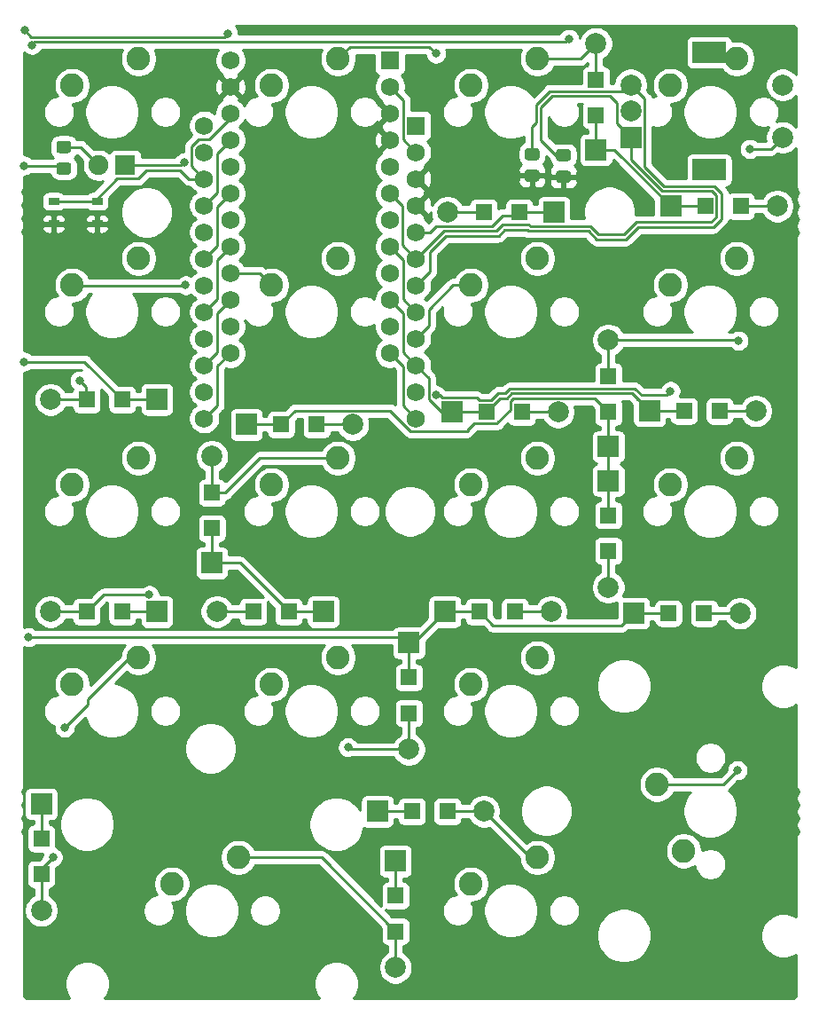
<source format=gbr>
G04 #@! TF.GenerationSoftware,KiCad,Pcbnew,(5.1.7)-1*
G04 #@! TF.CreationDate,2020-12-29T13:36:54-08:00*
G04 #@! TF.ProjectId,dropout,64726f70-6f75-4742-9e6b-696361645f70,rev?*
G04 #@! TF.SameCoordinates,Original*
G04 #@! TF.FileFunction,Copper,L2,Bot*
G04 #@! TF.FilePolarity,Positive*
%FSLAX46Y46*%
G04 Gerber Fmt 4.6, Leading zero omitted, Abs format (unit mm)*
G04 Created by KiCad (PCBNEW (5.1.7)-1) date 2020-12-29 13:36:54*
%MOMM*%
%LPD*%
G01*
G04 APERTURE LIST*
G04 #@! TA.AperFunction,ComponentPad*
%ADD10C,1.998980*%
G04 #@! TD*
G04 #@! TA.AperFunction,ComponentPad*
%ADD11R,1.998980X1.998980*%
G04 #@! TD*
G04 #@! TA.AperFunction,SMDPad,CuDef*
%ADD12R,1.524000X1.524000*%
G04 #@! TD*
G04 #@! TA.AperFunction,ComponentPad*
%ADD13C,2.250000*%
G04 #@! TD*
G04 #@! TA.AperFunction,ComponentPad*
%ADD14C,1.752600*%
G04 #@! TD*
G04 #@! TA.AperFunction,ComponentPad*
%ADD15R,1.752600X1.752600*%
G04 #@! TD*
G04 #@! TA.AperFunction,ComponentPad*
%ADD16R,1.905000X1.905000*%
G04 #@! TD*
G04 #@! TA.AperFunction,ComponentPad*
%ADD17C,1.905000*%
G04 #@! TD*
G04 #@! TA.AperFunction,SMDPad,CuDef*
%ADD18R,1.050000X0.650000*%
G04 #@! TD*
G04 #@! TA.AperFunction,ComponentPad*
%ADD19C,2.000000*%
G04 #@! TD*
G04 #@! TA.AperFunction,ComponentPad*
%ADD20R,3.200000X2.000000*%
G04 #@! TD*
G04 #@! TA.AperFunction,ComponentPad*
%ADD21R,2.000000X2.000000*%
G04 #@! TD*
G04 #@! TA.AperFunction,ViaPad*
%ADD22C,0.800000*%
G04 #@! TD*
G04 #@! TA.AperFunction,Conductor*
%ADD23C,0.250000*%
G04 #@! TD*
G04 #@! TA.AperFunction,Conductor*
%ADD24C,0.254000*%
G04 #@! TD*
G04 #@! TA.AperFunction,Conductor*
%ADD25C,0.100000*%
G04 #@! TD*
G04 APERTURE END LIST*
D10*
X206660000Y-107302540D03*
D11*
X196500000Y-107302540D03*
D12*
X199800000Y-107300000D03*
X203200000Y-107300000D03*
D10*
X208160000Y-88002540D03*
D11*
X198000000Y-88002540D03*
D12*
X201300000Y-88000000D03*
X204700000Y-88000000D03*
D10*
X194074578Y-81246324D03*
D11*
X194074578Y-91406324D03*
D12*
X194072038Y-88106324D03*
X194072038Y-84706324D03*
D10*
X210185168Y-68463535D03*
D11*
X200025168Y-68463535D03*
D12*
X203325168Y-68460995D03*
X206725168Y-68460995D03*
D10*
X182165778Y-126206356D03*
D11*
X172005778Y-126206356D03*
D12*
X175305778Y-126203816D03*
X178705778Y-126203816D03*
D10*
X188602343Y-107158880D03*
D11*
X178442343Y-107158880D03*
D12*
X181742343Y-107156340D03*
X185142343Y-107156340D03*
D10*
X189260000Y-88102540D03*
D11*
X179100000Y-88102540D03*
D12*
X182400000Y-88100000D03*
X185800000Y-88100000D03*
D10*
X194069498Y-104814767D03*
D11*
X194069498Y-94654767D03*
D12*
X194072038Y-97954767D03*
X194072038Y-101354767D03*
D10*
X192881412Y-52943178D03*
D11*
X192881412Y-63103178D03*
D12*
X192878872Y-59803178D03*
X192878872Y-56403178D03*
D10*
X175019482Y-120292905D03*
D11*
X175019482Y-110132905D03*
D12*
X175022022Y-113432905D03*
X175022022Y-116832905D03*
D10*
X156202540Y-92340000D03*
D11*
X156202540Y-102500000D03*
D12*
X156200000Y-99200000D03*
X156200000Y-95800000D03*
D10*
X169660000Y-89299490D03*
D11*
X159500000Y-89299490D03*
D12*
X162800000Y-89296950D03*
X166200000Y-89296950D03*
D10*
X178705778Y-69053768D03*
D11*
X188865778Y-69053768D03*
D12*
X185565778Y-69056308D03*
X182165778Y-69056308D03*
D10*
X173729460Y-141110000D03*
D11*
X173729460Y-130950000D03*
D12*
X173732000Y-134250000D03*
X173732000Y-137650000D03*
D10*
X139897460Y-135660000D03*
D11*
X139897460Y-125500000D03*
D12*
X139900000Y-128800000D03*
X139900000Y-132200000D03*
D10*
X156679197Y-107153800D03*
D11*
X166839197Y-107153800D03*
D12*
X163539197Y-107156340D03*
X160139197Y-107156340D03*
D10*
X140777624Y-107153800D03*
D11*
X150937624Y-107153800D03*
D12*
X147637624Y-107156340D03*
X144237624Y-107156340D03*
D10*
X140777624Y-86913158D03*
D11*
X150937624Y-86913158D03*
D12*
X147637624Y-86915698D03*
X144237624Y-86915698D03*
D13*
X149200800Y-73454779D03*
X142850800Y-75994779D03*
X198730800Y-123619779D03*
X201270800Y-129969779D03*
X158725800Y-130604779D03*
X152375800Y-133144779D03*
D14*
X175702000Y-88720000D03*
X175702000Y-68400000D03*
X155462000Y-81100000D03*
X155462000Y-86180000D03*
X155462000Y-83640000D03*
X155462000Y-60780000D03*
X175702000Y-78560000D03*
X155462000Y-70940000D03*
X175702000Y-86180000D03*
X175702000Y-65860000D03*
X175702000Y-83640000D03*
X155462000Y-76020000D03*
X155462000Y-73480000D03*
X155462000Y-68400000D03*
D15*
X175702000Y-60780000D03*
D14*
X175702000Y-63320000D03*
X175702000Y-70940000D03*
X155462000Y-78560000D03*
X175702000Y-73480000D03*
X175702000Y-81100000D03*
X155462000Y-65860000D03*
X155462000Y-63320000D03*
X155462000Y-88720000D03*
X175702000Y-76020000D03*
D15*
X173202000Y-54530000D03*
D14*
X173202000Y-57070000D03*
X173202000Y-67230000D03*
X173202000Y-64690000D03*
X173202000Y-69770000D03*
X173202000Y-77390000D03*
X173202000Y-79930000D03*
X157962000Y-82470000D03*
X157962000Y-79930000D03*
X173202000Y-74850000D03*
X157962000Y-77390000D03*
X173202000Y-59610000D03*
X173202000Y-62150000D03*
X173202000Y-72310000D03*
X157962000Y-59610000D03*
X157962000Y-72310000D03*
X157962000Y-57070000D03*
X157962000Y-62150000D03*
X157962000Y-69770000D03*
X157962000Y-54530000D03*
X173202000Y-82470000D03*
X157962000Y-67230000D03*
X157962000Y-64690000D03*
X157962000Y-74850000D03*
D13*
X168250800Y-92504779D03*
X161900800Y-95044779D03*
D16*
X147930800Y-64564779D03*
D17*
X145390800Y-64564779D03*
D13*
X142850800Y-56944779D03*
X149200800Y-54404779D03*
X187300800Y-92504779D03*
X180950800Y-95044779D03*
X168250600Y-73454780D03*
X161900600Y-75994780D03*
X187300800Y-54404779D03*
X180950800Y-56944779D03*
X187300800Y-73454779D03*
X180950800Y-75994779D03*
X206350800Y-73454779D03*
X200000800Y-75994779D03*
X206350600Y-54404779D03*
X200000600Y-56944779D03*
D18*
X145232000Y-68000000D03*
X141082000Y-68000000D03*
X145232000Y-70150000D03*
X141082000Y-70150000D03*
G04 #@! TA.AperFunction,SMDPad,CuDef*
G36*
G01*
X189331999Y-65075000D02*
X190232001Y-65075000D01*
G75*
G02*
X190482000Y-65324999I0J-249999D01*
G01*
X190482000Y-65975001D01*
G75*
G02*
X190232001Y-66225000I-249999J0D01*
G01*
X189331999Y-66225000D01*
G75*
G02*
X189082000Y-65975001I0J249999D01*
G01*
X189082000Y-65324999D01*
G75*
G02*
X189331999Y-65075000I249999J0D01*
G01*
G37*
G04 #@! TD.AperFunction*
G04 #@! TA.AperFunction,SMDPad,CuDef*
G36*
G01*
X189331999Y-63025000D02*
X190232001Y-63025000D01*
G75*
G02*
X190482000Y-63274999I0J-249999D01*
G01*
X190482000Y-63925001D01*
G75*
G02*
X190232001Y-64175000I-249999J0D01*
G01*
X189331999Y-64175000D01*
G75*
G02*
X189082000Y-63925001I0J249999D01*
G01*
X189082000Y-63274999D01*
G75*
G02*
X189331999Y-63025000I249999J0D01*
G01*
G37*
G04 #@! TD.AperFunction*
G04 #@! TA.AperFunction,SMDPad,CuDef*
G36*
G01*
X187232001Y-64075000D02*
X186331999Y-64075000D01*
G75*
G02*
X186082000Y-63825001I0J249999D01*
G01*
X186082000Y-63174999D01*
G75*
G02*
X186331999Y-62925000I249999J0D01*
G01*
X187232001Y-62925000D01*
G75*
G02*
X187482000Y-63174999I0J-249999D01*
G01*
X187482000Y-63825001D01*
G75*
G02*
X187232001Y-64075000I-249999J0D01*
G01*
G37*
G04 #@! TD.AperFunction*
G04 #@! TA.AperFunction,SMDPad,CuDef*
G36*
G01*
X187232001Y-66125000D02*
X186331999Y-66125000D01*
G75*
G02*
X186082000Y-65875001I0J249999D01*
G01*
X186082000Y-65224999D01*
G75*
G02*
X186331999Y-64975000I249999J0D01*
G01*
X187232001Y-64975000D01*
G75*
G02*
X187482000Y-65224999I0J-249999D01*
G01*
X187482000Y-65875001D01*
G75*
G02*
X187232001Y-66125000I-249999J0D01*
G01*
G37*
G04 #@! TD.AperFunction*
D19*
X210700000Y-56900000D03*
X210700000Y-61900000D03*
D20*
X203700000Y-53800000D03*
X203700000Y-65000000D03*
D19*
X196200000Y-56900000D03*
X196200000Y-59400000D03*
D21*
X196200000Y-61900000D03*
G04 #@! TA.AperFunction,SMDPad,CuDef*
G36*
G01*
X141600153Y-64298069D02*
X142500155Y-64298069D01*
G75*
G02*
X142750154Y-64548068I0J-249999D01*
G01*
X142750154Y-65198070D01*
G75*
G02*
X142500155Y-65448069I-249999J0D01*
G01*
X141600153Y-65448069D01*
G75*
G02*
X141350154Y-65198070I0J249999D01*
G01*
X141350154Y-64548068D01*
G75*
G02*
X141600153Y-64298069I249999J0D01*
G01*
G37*
G04 #@! TD.AperFunction*
G04 #@! TA.AperFunction,SMDPad,CuDef*
G36*
G01*
X141600153Y-62248069D02*
X142500155Y-62248069D01*
G75*
G02*
X142750154Y-62498068I0J-249999D01*
G01*
X142750154Y-63148070D01*
G75*
G02*
X142500155Y-63398069I-249999J0D01*
G01*
X141600153Y-63398069D01*
G75*
G02*
X141350154Y-63148070I0J249999D01*
G01*
X141350154Y-62498068D01*
G75*
G02*
X141600153Y-62248069I249999J0D01*
G01*
G37*
G04 #@! TD.AperFunction*
D13*
X206350800Y-92504779D03*
X200000800Y-95044779D03*
X187300800Y-130604779D03*
X180950800Y-133144779D03*
X168250800Y-54404779D03*
X161900800Y-56944779D03*
X149200800Y-92504779D03*
X142850800Y-95044779D03*
X149200808Y-111554755D03*
X142850808Y-114094755D03*
X168250800Y-111554779D03*
X161900800Y-114094779D03*
X187300840Y-111554755D03*
X180950840Y-114094755D03*
D22*
X143575800Y-85100000D03*
X190300000Y-52500000D03*
X139025000Y-53074991D03*
X138222957Y-83300000D03*
X150212624Y-105554308D03*
X141000000Y-130600000D03*
X142125808Y-118200000D03*
X138700000Y-109600000D03*
X177600000Y-53900000D03*
X169200000Y-120100000D03*
X206500000Y-81300000D03*
X206400000Y-122300000D03*
X153682000Y-76000000D03*
X200000800Y-86100800D03*
X177628301Y-86500000D03*
X207582000Y-63000000D03*
X153535699Y-64299949D03*
X152882000Y-56500000D03*
X182582000Y-63700000D03*
X138300000Y-51700000D03*
X138222956Y-64600000D03*
X157732000Y-52000000D03*
D23*
X144235084Y-86913158D02*
X144237624Y-86915698D01*
X140777624Y-86913158D02*
X144235084Y-86913158D01*
X143575800Y-85100000D02*
X144200000Y-85724200D01*
X144200000Y-86878074D02*
X144237624Y-86915698D01*
X144200000Y-85724200D02*
X144200000Y-86878074D01*
X150935084Y-86915698D02*
X150937624Y-86913158D01*
X147637624Y-86915698D02*
X150935084Y-86915698D01*
X188863238Y-69056308D02*
X188865778Y-69053768D01*
X185565778Y-69056308D02*
X188863238Y-69056308D01*
X192878872Y-63100638D02*
X192881412Y-63103178D01*
X192878872Y-59803178D02*
X192878872Y-63100638D01*
X203322628Y-68463535D02*
X203325168Y-68460995D01*
X200025168Y-68463535D02*
X203322628Y-68463535D01*
X189999999Y-52800001D02*
X190300000Y-52500000D01*
X139299990Y-52800001D02*
X189999999Y-52800001D01*
X139299990Y-52800001D02*
X139025000Y-53074991D01*
X144021926Y-83300000D02*
X138222957Y-83300000D01*
X147637624Y-86915698D02*
X144021926Y-83300000D01*
X175702000Y-70940000D02*
X177042000Y-70940000D01*
X177042000Y-70940000D02*
X177603741Y-70378259D01*
X182952829Y-70378259D02*
X183982000Y-69349088D01*
X177603741Y-70378259D02*
X182952829Y-70378259D01*
X185272998Y-69349088D02*
X185565778Y-69056308D01*
X183982000Y-69349088D02*
X185272998Y-69349088D01*
X192881412Y-63103178D02*
X194664811Y-63103178D01*
X194664811Y-63103178D02*
X200025168Y-68463535D01*
X144235084Y-107153800D02*
X144237624Y-107156340D01*
X140777624Y-107153800D02*
X144235084Y-107153800D01*
X145839656Y-105554308D02*
X150212624Y-105554308D01*
X144237624Y-107156340D02*
X145839656Y-105554308D01*
X150935084Y-107156340D02*
X150937624Y-107153800D01*
X147637624Y-107156340D02*
X150935084Y-107156340D01*
X194072038Y-91403784D02*
X194074578Y-91406324D01*
X194072038Y-88106324D02*
X194072038Y-91403784D01*
X194069498Y-97952227D02*
X194072038Y-97954767D01*
X194069498Y-94654767D02*
X194069498Y-97952227D01*
X194074578Y-94649687D02*
X194069498Y-94654767D01*
X194074578Y-91406324D02*
X194074578Y-94649687D01*
X162797460Y-89299490D02*
X162800000Y-89296950D01*
X159500000Y-89299490D02*
X162797460Y-89299490D01*
X185012949Y-86778049D02*
X192743763Y-86778049D01*
X184712999Y-87077999D02*
X185012949Y-86778049D01*
X183487001Y-89122001D02*
X183487001Y-89112999D01*
X181287001Y-89187001D02*
X183422001Y-89187001D01*
X180602701Y-89871301D02*
X181287001Y-89187001D01*
X192743763Y-86778049D02*
X194072038Y-88106324D01*
X184712999Y-87887001D02*
X184712999Y-87077999D01*
X183422001Y-89187001D02*
X183487001Y-89122001D01*
X164121951Y-87974999D02*
X173227073Y-87974999D01*
X183487001Y-89112999D02*
X184712999Y-87887001D01*
X162800000Y-89296950D02*
X164121951Y-87974999D01*
X180552701Y-89921301D02*
X181287001Y-89187001D01*
X175125375Y-89921301D02*
X180552701Y-89921301D01*
X173227073Y-88022999D02*
X175125375Y-89921301D01*
X173227073Y-87974999D02*
X173227073Y-88022999D01*
X160136657Y-107153800D02*
X160139197Y-107156340D01*
X156679197Y-107153800D02*
X160136657Y-107153800D01*
X166836657Y-107156340D02*
X166839197Y-107153800D01*
X163539197Y-107156340D02*
X166836657Y-107156340D01*
X158882857Y-102500000D02*
X163539197Y-107156340D01*
X156202540Y-102500000D02*
X158882857Y-102500000D01*
X156202540Y-99202540D02*
X156200000Y-99200000D01*
X156202540Y-102500000D02*
X156202540Y-99202540D01*
X182397460Y-88102540D02*
X182400000Y-88100000D01*
X179100000Y-88102540D02*
X182397460Y-88102540D01*
X196775509Y-86778049D02*
X198000000Y-88002540D01*
X201297460Y-88002540D02*
X201300000Y-88000000D01*
X198000000Y-88002540D02*
X201297460Y-88002540D01*
X196325499Y-86328039D02*
X198000000Y-88002540D01*
X184826549Y-86328039D02*
X196325499Y-86328039D01*
X184376539Y-86778049D02*
X184826549Y-86328039D01*
X183721951Y-86778049D02*
X184376539Y-86778049D01*
X182400000Y-88100000D02*
X183721951Y-86778049D01*
X174500699Y-82438699D02*
X175702000Y-83640000D01*
X174500699Y-78688699D02*
X174500699Y-82438699D01*
X173202000Y-77390000D02*
X174500699Y-78688699D01*
X176903301Y-84841301D02*
X176903301Y-86921301D01*
X175702000Y-83640000D02*
X176903301Y-84841301D01*
X178084540Y-88102540D02*
X179100000Y-88102540D01*
X176903301Y-86921301D02*
X178084540Y-88102540D01*
X139900000Y-135657460D02*
X139897460Y-135660000D01*
X139900000Y-132200000D02*
X139900000Y-135657460D01*
X139900000Y-131700000D02*
X141000000Y-130600000D01*
X139900000Y-132200000D02*
X139900000Y-131700000D01*
X148308834Y-111554755D02*
X149200808Y-111554755D01*
X144341907Y-115521682D02*
X148308834Y-111554755D01*
X144341907Y-115983901D02*
X144341907Y-115521682D01*
X142125808Y-118200000D02*
X144341907Y-115983901D01*
X139900000Y-125502540D02*
X139897460Y-125500000D01*
X139900000Y-128800000D02*
X139900000Y-125502540D01*
X174486577Y-109600000D02*
X175019482Y-110132905D01*
X138700000Y-109600000D02*
X174486577Y-109600000D01*
X175468318Y-110132905D02*
X178442343Y-107158880D01*
X175019482Y-110132905D02*
X175468318Y-110132905D01*
X175019482Y-113430365D02*
X175022022Y-113432905D01*
X175019482Y-110132905D02*
X175019482Y-113430365D01*
X181739803Y-107158880D02*
X181742343Y-107156340D01*
X178442343Y-107158880D02*
X181739803Y-107158880D01*
X199797460Y-107302540D02*
X199800000Y-107300000D01*
X196500000Y-107302540D02*
X199797460Y-107302540D01*
X195319169Y-108483371D02*
X196500000Y-107302540D01*
X183069374Y-108483371D02*
X195319169Y-108483371D01*
X181742343Y-107156340D02*
X183069374Y-108483371D01*
X166686779Y-130604779D02*
X173732000Y-137650000D01*
X158725800Y-130604779D02*
X166686779Y-130604779D01*
X173732000Y-141107460D02*
X173729460Y-141110000D01*
X173732000Y-137650000D02*
X173732000Y-141107460D01*
X175303238Y-126206356D02*
X175305778Y-126203816D01*
X172005778Y-126206356D02*
X175303238Y-126206356D01*
X173732000Y-130952540D02*
X173729460Y-130950000D01*
X173732000Y-134250000D02*
X173732000Y-130952540D01*
X173202000Y-82470000D02*
X174482000Y-83750000D01*
X174482000Y-87500000D02*
X175702000Y-88720000D01*
X174482000Y-83750000D02*
X174482000Y-87500000D01*
X178708318Y-69056308D02*
X178705778Y-69053768D01*
X182165778Y-69056308D02*
X178708318Y-69056308D01*
X169376880Y-53278699D02*
X168250800Y-54404779D01*
X176978699Y-53278699D02*
X169376880Y-53278699D01*
X177600000Y-53900000D02*
X176978699Y-53278699D01*
X169657460Y-89296950D02*
X169660000Y-89299490D01*
X166200000Y-89296950D02*
X169657460Y-89296950D01*
X156200000Y-95800000D02*
X157500000Y-95800000D01*
X160795221Y-92504779D02*
X168250800Y-92504779D01*
X157500000Y-95800000D02*
X160795221Y-92504779D01*
X156202540Y-95797460D02*
X156200000Y-95800000D01*
X156202540Y-92340000D02*
X156202540Y-95797460D01*
X175022022Y-120290365D02*
X175019482Y-120292905D01*
X175022022Y-116832905D02*
X175022022Y-120290365D01*
X169392905Y-120292905D02*
X169200000Y-120100000D01*
X175019482Y-120292905D02*
X169392905Y-120292905D01*
X192878872Y-52945718D02*
X192881412Y-52943178D01*
X192878872Y-56403178D02*
X192878872Y-52945718D01*
X191419811Y-54404779D02*
X192881412Y-52943178D01*
X187300800Y-54404779D02*
X191419811Y-54404779D01*
X194072038Y-104812227D02*
X194069498Y-104814767D01*
X194072038Y-101354767D02*
X194072038Y-104812227D01*
X189257460Y-88100000D02*
X189260000Y-88102540D01*
X185800000Y-88100000D02*
X189257460Y-88100000D01*
X188599803Y-107156340D02*
X188602343Y-107158880D01*
X185142343Y-107156340D02*
X188599803Y-107156340D01*
X182163238Y-126203816D02*
X182165778Y-126206356D01*
X178705778Y-126203816D02*
X182163238Y-126203816D01*
X186564201Y-130604779D02*
X187300800Y-130604779D01*
X182165778Y-126206356D02*
X186564201Y-130604779D01*
X210182628Y-68460995D02*
X210185168Y-68463535D01*
X206725168Y-68460995D02*
X210182628Y-68460995D01*
X194074578Y-84703784D02*
X194072038Y-84706324D01*
X194074578Y-81246324D02*
X194074578Y-84703784D01*
X206446324Y-81246324D02*
X206500000Y-81300000D01*
X194074578Y-81246324D02*
X206446324Y-81246324D01*
X208157460Y-88000000D02*
X208160000Y-88002540D01*
X204700000Y-88000000D02*
X208157460Y-88000000D01*
X206657460Y-107300000D02*
X206660000Y-107302540D01*
X203200000Y-107300000D02*
X206657460Y-107300000D01*
X205080221Y-123619779D02*
X206400000Y-122300000D01*
X198730800Y-123619779D02*
X205080221Y-123619779D01*
X142871078Y-76015057D02*
X142850800Y-75994779D01*
X153652382Y-76015057D02*
X142871078Y-76015057D01*
X156663301Y-82438699D02*
X155462000Y-83640000D01*
X156663301Y-78688699D02*
X156663301Y-82438699D01*
X157962000Y-77390000D02*
X156663301Y-78688699D01*
X153666943Y-76015057D02*
X153682000Y-76000000D01*
X153652382Y-76015057D02*
X153666943Y-76015057D01*
X176903301Y-79898699D02*
X175702000Y-81100000D01*
X176903301Y-78328699D02*
X176903301Y-79898699D01*
X179237221Y-75994779D02*
X176903301Y-78328699D01*
X180950800Y-75994779D02*
X179237221Y-75994779D01*
X160755820Y-74850000D02*
X161900600Y-75994780D01*
X157962000Y-74850000D02*
X160755820Y-74850000D01*
X174500699Y-77358699D02*
X175702000Y-78560000D01*
X174500699Y-73608699D02*
X174500699Y-77358699D01*
X173202000Y-72310000D02*
X174500699Y-73608699D01*
X177628301Y-86500000D02*
X177982000Y-86500000D01*
X177982000Y-86500000D02*
X178232000Y-86750000D01*
X178232000Y-86750000D02*
X181482000Y-86750000D01*
X181482000Y-86750000D02*
X181744999Y-87012999D01*
X182850591Y-87012999D02*
X183535551Y-86328039D01*
X181744999Y-87012999D02*
X182850591Y-87012999D01*
X184190139Y-86328039D02*
X184640149Y-85878029D01*
X183535551Y-86328039D02*
X184190139Y-86328039D01*
X196610029Y-85878029D02*
X197232000Y-86500000D01*
X184640149Y-85878029D02*
X196610029Y-85878029D01*
X199601600Y-86500000D02*
X200000800Y-86100800D01*
X197232000Y-86500000D02*
X199601600Y-86500000D01*
X209600000Y-63000000D02*
X210700000Y-61900000D01*
X207582000Y-63000000D02*
X209600000Y-63000000D01*
X145082510Y-64873069D02*
X145390800Y-64564779D01*
X143649090Y-62823069D02*
X145390800Y-64564779D01*
X142050154Y-62823069D02*
X143649090Y-62823069D01*
X157962000Y-82470000D02*
X156732000Y-83700000D01*
X156732000Y-87450000D02*
X155462000Y-88720000D01*
X156732000Y-83700000D02*
X156732000Y-87450000D01*
X153270869Y-64564779D02*
X153535699Y-64299949D01*
X147930800Y-64564779D02*
X153270869Y-64564779D01*
X174403301Y-72181301D02*
X175702000Y-73480000D01*
X174403301Y-68431301D02*
X174403301Y-72181301D01*
X173202000Y-67230000D02*
X174403301Y-68431301D01*
X175702000Y-73480000D02*
X178353731Y-70828269D01*
X178353731Y-70828269D02*
X183403731Y-70828269D01*
X195549851Y-71182149D02*
X196732000Y-70000000D01*
X183403731Y-70828269D02*
X183982000Y-70250000D01*
X183982000Y-70250000D02*
X186482000Y-70250000D01*
X186610259Y-70378259D02*
X192325123Y-70378259D01*
X186482000Y-70250000D02*
X186610259Y-70378259D01*
X192325123Y-70378259D02*
X193129013Y-71182149D01*
X193129013Y-71182149D02*
X195549851Y-71182149D01*
X196732000Y-70000000D02*
X203895165Y-70000000D01*
X196800000Y-62500000D02*
X196200000Y-61900000D01*
X203895165Y-70000000D02*
X204313582Y-69581582D01*
X204313582Y-69581582D02*
X204412169Y-69482996D01*
X204313582Y-69581582D02*
X204412169Y-69482995D01*
X204412169Y-69482995D02*
X204412169Y-67438994D01*
X204412169Y-67438994D02*
X203973175Y-67000000D01*
X203973175Y-67000000D02*
X199198043Y-67000000D01*
X196200000Y-64001957D02*
X196200000Y-61900000D01*
X199198043Y-67000000D02*
X196200000Y-64001957D01*
X189782000Y-63600000D02*
X189082000Y-63600000D01*
X189082000Y-63600000D02*
X187632010Y-62150010D01*
X187632010Y-59049990D02*
X188741811Y-57940189D01*
X187632010Y-62150010D02*
X187632010Y-59049990D01*
X188741811Y-57940189D02*
X194222189Y-57940189D01*
X194222189Y-57940189D02*
X194882000Y-58600000D01*
X194874999Y-60574999D02*
X196200000Y-61900000D01*
X194874999Y-58607001D02*
X194874999Y-60574999D01*
X194882000Y-58600000D02*
X194874999Y-58607001D01*
X191482000Y-70828269D02*
X192138723Y-70828269D01*
X186423859Y-70828269D02*
X191482000Y-70828269D01*
X192942613Y-71632159D02*
X195736252Y-71632158D01*
X199531990Y-66549990D02*
X199384443Y-66549990D01*
X186295600Y-70700010D02*
X186423859Y-70828269D01*
X204862179Y-69669396D02*
X204862178Y-67252593D01*
X184168400Y-70700010D02*
X186295600Y-70700010D01*
X183590132Y-71278278D02*
X184168400Y-70700010D01*
X178540131Y-71278279D02*
X183590132Y-71278278D01*
X176982000Y-72836410D02*
X178540131Y-71278279D01*
X176982000Y-72913590D02*
X176982000Y-72836410D01*
X192138723Y-70828269D02*
X192942613Y-71632159D01*
X177025205Y-72956795D02*
X176982000Y-72913590D01*
X177025205Y-74696795D02*
X177025205Y-72956795D01*
X175702000Y-76020000D02*
X177025205Y-74696795D01*
X195736252Y-71632158D02*
X196918400Y-70450010D01*
X196918400Y-70450010D02*
X204081566Y-70450009D01*
X204081566Y-70450009D02*
X204862179Y-69669396D01*
X204862178Y-67252593D02*
X204159575Y-66549990D01*
X204159575Y-66549990D02*
X199531990Y-66549990D01*
X197530599Y-58230599D02*
X196200000Y-56900000D01*
X197530599Y-64696147D02*
X197530599Y-58230599D01*
X199384443Y-66549990D02*
X197608226Y-64773774D01*
X197608226Y-64773774D02*
X197530599Y-64696147D01*
X186782000Y-60895553D02*
X187182000Y-60495553D01*
X186782000Y-63500000D02*
X186782000Y-60895553D01*
X187182000Y-60495553D02*
X187182000Y-58800000D01*
X195609821Y-57490179D02*
X196200000Y-56900000D01*
X188491821Y-57490179D02*
X195609821Y-57490179D01*
X187182000Y-58800000D02*
X188491821Y-57490179D01*
X141677007Y-52349991D02*
X141251702Y-52349991D01*
X141251702Y-52349991D02*
X141228738Y-52349991D01*
X141251702Y-52349991D02*
X138949991Y-52349991D01*
X138949991Y-52349991D02*
X138300000Y-51700000D01*
X141777085Y-64600000D02*
X142050154Y-64873069D01*
X138222956Y-64600000D02*
X141777085Y-64600000D01*
X157382009Y-52349991D02*
X157732000Y-52000000D01*
X141677007Y-52349991D02*
X157382009Y-52349991D01*
X174500699Y-62118699D02*
X175702000Y-63320000D01*
X174500699Y-58368699D02*
X174500699Y-62118699D01*
X173202000Y-57070000D02*
X174500699Y-58368699D01*
X154260699Y-64658699D02*
X155462000Y-65860000D01*
X154260699Y-62743375D02*
X154260699Y-64658699D01*
X154885375Y-62118699D02*
X154260699Y-62743375D01*
X155901227Y-62118699D02*
X154885375Y-62118699D01*
X157962000Y-60057926D02*
X155901227Y-62118699D01*
X157962000Y-59610000D02*
X157962000Y-60057926D01*
X145232000Y-68000000D02*
X145232000Y-67750000D01*
X145232000Y-67750000D02*
X147139720Y-65842280D01*
X149143301Y-65842280D02*
X149970792Y-65014789D01*
X147139720Y-65842280D02*
X149143301Y-65842280D01*
X153177537Y-65014789D02*
X154022748Y-65860000D01*
X154022748Y-65860000D02*
X155462000Y-65860000D01*
X149970792Y-65014789D02*
X153177537Y-65014789D01*
X141082000Y-68000000D02*
X145232000Y-68000000D01*
X156663301Y-67198699D02*
X155462000Y-68400000D01*
X156663301Y-63448699D02*
X156663301Y-67198699D01*
X157962000Y-62150000D02*
X156663301Y-63448699D01*
X156663301Y-72278699D02*
X155462000Y-73480000D01*
X156663301Y-68528699D02*
X156663301Y-72278699D01*
X157962000Y-67230000D02*
X156663301Y-68528699D01*
X156663301Y-77358699D02*
X155462000Y-78560000D01*
X156663301Y-73608699D02*
X156663301Y-77358699D01*
X157962000Y-72310000D02*
X156663301Y-73608699D01*
D24*
X211753422Y-51272478D02*
X211806971Y-51288645D01*
X211856354Y-51314903D01*
X211899702Y-51350256D01*
X211935357Y-51393355D01*
X211961958Y-51442552D01*
X211978499Y-51495990D01*
X211987780Y-51584286D01*
X211990875Y-55889009D01*
X211969987Y-55857748D01*
X211742252Y-55630013D01*
X211474463Y-55451082D01*
X211176912Y-55327832D01*
X210861033Y-55265000D01*
X210538967Y-55265000D01*
X210223088Y-55327832D01*
X209925537Y-55451082D01*
X209657748Y-55630013D01*
X209430013Y-55857748D01*
X209251082Y-56125537D01*
X209127832Y-56423088D01*
X209065000Y-56738967D01*
X209065000Y-57061033D01*
X209127832Y-57376912D01*
X209251082Y-57674463D01*
X209430013Y-57942252D01*
X209657748Y-58169987D01*
X209925537Y-58348918D01*
X210223088Y-58472168D01*
X210538967Y-58535000D01*
X210861033Y-58535000D01*
X211176912Y-58472168D01*
X211474463Y-58348918D01*
X211742252Y-58169987D01*
X211969987Y-57942252D01*
X211992327Y-57908818D01*
X211994474Y-60894395D01*
X211969987Y-60857748D01*
X211742252Y-60630013D01*
X211474463Y-60451082D01*
X211176912Y-60327832D01*
X210861033Y-60265000D01*
X210538967Y-60265000D01*
X210223088Y-60327832D01*
X210112837Y-60373500D01*
X210228744Y-60200032D01*
X210342571Y-59925230D01*
X210400600Y-59633501D01*
X210400600Y-59336057D01*
X210342571Y-59044328D01*
X210228744Y-58769526D01*
X210063493Y-58522210D01*
X209853169Y-58311886D01*
X209605853Y-58146635D01*
X209331051Y-58032808D01*
X209039322Y-57974779D01*
X208741878Y-57974779D01*
X208450149Y-58032808D01*
X208175347Y-58146635D01*
X207928031Y-58311886D01*
X207717707Y-58522210D01*
X207552456Y-58769526D01*
X207438629Y-59044328D01*
X207380600Y-59336057D01*
X207380600Y-59633501D01*
X207438629Y-59925230D01*
X207552456Y-60200032D01*
X207717707Y-60447348D01*
X207928031Y-60657672D01*
X208175347Y-60822923D01*
X208450149Y-60936750D01*
X208741878Y-60994779D01*
X209039322Y-60994779D01*
X209331051Y-60936750D01*
X209394896Y-60910305D01*
X209251082Y-61125537D01*
X209127832Y-61423088D01*
X209065000Y-61738967D01*
X209065000Y-62061033D01*
X209100599Y-62240000D01*
X208285711Y-62240000D01*
X208241774Y-62196063D01*
X208072256Y-62082795D01*
X207883898Y-62004774D01*
X207683939Y-61965000D01*
X207480061Y-61965000D01*
X207280102Y-62004774D01*
X207091744Y-62082795D01*
X206922226Y-62196063D01*
X206778063Y-62340226D01*
X206664795Y-62509744D01*
X206586774Y-62698102D01*
X206547000Y-62898061D01*
X206547000Y-63101939D01*
X206586774Y-63301898D01*
X206664795Y-63490256D01*
X206778063Y-63659774D01*
X206922226Y-63803937D01*
X207091744Y-63917205D01*
X207280102Y-63995226D01*
X207480061Y-64035000D01*
X207683939Y-64035000D01*
X207883898Y-63995226D01*
X208072256Y-63917205D01*
X208241774Y-63803937D01*
X208285711Y-63760000D01*
X209562678Y-63760000D01*
X209600000Y-63763676D01*
X209637322Y-63760000D01*
X209637333Y-63760000D01*
X209748986Y-63749003D01*
X209892247Y-63705546D01*
X210024276Y-63634974D01*
X210140001Y-63540001D01*
X210163804Y-63510998D01*
X210208624Y-63466177D01*
X210223088Y-63472168D01*
X210538967Y-63535000D01*
X210861033Y-63535000D01*
X211176912Y-63472168D01*
X211474463Y-63348918D01*
X211742252Y-63169987D01*
X211969987Y-62942252D01*
X211995918Y-62903443D01*
X211998435Y-66402869D01*
X211993300Y-66428682D01*
X211993300Y-66631318D01*
X212032833Y-66830061D01*
X212110378Y-67017272D01*
X212209087Y-67165000D01*
X212110378Y-67312728D01*
X212032833Y-67499939D01*
X211993300Y-67698682D01*
X211993300Y-67901318D01*
X212032833Y-68100061D01*
X212110378Y-68287272D01*
X212209087Y-68435000D01*
X212110378Y-68582728D01*
X212032833Y-68769939D01*
X211993300Y-68968682D01*
X211993300Y-69171318D01*
X212032833Y-69370061D01*
X212110378Y-69557272D01*
X212209087Y-69705000D01*
X212110378Y-69852728D01*
X212032833Y-70039939D01*
X211993300Y-70238682D01*
X211993300Y-70441318D01*
X212032833Y-70640061D01*
X212110378Y-70827272D01*
X212209087Y-70975000D01*
X212157755Y-71051823D01*
X212115232Y-71103638D01*
X212049304Y-71226981D01*
X212008705Y-71360817D01*
X211998432Y-71465124D01*
X211998432Y-71482882D01*
X211993300Y-71508682D01*
X211993300Y-71711318D01*
X211998432Y-71737118D01*
X211998433Y-112460496D01*
X211818470Y-112340248D01*
X211425557Y-112177499D01*
X211008443Y-112094529D01*
X210583157Y-112094529D01*
X210166043Y-112177499D01*
X209773130Y-112340248D01*
X209419518Y-112576525D01*
X209118796Y-112877247D01*
X208882519Y-113230859D01*
X208719770Y-113623772D01*
X208636800Y-114040886D01*
X208636800Y-114466172D01*
X208719770Y-114883286D01*
X208882519Y-115276199D01*
X209118796Y-115629811D01*
X209419518Y-115930533D01*
X209773130Y-116166810D01*
X210166043Y-116329559D01*
X210583157Y-116412529D01*
X211008443Y-116412529D01*
X211425557Y-116329559D01*
X211818470Y-116166810D01*
X211998433Y-116046562D01*
X211998433Y-123734877D01*
X212008706Y-123839184D01*
X212032184Y-123916580D01*
X212040833Y-123960061D01*
X212118378Y-124147272D01*
X212217087Y-124295000D01*
X212118378Y-124442728D01*
X212040833Y-124629939D01*
X212001300Y-124828682D01*
X212001300Y-125031318D01*
X212040833Y-125230061D01*
X212118378Y-125417272D01*
X212217087Y-125565000D01*
X212118378Y-125712728D01*
X212040833Y-125899939D01*
X212001300Y-126098682D01*
X212001300Y-126301318D01*
X212040833Y-126500061D01*
X212118378Y-126687272D01*
X212217087Y-126835000D01*
X212118378Y-126982728D01*
X212040833Y-127169939D01*
X212001300Y-127368682D01*
X212001300Y-127571318D01*
X212040833Y-127770061D01*
X212118378Y-127957272D01*
X212217087Y-128105000D01*
X212118378Y-128252728D01*
X212040833Y-128439939D01*
X212032170Y-128483489D01*
X212008804Y-128560320D01*
X211998457Y-128664620D01*
X211993064Y-136269409D01*
X211818470Y-136152748D01*
X211425557Y-135989999D01*
X211008443Y-135907029D01*
X210583157Y-135907029D01*
X210166043Y-135989999D01*
X209773130Y-136152748D01*
X209419518Y-136389025D01*
X209118796Y-136689747D01*
X208882519Y-137043359D01*
X208719770Y-137436272D01*
X208636800Y-137853386D01*
X208636800Y-138278672D01*
X208719770Y-138695786D01*
X208882519Y-139088699D01*
X209118796Y-139442311D01*
X209419518Y-139743033D01*
X209773130Y-139979310D01*
X210166043Y-140142059D01*
X210583157Y-140225029D01*
X211008443Y-140225029D01*
X211425557Y-140142059D01*
X211818470Y-139979310D01*
X211990515Y-139864353D01*
X211987782Y-143718800D01*
X211978895Y-143809440D01*
X211962727Y-143862990D01*
X211936469Y-143912373D01*
X211901114Y-143955723D01*
X211858018Y-143991375D01*
X211808820Y-144017977D01*
X211755382Y-144034518D01*
X211667302Y-144043776D01*
X169770581Y-144043776D01*
X170005331Y-143692449D01*
X170168080Y-143299536D01*
X170251050Y-142882422D01*
X170251050Y-142457136D01*
X170168080Y-142040022D01*
X170005331Y-141647109D01*
X169769054Y-141293497D01*
X169468332Y-140992775D01*
X169114720Y-140756498D01*
X168721807Y-140593749D01*
X168304693Y-140510779D01*
X167879407Y-140510779D01*
X167462293Y-140593749D01*
X167069380Y-140756498D01*
X166715768Y-140992775D01*
X166415046Y-141293497D01*
X166178769Y-141647109D01*
X166016020Y-142040022D01*
X165933050Y-142457136D01*
X165933050Y-142882422D01*
X166016020Y-143299536D01*
X166178769Y-143692449D01*
X166413519Y-144043776D01*
X145958081Y-144043776D01*
X146192831Y-143692449D01*
X146355580Y-143299536D01*
X146438550Y-142882422D01*
X146438550Y-142457136D01*
X146355580Y-142040022D01*
X146192831Y-141647109D01*
X145956554Y-141293497D01*
X145655832Y-140992775D01*
X145302220Y-140756498D01*
X144909307Y-140593749D01*
X144492193Y-140510779D01*
X144066907Y-140510779D01*
X143649793Y-140593749D01*
X143256880Y-140756498D01*
X142903268Y-140992775D01*
X142602546Y-141293497D01*
X142366269Y-141647109D01*
X142203520Y-142040022D01*
X142120550Y-142457136D01*
X142120550Y-142882422D01*
X142203520Y-143299536D01*
X142366269Y-143692449D01*
X142601019Y-144043776D01*
X138582678Y-144043776D01*
X138492293Y-144034914D01*
X138438743Y-144018746D01*
X138389360Y-143992488D01*
X138346010Y-143957133D01*
X138310358Y-143914037D01*
X138283756Y-143864839D01*
X138267215Y-143811401D01*
X138257957Y-143723321D01*
X138257957Y-128911123D01*
X138252942Y-128860208D01*
X138256700Y-128841318D01*
X138256700Y-128638682D01*
X138217167Y-128439939D01*
X138139622Y-128252728D01*
X138040913Y-128105000D01*
X138139622Y-127957272D01*
X138217167Y-127770061D01*
X138256700Y-127571318D01*
X138256700Y-127368682D01*
X138217167Y-127169939D01*
X138139622Y-126982728D01*
X138040913Y-126835000D01*
X138139622Y-126687272D01*
X138217167Y-126500061D01*
X138256700Y-126301318D01*
X138256700Y-126098682D01*
X138217167Y-125899939D01*
X138139622Y-125712728D01*
X138040913Y-125565000D01*
X138139622Y-125417272D01*
X138217167Y-125230061D01*
X138256700Y-125031318D01*
X138256700Y-124828682D01*
X138217167Y-124629939D01*
X138163556Y-124500510D01*
X138259898Y-124500510D01*
X138259898Y-126499490D01*
X138272158Y-126623972D01*
X138308468Y-126743670D01*
X138367433Y-126853984D01*
X138446785Y-126950675D01*
X138543476Y-127030027D01*
X138653790Y-127088992D01*
X138773488Y-127125302D01*
X138897970Y-127137562D01*
X139140001Y-127137562D01*
X139140000Y-127399928D01*
X139138000Y-127399928D01*
X139013518Y-127412188D01*
X138893820Y-127448498D01*
X138783506Y-127507463D01*
X138686815Y-127586815D01*
X138607463Y-127683506D01*
X138548498Y-127793820D01*
X138512188Y-127913518D01*
X138499928Y-128038000D01*
X138499928Y-129562000D01*
X138512188Y-129686482D01*
X138548498Y-129806180D01*
X138607463Y-129916494D01*
X138686815Y-130013185D01*
X138783506Y-130092537D01*
X138893820Y-130151502D01*
X139013518Y-130187812D01*
X139138000Y-130200072D01*
X140045380Y-130200072D01*
X140004774Y-130298102D01*
X139965000Y-130498061D01*
X139965000Y-130560198D01*
X139725271Y-130799928D01*
X139138000Y-130799928D01*
X139013518Y-130812188D01*
X138893820Y-130848498D01*
X138783506Y-130907463D01*
X138686815Y-130986815D01*
X138607463Y-131083506D01*
X138548498Y-131193820D01*
X138512188Y-131313518D01*
X138499928Y-131438000D01*
X138499928Y-132962000D01*
X138512188Y-133086482D01*
X138548498Y-133206180D01*
X138607463Y-133316494D01*
X138686815Y-133413185D01*
X138783506Y-133492537D01*
X138893820Y-133551502D01*
X139013518Y-133587812D01*
X139138000Y-133600072D01*
X139140000Y-133600072D01*
X139140001Y-134204590D01*
X139123238Y-134211533D01*
X138855533Y-134390408D01*
X138627868Y-134618073D01*
X138448993Y-134885778D01*
X138325782Y-135183237D01*
X138262970Y-135499017D01*
X138262970Y-135820983D01*
X138325782Y-136136763D01*
X138448993Y-136434222D01*
X138627868Y-136701927D01*
X138855533Y-136929592D01*
X139123238Y-137108467D01*
X139420697Y-137231678D01*
X139736477Y-137294490D01*
X140058443Y-137294490D01*
X140374223Y-137231678D01*
X140671682Y-137108467D01*
X140939387Y-136929592D01*
X141167052Y-136701927D01*
X141345927Y-136434222D01*
X141469138Y-136136763D01*
X141531950Y-135820983D01*
X141531950Y-135536057D01*
X149595800Y-135536057D01*
X149595800Y-135833501D01*
X149653829Y-136125230D01*
X149767656Y-136400032D01*
X149932907Y-136647348D01*
X150143231Y-136857672D01*
X150390547Y-137022923D01*
X150665349Y-137136750D01*
X150957078Y-137194779D01*
X151254522Y-137194779D01*
X151546251Y-137136750D01*
X151821053Y-137022923D01*
X152068369Y-136857672D01*
X152278693Y-136647348D01*
X152443944Y-136400032D01*
X152557771Y-136125230D01*
X152615800Y-135833501D01*
X152615800Y-135536057D01*
X152593880Y-135425855D01*
X153556900Y-135425855D01*
X153556900Y-135943703D01*
X153657927Y-136451601D01*
X153856099Y-136930030D01*
X154143800Y-137360605D01*
X154509974Y-137726779D01*
X154940549Y-138014480D01*
X155418978Y-138212652D01*
X155926876Y-138313679D01*
X156444724Y-138313679D01*
X156952622Y-138212652D01*
X157431051Y-138014480D01*
X157861626Y-137726779D01*
X158227800Y-137360605D01*
X158515501Y-136930030D01*
X158713673Y-136451601D01*
X158814700Y-135943703D01*
X158814700Y-135536057D01*
X159755800Y-135536057D01*
X159755800Y-135833501D01*
X159813829Y-136125230D01*
X159927656Y-136400032D01*
X160092907Y-136647348D01*
X160303231Y-136857672D01*
X160550547Y-137022923D01*
X160825349Y-137136750D01*
X161117078Y-137194779D01*
X161414522Y-137194779D01*
X161706251Y-137136750D01*
X161981053Y-137022923D01*
X162228369Y-136857672D01*
X162438693Y-136647348D01*
X162603944Y-136400032D01*
X162717771Y-136125230D01*
X162775800Y-135833501D01*
X162775800Y-135536057D01*
X162717771Y-135244328D01*
X162603944Y-134969526D01*
X162438693Y-134722210D01*
X162228369Y-134511886D01*
X161981053Y-134346635D01*
X161706251Y-134232808D01*
X161414522Y-134174779D01*
X161117078Y-134174779D01*
X160825349Y-134232808D01*
X160550547Y-134346635D01*
X160303231Y-134511886D01*
X160092907Y-134722210D01*
X159927656Y-134969526D01*
X159813829Y-135244328D01*
X159755800Y-135536057D01*
X158814700Y-135536057D01*
X158814700Y-135425855D01*
X158713673Y-134917957D01*
X158515501Y-134439528D01*
X158227800Y-134008953D01*
X157861626Y-133642779D01*
X157431051Y-133355078D01*
X156952622Y-133156906D01*
X156444724Y-133055879D01*
X155926876Y-133055879D01*
X155418978Y-133156906D01*
X154940549Y-133355078D01*
X154509974Y-133642779D01*
X154143800Y-134008953D01*
X153856099Y-134439528D01*
X153657927Y-134917957D01*
X153556900Y-135425855D01*
X152593880Y-135425855D01*
X152557771Y-135244328D01*
X152443944Y-134969526D01*
X152400682Y-134904779D01*
X152549145Y-134904779D01*
X152889173Y-134837143D01*
X153209473Y-134704471D01*
X153497735Y-134511860D01*
X153742881Y-134266714D01*
X153935492Y-133978452D01*
X154068164Y-133658152D01*
X154135800Y-133318124D01*
X154135800Y-132971434D01*
X154068164Y-132631406D01*
X153935492Y-132311106D01*
X153742881Y-132022844D01*
X153497735Y-131777698D01*
X153209473Y-131585087D01*
X152889173Y-131452415D01*
X152549145Y-131384779D01*
X152202455Y-131384779D01*
X151862427Y-131452415D01*
X151542127Y-131585087D01*
X151253865Y-131777698D01*
X151008719Y-132022844D01*
X150816108Y-132311106D01*
X150683436Y-132631406D01*
X150615800Y-132971434D01*
X150615800Y-133318124D01*
X150683436Y-133658152D01*
X150816108Y-133978452D01*
X150948438Y-134176498D01*
X150665349Y-134232808D01*
X150390547Y-134346635D01*
X150143231Y-134511886D01*
X149932907Y-134722210D01*
X149767656Y-134969526D01*
X149653829Y-135244328D01*
X149595800Y-135536057D01*
X141531950Y-135536057D01*
X141531950Y-135499017D01*
X141469138Y-135183237D01*
X141345927Y-134885778D01*
X141167052Y-134618073D01*
X140939387Y-134390408D01*
X140671682Y-134211533D01*
X140660000Y-134206694D01*
X140660000Y-133600072D01*
X140662000Y-133600072D01*
X140786482Y-133587812D01*
X140906180Y-133551502D01*
X141016494Y-133492537D01*
X141113185Y-133413185D01*
X141192537Y-133316494D01*
X141251502Y-133206180D01*
X141287812Y-133086482D01*
X141300072Y-132962000D01*
X141300072Y-131595589D01*
X141301898Y-131595226D01*
X141490256Y-131517205D01*
X141659774Y-131403937D01*
X141803937Y-131259774D01*
X141917205Y-131090256D01*
X141995226Y-130901898D01*
X142035000Y-130701939D01*
X142035000Y-130498061D01*
X142021748Y-130431434D01*
X156965800Y-130431434D01*
X156965800Y-130778124D01*
X157033436Y-131118152D01*
X157166108Y-131438452D01*
X157358719Y-131726714D01*
X157603865Y-131971860D01*
X157892127Y-132164471D01*
X158212427Y-132297143D01*
X158552455Y-132364779D01*
X158899145Y-132364779D01*
X159239173Y-132297143D01*
X159559473Y-132164471D01*
X159847735Y-131971860D01*
X160092881Y-131726714D01*
X160285492Y-131438452D01*
X160316008Y-131364779D01*
X166371978Y-131364779D01*
X172331928Y-137324730D01*
X172331928Y-138412000D01*
X172344188Y-138536482D01*
X172380498Y-138656180D01*
X172439463Y-138766494D01*
X172518815Y-138863185D01*
X172615506Y-138942537D01*
X172725820Y-139001502D01*
X172845518Y-139037812D01*
X172970000Y-139050072D01*
X172972000Y-139050072D01*
X172972001Y-139654590D01*
X172955238Y-139661533D01*
X172687533Y-139840408D01*
X172459868Y-140068073D01*
X172280993Y-140335778D01*
X172157782Y-140633237D01*
X172094970Y-140949017D01*
X172094970Y-141270983D01*
X172157782Y-141586763D01*
X172280993Y-141884222D01*
X172459868Y-142151927D01*
X172687533Y-142379592D01*
X172955238Y-142558467D01*
X173252697Y-142681678D01*
X173568477Y-142744490D01*
X173890443Y-142744490D01*
X174206223Y-142681678D01*
X174503682Y-142558467D01*
X174771387Y-142379592D01*
X174999052Y-142151927D01*
X175177927Y-141884222D01*
X175301138Y-141586763D01*
X175363950Y-141270983D01*
X175363950Y-140949017D01*
X175301138Y-140633237D01*
X175177927Y-140335778D01*
X174999052Y-140068073D01*
X174771387Y-139840408D01*
X174503682Y-139661533D01*
X174492000Y-139656694D01*
X174492000Y-139050072D01*
X174494000Y-139050072D01*
X174618482Y-139037812D01*
X174738180Y-139001502D01*
X174848494Y-138942537D01*
X174945185Y-138863185D01*
X175024537Y-138766494D01*
X175083502Y-138656180D01*
X175119812Y-138536482D01*
X175132072Y-138412000D01*
X175132072Y-136888000D01*
X175119812Y-136763518D01*
X175083502Y-136643820D01*
X175024537Y-136533506D01*
X174945185Y-136436815D01*
X174848494Y-136357463D01*
X174738180Y-136298498D01*
X174618482Y-136262188D01*
X174494000Y-136249928D01*
X173406730Y-136249928D01*
X172772448Y-135615647D01*
X172845518Y-135637812D01*
X172970000Y-135650072D01*
X174494000Y-135650072D01*
X174618482Y-135637812D01*
X174738180Y-135601502D01*
X174848494Y-135542537D01*
X174856389Y-135536057D01*
X178170800Y-135536057D01*
X178170800Y-135833501D01*
X178228829Y-136125230D01*
X178342656Y-136400032D01*
X178507907Y-136647348D01*
X178718231Y-136857672D01*
X178965547Y-137022923D01*
X179240349Y-137136750D01*
X179532078Y-137194779D01*
X179829522Y-137194779D01*
X180121251Y-137136750D01*
X180396053Y-137022923D01*
X180643369Y-136857672D01*
X180853693Y-136647348D01*
X181018944Y-136400032D01*
X181132771Y-136125230D01*
X181190800Y-135833501D01*
X181190800Y-135536057D01*
X181168880Y-135425855D01*
X182131900Y-135425855D01*
X182131900Y-135943703D01*
X182232927Y-136451601D01*
X182431099Y-136930030D01*
X182718800Y-137360605D01*
X183084974Y-137726779D01*
X183515549Y-138014480D01*
X183993978Y-138212652D01*
X184501876Y-138313679D01*
X185019724Y-138313679D01*
X185527622Y-138212652D01*
X186006051Y-138014480D01*
X186316409Y-137807105D01*
X192926900Y-137807105D01*
X192926900Y-138324953D01*
X193027927Y-138832851D01*
X193226099Y-139311280D01*
X193513800Y-139741855D01*
X193879974Y-140108029D01*
X194310549Y-140395730D01*
X194788978Y-140593902D01*
X195296876Y-140694929D01*
X195814724Y-140694929D01*
X196322622Y-140593902D01*
X196801051Y-140395730D01*
X197231626Y-140108029D01*
X197597800Y-139741855D01*
X197885501Y-139311280D01*
X198083673Y-138832851D01*
X198184700Y-138324953D01*
X198184700Y-137807105D01*
X198083673Y-137299207D01*
X197885501Y-136820778D01*
X197597800Y-136390203D01*
X197231626Y-136024029D01*
X196801051Y-135736328D01*
X196322622Y-135538156D01*
X195814724Y-135437129D01*
X195296876Y-135437129D01*
X194788978Y-135538156D01*
X194310549Y-135736328D01*
X193879974Y-136024029D01*
X193513800Y-136390203D01*
X193226099Y-136820778D01*
X193027927Y-137299207D01*
X192926900Y-137807105D01*
X186316409Y-137807105D01*
X186436626Y-137726779D01*
X186802800Y-137360605D01*
X187090501Y-136930030D01*
X187288673Y-136451601D01*
X187389700Y-135943703D01*
X187389700Y-135536057D01*
X188330800Y-135536057D01*
X188330800Y-135833501D01*
X188388829Y-136125230D01*
X188502656Y-136400032D01*
X188667907Y-136647348D01*
X188878231Y-136857672D01*
X189125547Y-137022923D01*
X189400349Y-137136750D01*
X189692078Y-137194779D01*
X189989522Y-137194779D01*
X190281251Y-137136750D01*
X190556053Y-137022923D01*
X190803369Y-136857672D01*
X191013693Y-136647348D01*
X191178944Y-136400032D01*
X191292771Y-136125230D01*
X191350800Y-135833501D01*
X191350800Y-135536057D01*
X191292771Y-135244328D01*
X191178944Y-134969526D01*
X191013693Y-134722210D01*
X190803369Y-134511886D01*
X190556053Y-134346635D01*
X190281251Y-134232808D01*
X189989522Y-134174779D01*
X189692078Y-134174779D01*
X189400349Y-134232808D01*
X189125547Y-134346635D01*
X188878231Y-134511886D01*
X188667907Y-134722210D01*
X188502656Y-134969526D01*
X188388829Y-135244328D01*
X188330800Y-135536057D01*
X187389700Y-135536057D01*
X187389700Y-135425855D01*
X187288673Y-134917957D01*
X187090501Y-134439528D01*
X186802800Y-134008953D01*
X186436626Y-133642779D01*
X186006051Y-133355078D01*
X185527622Y-133156906D01*
X185019724Y-133055879D01*
X184501876Y-133055879D01*
X183993978Y-133156906D01*
X183515549Y-133355078D01*
X183084974Y-133642779D01*
X182718800Y-134008953D01*
X182431099Y-134439528D01*
X182232927Y-134917957D01*
X182131900Y-135425855D01*
X181168880Y-135425855D01*
X181132771Y-135244328D01*
X181018944Y-134969526D01*
X180975682Y-134904779D01*
X181124145Y-134904779D01*
X181464173Y-134837143D01*
X181784473Y-134704471D01*
X182072735Y-134511860D01*
X182317881Y-134266714D01*
X182510492Y-133978452D01*
X182643164Y-133658152D01*
X182710800Y-133318124D01*
X182710800Y-132971434D01*
X182643164Y-132631406D01*
X182510492Y-132311106D01*
X182317881Y-132022844D01*
X182072735Y-131777698D01*
X181784473Y-131585087D01*
X181464173Y-131452415D01*
X181124145Y-131384779D01*
X180777455Y-131384779D01*
X180437427Y-131452415D01*
X180117127Y-131585087D01*
X179828865Y-131777698D01*
X179583719Y-132022844D01*
X179391108Y-132311106D01*
X179258436Y-132631406D01*
X179190800Y-132971434D01*
X179190800Y-133318124D01*
X179258436Y-133658152D01*
X179391108Y-133978452D01*
X179523438Y-134176498D01*
X179240349Y-134232808D01*
X178965547Y-134346635D01*
X178718231Y-134511886D01*
X178507907Y-134722210D01*
X178342656Y-134969526D01*
X178228829Y-135244328D01*
X178170800Y-135536057D01*
X174856389Y-135536057D01*
X174945185Y-135463185D01*
X175024537Y-135366494D01*
X175083502Y-135256180D01*
X175119812Y-135136482D01*
X175132072Y-135012000D01*
X175132072Y-133488000D01*
X175119812Y-133363518D01*
X175083502Y-133243820D01*
X175024537Y-133133506D01*
X174945185Y-133036815D01*
X174848494Y-132957463D01*
X174738180Y-132898498D01*
X174618482Y-132862188D01*
X174494000Y-132849928D01*
X174492000Y-132849928D01*
X174492000Y-132587562D01*
X174728950Y-132587562D01*
X174853432Y-132575302D01*
X174973130Y-132538992D01*
X175083444Y-132480027D01*
X175180135Y-132400675D01*
X175259487Y-132303984D01*
X175318452Y-132193670D01*
X175354762Y-132073972D01*
X175367022Y-131949490D01*
X175367022Y-129950510D01*
X175354762Y-129826028D01*
X175318452Y-129706330D01*
X175259487Y-129596016D01*
X175180135Y-129499325D01*
X175083444Y-129419973D01*
X174973130Y-129361008D01*
X174853432Y-129324698D01*
X174728950Y-129312438D01*
X172729970Y-129312438D01*
X172605488Y-129324698D01*
X172485790Y-129361008D01*
X172375476Y-129419973D01*
X172278785Y-129499325D01*
X172199433Y-129596016D01*
X172140468Y-129706330D01*
X172104158Y-129826028D01*
X172091898Y-129950510D01*
X172091898Y-131949490D01*
X172104158Y-132073972D01*
X172140468Y-132193670D01*
X172199433Y-132303984D01*
X172278785Y-132400675D01*
X172375476Y-132480027D01*
X172485790Y-132538992D01*
X172605488Y-132575302D01*
X172729970Y-132587562D01*
X172972001Y-132587562D01*
X172972000Y-132849928D01*
X172970000Y-132849928D01*
X172845518Y-132862188D01*
X172725820Y-132898498D01*
X172615506Y-132957463D01*
X172518815Y-133036815D01*
X172439463Y-133133506D01*
X172380498Y-133243820D01*
X172344188Y-133363518D01*
X172331928Y-133488000D01*
X172331928Y-135012000D01*
X172344188Y-135136482D01*
X172366353Y-135209552D01*
X167250583Y-130093782D01*
X167226780Y-130064778D01*
X167111055Y-129969805D01*
X166979026Y-129899233D01*
X166835765Y-129855776D01*
X166724112Y-129844779D01*
X166724101Y-129844779D01*
X166686779Y-129841103D01*
X166649457Y-129844779D01*
X160316008Y-129844779D01*
X160285492Y-129771106D01*
X160092881Y-129482844D01*
X159847735Y-129237698D01*
X159559473Y-129045087D01*
X159239173Y-128912415D01*
X158899145Y-128844779D01*
X158552455Y-128844779D01*
X158212427Y-128912415D01*
X157892127Y-129045087D01*
X157603865Y-129237698D01*
X157358719Y-129482844D01*
X157166108Y-129771106D01*
X157033436Y-130091406D01*
X156965800Y-130431434D01*
X142021748Y-130431434D01*
X141995226Y-130298102D01*
X141917205Y-130109744D01*
X141803937Y-129940226D01*
X141659774Y-129796063D01*
X141490256Y-129682795D01*
X141301898Y-129604774D01*
X141295975Y-129603596D01*
X141300072Y-129562000D01*
X141300072Y-128038000D01*
X141287812Y-127913518D01*
X141251502Y-127793820D01*
X141192537Y-127683506D01*
X141113185Y-127586815D01*
X141016494Y-127507463D01*
X140906180Y-127448498D01*
X140786482Y-127412188D01*
X140662000Y-127399928D01*
X140660000Y-127399928D01*
X140660000Y-127170855D01*
X141650650Y-127170855D01*
X141650650Y-127688703D01*
X141751677Y-128196601D01*
X141949849Y-128675030D01*
X142237550Y-129105605D01*
X142603724Y-129471779D01*
X143034299Y-129759480D01*
X143512728Y-129957652D01*
X144020626Y-130058679D01*
X144538474Y-130058679D01*
X145046372Y-129957652D01*
X145524801Y-129759480D01*
X145955376Y-129471779D01*
X146321550Y-129105605D01*
X146609251Y-128675030D01*
X146807423Y-128196601D01*
X146908450Y-127688703D01*
X146908450Y-127170855D01*
X165463150Y-127170855D01*
X165463150Y-127688703D01*
X165564177Y-128196601D01*
X165762349Y-128675030D01*
X166050050Y-129105605D01*
X166416224Y-129471779D01*
X166846799Y-129759480D01*
X167325228Y-129957652D01*
X167833126Y-130058679D01*
X168350974Y-130058679D01*
X168858872Y-129957652D01*
X169337301Y-129759480D01*
X169767876Y-129471779D01*
X170134050Y-129105605D01*
X170421751Y-128675030D01*
X170619923Y-128196601D01*
X170705731Y-127765213D01*
X170762108Y-127795348D01*
X170881806Y-127831658D01*
X171006288Y-127843918D01*
X173005268Y-127843918D01*
X173129750Y-127831658D01*
X173249448Y-127795348D01*
X173359762Y-127736383D01*
X173456453Y-127657031D01*
X173535805Y-127560340D01*
X173594770Y-127450026D01*
X173631080Y-127330328D01*
X173643340Y-127205846D01*
X173643340Y-126966356D01*
X173905759Y-126966356D01*
X173917966Y-127090298D01*
X173954276Y-127209996D01*
X174013241Y-127320310D01*
X174092593Y-127417001D01*
X174189284Y-127496353D01*
X174299598Y-127555318D01*
X174419296Y-127591628D01*
X174543778Y-127603888D01*
X176067778Y-127603888D01*
X176192260Y-127591628D01*
X176311958Y-127555318D01*
X176422272Y-127496353D01*
X176518963Y-127417001D01*
X176598315Y-127320310D01*
X176657280Y-127209996D01*
X176693590Y-127090298D01*
X176705850Y-126965816D01*
X176705850Y-125441816D01*
X177305706Y-125441816D01*
X177305706Y-126965816D01*
X177317966Y-127090298D01*
X177354276Y-127209996D01*
X177413241Y-127320310D01*
X177492593Y-127417001D01*
X177589284Y-127496353D01*
X177699598Y-127555318D01*
X177819296Y-127591628D01*
X177943778Y-127603888D01*
X179467778Y-127603888D01*
X179592260Y-127591628D01*
X179711958Y-127555318D01*
X179822272Y-127496353D01*
X179918963Y-127417001D01*
X179998315Y-127320310D01*
X180057280Y-127209996D01*
X180093590Y-127090298D01*
X180105850Y-126965816D01*
X180105850Y-126963816D01*
X180710368Y-126963816D01*
X180717311Y-126980578D01*
X180896186Y-127248283D01*
X181123851Y-127475948D01*
X181391556Y-127654823D01*
X181689015Y-127778034D01*
X182004795Y-127840846D01*
X182326761Y-127840846D01*
X182642541Y-127778034D01*
X182656763Y-127772143D01*
X185540800Y-130656181D01*
X185540800Y-130778124D01*
X185608436Y-131118152D01*
X185741108Y-131438452D01*
X185933719Y-131726714D01*
X186178865Y-131971860D01*
X186467127Y-132164471D01*
X186787427Y-132297143D01*
X187127455Y-132364779D01*
X187474145Y-132364779D01*
X187814173Y-132297143D01*
X188134473Y-132164471D01*
X188422735Y-131971860D01*
X188667881Y-131726714D01*
X188860492Y-131438452D01*
X188993164Y-131118152D01*
X189060800Y-130778124D01*
X189060800Y-130431434D01*
X188993164Y-130091406D01*
X188870984Y-129796434D01*
X199510800Y-129796434D01*
X199510800Y-130143124D01*
X199578436Y-130483152D01*
X199711108Y-130803452D01*
X199903719Y-131091714D01*
X200148865Y-131336860D01*
X200437127Y-131529471D01*
X200757427Y-131662143D01*
X201097455Y-131729779D01*
X201444145Y-131729779D01*
X201784173Y-131662143D01*
X202104473Y-131529471D01*
X202302519Y-131397141D01*
X202358829Y-131680230D01*
X202472656Y-131955032D01*
X202637907Y-132202348D01*
X202848231Y-132412672D01*
X203095547Y-132577923D01*
X203370349Y-132691750D01*
X203662078Y-132749779D01*
X203959522Y-132749779D01*
X204251251Y-132691750D01*
X204526053Y-132577923D01*
X204773369Y-132412672D01*
X204983693Y-132202348D01*
X205148944Y-131955032D01*
X205262771Y-131680230D01*
X205320800Y-131388501D01*
X205320800Y-131091057D01*
X205262771Y-130799328D01*
X205148944Y-130524526D01*
X204983693Y-130277210D01*
X204773369Y-130066886D01*
X204526053Y-129901635D01*
X204251251Y-129787808D01*
X203959522Y-129729779D01*
X203662078Y-129729779D01*
X203370349Y-129787808D01*
X203095547Y-129901635D01*
X203030800Y-129944897D01*
X203030800Y-129796434D01*
X202963164Y-129456406D01*
X202830492Y-129136106D01*
X202637881Y-128847844D01*
X202392735Y-128602698D01*
X202104473Y-128410087D01*
X201784173Y-128277415D01*
X201444145Y-128209779D01*
X201097455Y-128209779D01*
X200757427Y-128277415D01*
X200437127Y-128410087D01*
X200148865Y-128602698D01*
X199903719Y-128847844D01*
X199711108Y-129136106D01*
X199578436Y-129456406D01*
X199510800Y-129796434D01*
X188870984Y-129796434D01*
X188860492Y-129771106D01*
X188667881Y-129482844D01*
X188422735Y-129237698D01*
X188134473Y-129045087D01*
X187814173Y-128912415D01*
X187474145Y-128844779D01*
X187127455Y-128844779D01*
X186787427Y-128912415D01*
X186467127Y-129045087D01*
X186234649Y-129200424D01*
X183731565Y-126697341D01*
X183737456Y-126683119D01*
X183800268Y-126367339D01*
X183800268Y-126045373D01*
X183774338Y-125915012D01*
X185664562Y-125915012D01*
X185664562Y-126404514D01*
X185760059Y-126884611D01*
X185947383Y-127336852D01*
X186219336Y-127743858D01*
X186565467Y-128089989D01*
X186972473Y-128361942D01*
X187424714Y-128549266D01*
X187904811Y-128644763D01*
X188394313Y-128644763D01*
X188874410Y-128549266D01*
X189326651Y-128361942D01*
X189733657Y-128089989D01*
X190079788Y-127743858D01*
X190351741Y-127336852D01*
X190539065Y-126884611D01*
X190634562Y-126404514D01*
X190634562Y-125915012D01*
X190539065Y-125434915D01*
X190351741Y-124982674D01*
X190079788Y-124575668D01*
X189733657Y-124229537D01*
X189326651Y-123957584D01*
X188874410Y-123770260D01*
X188394313Y-123674763D01*
X187904811Y-123674763D01*
X187424714Y-123770260D01*
X186972473Y-123957584D01*
X186565467Y-124229537D01*
X186219336Y-124575668D01*
X185947383Y-124982674D01*
X185760059Y-125434915D01*
X185664562Y-125915012D01*
X183774338Y-125915012D01*
X183737456Y-125729593D01*
X183614245Y-125432134D01*
X183435370Y-125164429D01*
X183207705Y-124936764D01*
X182940000Y-124757889D01*
X182642541Y-124634678D01*
X182326761Y-124571866D01*
X182004795Y-124571866D01*
X181689015Y-124634678D01*
X181391556Y-124757889D01*
X181123851Y-124936764D01*
X180896186Y-125164429D01*
X180717311Y-125432134D01*
X180712472Y-125443816D01*
X180105850Y-125443816D01*
X180105850Y-125441816D01*
X180093590Y-125317334D01*
X180057280Y-125197636D01*
X179998315Y-125087322D01*
X179918963Y-124990631D01*
X179822272Y-124911279D01*
X179711958Y-124852314D01*
X179592260Y-124816004D01*
X179467778Y-124803744D01*
X177943778Y-124803744D01*
X177819296Y-124816004D01*
X177699598Y-124852314D01*
X177589284Y-124911279D01*
X177492593Y-124990631D01*
X177413241Y-125087322D01*
X177354276Y-125197636D01*
X177317966Y-125317334D01*
X177305706Y-125441816D01*
X176705850Y-125441816D01*
X176693590Y-125317334D01*
X176657280Y-125197636D01*
X176598315Y-125087322D01*
X176518963Y-124990631D01*
X176422272Y-124911279D01*
X176311958Y-124852314D01*
X176192260Y-124816004D01*
X176067778Y-124803744D01*
X174543778Y-124803744D01*
X174419296Y-124816004D01*
X174299598Y-124852314D01*
X174189284Y-124911279D01*
X174092593Y-124990631D01*
X174013241Y-125087322D01*
X173954276Y-125197636D01*
X173917966Y-125317334D01*
X173905706Y-125441816D01*
X173905706Y-125446356D01*
X173643340Y-125446356D01*
X173643340Y-125206866D01*
X173631080Y-125082384D01*
X173594770Y-124962686D01*
X173535805Y-124852372D01*
X173456453Y-124755681D01*
X173359762Y-124676329D01*
X173249448Y-124617364D01*
X173129750Y-124581054D01*
X173005268Y-124568794D01*
X171006288Y-124568794D01*
X170881806Y-124581054D01*
X170762108Y-124617364D01*
X170651794Y-124676329D01*
X170555103Y-124755681D01*
X170475751Y-124852372D01*
X170416786Y-124962686D01*
X170380476Y-125082384D01*
X170368216Y-125206866D01*
X170368216Y-126104407D01*
X170134050Y-125753953D01*
X169767876Y-125387779D01*
X169337301Y-125100078D01*
X168858872Y-124901906D01*
X168350974Y-124800879D01*
X167833126Y-124800879D01*
X167325228Y-124901906D01*
X166846799Y-125100078D01*
X166416224Y-125387779D01*
X166050050Y-125753953D01*
X165762349Y-126184528D01*
X165564177Y-126662957D01*
X165463150Y-127170855D01*
X146908450Y-127170855D01*
X146807423Y-126662957D01*
X146609251Y-126184528D01*
X146321550Y-125753953D01*
X145955376Y-125387779D01*
X145524801Y-125100078D01*
X145046372Y-124901906D01*
X144538474Y-124800879D01*
X144020626Y-124800879D01*
X143512728Y-124901906D01*
X143034299Y-125100078D01*
X142603724Y-125387779D01*
X142237550Y-125753953D01*
X141949849Y-126184528D01*
X141751677Y-126662957D01*
X141650650Y-127170855D01*
X140660000Y-127170855D01*
X140660000Y-127137562D01*
X140896950Y-127137562D01*
X141021432Y-127125302D01*
X141141130Y-127088992D01*
X141251444Y-127030027D01*
X141348135Y-126950675D01*
X141427487Y-126853984D01*
X141486452Y-126743670D01*
X141522762Y-126623972D01*
X141535022Y-126499490D01*
X141535022Y-124500510D01*
X141522762Y-124376028D01*
X141486452Y-124256330D01*
X141427487Y-124146016D01*
X141348135Y-124049325D01*
X141251444Y-123969973D01*
X141141130Y-123911008D01*
X141021432Y-123874698D01*
X140896950Y-123862438D01*
X138897970Y-123862438D01*
X138773488Y-123874698D01*
X138653790Y-123911008D01*
X138543476Y-123969973D01*
X138446785Y-124049325D01*
X138367433Y-124146016D01*
X138308468Y-124256330D01*
X138272158Y-124376028D01*
X138259898Y-124500510D01*
X138163556Y-124500510D01*
X138139622Y-124442728D01*
X138040913Y-124295000D01*
X138139622Y-124147272D01*
X138217167Y-123960061D01*
X138256700Y-123761318D01*
X138256700Y-123558682D01*
X138253732Y-123543759D01*
X138257955Y-123500877D01*
X138257955Y-123446434D01*
X196970800Y-123446434D01*
X196970800Y-123793124D01*
X197038436Y-124133152D01*
X197171108Y-124453452D01*
X197363719Y-124741714D01*
X197608865Y-124986860D01*
X197897127Y-125179471D01*
X198217427Y-125312143D01*
X198557455Y-125379779D01*
X198904145Y-125379779D01*
X199244173Y-125312143D01*
X199564473Y-125179471D01*
X199852735Y-124986860D01*
X200097881Y-124741714D01*
X200290492Y-124453452D01*
X200321008Y-124379779D01*
X201872974Y-124379779D01*
X201768800Y-124483953D01*
X201481099Y-124914528D01*
X201282927Y-125392957D01*
X201181900Y-125900855D01*
X201181900Y-126418703D01*
X201282927Y-126926601D01*
X201481099Y-127405030D01*
X201768800Y-127835605D01*
X202134974Y-128201779D01*
X202565549Y-128489480D01*
X203043978Y-128687652D01*
X203551876Y-128788679D01*
X204069724Y-128788679D01*
X204577622Y-128687652D01*
X205056051Y-128489480D01*
X205486626Y-128201779D01*
X205852800Y-127835605D01*
X206140501Y-127405030D01*
X206338673Y-126926601D01*
X206439700Y-126418703D01*
X206439700Y-125900855D01*
X206338673Y-125392957D01*
X206140501Y-124914528D01*
X205852800Y-124483953D01*
X205569914Y-124201067D01*
X205620222Y-124159780D01*
X205644025Y-124130776D01*
X206439802Y-123335000D01*
X206501939Y-123335000D01*
X206701898Y-123295226D01*
X206890256Y-123217205D01*
X207059774Y-123103937D01*
X207203937Y-122959774D01*
X207317205Y-122790256D01*
X207395226Y-122601898D01*
X207435000Y-122401939D01*
X207435000Y-122198061D01*
X207395226Y-121998102D01*
X207317205Y-121809744D01*
X207203937Y-121640226D01*
X207059774Y-121496063D01*
X206890256Y-121382795D01*
X206701898Y-121304774D01*
X206501939Y-121265000D01*
X206298061Y-121265000D01*
X206098102Y-121304774D01*
X205909744Y-121382795D01*
X205740226Y-121496063D01*
X205596063Y-121640226D01*
X205482795Y-121809744D01*
X205404774Y-121998102D01*
X205365000Y-122198061D01*
X205365000Y-122260198D01*
X204765420Y-122859779D01*
X200321008Y-122859779D01*
X200290492Y-122786106D01*
X200097881Y-122497844D01*
X199852735Y-122252698D01*
X199564473Y-122060087D01*
X199244173Y-121927415D01*
X198904145Y-121859779D01*
X198557455Y-121859779D01*
X198217427Y-121927415D01*
X197897127Y-122060087D01*
X197608865Y-122252698D01*
X197363719Y-122497844D01*
X197171108Y-122786106D01*
X197038436Y-123106406D01*
X196970800Y-123446434D01*
X138257955Y-123446434D01*
X138257955Y-119959315D01*
X153587982Y-119959315D01*
X153587982Y-120448817D01*
X153683479Y-120928914D01*
X153870803Y-121381155D01*
X154142756Y-121788161D01*
X154488887Y-122134292D01*
X154895893Y-122406245D01*
X155348134Y-122593569D01*
X155828231Y-122689066D01*
X156317733Y-122689066D01*
X156797830Y-122593569D01*
X157250071Y-122406245D01*
X157657077Y-122134292D01*
X158003208Y-121788161D01*
X158275161Y-121381155D01*
X158462485Y-120928914D01*
X158557982Y-120448817D01*
X158557982Y-119998061D01*
X168165000Y-119998061D01*
X168165000Y-120201939D01*
X168204774Y-120401898D01*
X168282795Y-120590256D01*
X168396063Y-120759774D01*
X168540226Y-120903937D01*
X168709744Y-121017205D01*
X168898102Y-121095226D01*
X169098061Y-121135000D01*
X169301939Y-121135000D01*
X169501898Y-121095226D01*
X169604069Y-121052905D01*
X173565124Y-121052905D01*
X173571015Y-121067127D01*
X173749890Y-121334832D01*
X173977555Y-121562497D01*
X174245260Y-121741372D01*
X174542719Y-121864583D01*
X174858499Y-121927395D01*
X175180465Y-121927395D01*
X175496245Y-121864583D01*
X175793704Y-121741372D01*
X176061409Y-121562497D01*
X176289074Y-121334832D01*
X176467949Y-121067127D01*
X176524310Y-120931057D01*
X202300800Y-120931057D01*
X202300800Y-121228501D01*
X202358829Y-121520230D01*
X202472656Y-121795032D01*
X202637907Y-122042348D01*
X202848231Y-122252672D01*
X203095547Y-122417923D01*
X203370349Y-122531750D01*
X203662078Y-122589779D01*
X203959522Y-122589779D01*
X204251251Y-122531750D01*
X204526053Y-122417923D01*
X204773369Y-122252672D01*
X204983693Y-122042348D01*
X205148944Y-121795032D01*
X205262771Y-121520230D01*
X205320800Y-121228501D01*
X205320800Y-120931057D01*
X205262771Y-120639328D01*
X205148944Y-120364526D01*
X204983693Y-120117210D01*
X204773369Y-119906886D01*
X204526053Y-119741635D01*
X204251251Y-119627808D01*
X203959522Y-119569779D01*
X203662078Y-119569779D01*
X203370349Y-119627808D01*
X203095547Y-119741635D01*
X202848231Y-119906886D01*
X202637907Y-120117210D01*
X202472656Y-120364526D01*
X202358829Y-120639328D01*
X202300800Y-120931057D01*
X176524310Y-120931057D01*
X176591160Y-120769668D01*
X176653972Y-120453888D01*
X176653972Y-120131922D01*
X176591160Y-119816142D01*
X176467949Y-119518683D01*
X176289074Y-119250978D01*
X176061409Y-119023313D01*
X175793704Y-118844438D01*
X175782022Y-118839599D01*
X175782022Y-118232977D01*
X175784022Y-118232977D01*
X175908504Y-118220717D01*
X176028202Y-118184407D01*
X176138516Y-118125442D01*
X176235207Y-118046090D01*
X176314559Y-117949399D01*
X176373524Y-117839085D01*
X176409834Y-117719387D01*
X176422094Y-117594905D01*
X176422094Y-116486033D01*
X178170840Y-116486033D01*
X178170840Y-116783477D01*
X178228869Y-117075206D01*
X178342696Y-117350008D01*
X178507947Y-117597324D01*
X178718271Y-117807648D01*
X178965587Y-117972899D01*
X179240389Y-118086726D01*
X179532118Y-118144755D01*
X179829562Y-118144755D01*
X180121291Y-118086726D01*
X180396093Y-117972899D01*
X180643409Y-117807648D01*
X180853733Y-117597324D01*
X181018984Y-117350008D01*
X181132811Y-117075206D01*
X181190840Y-116783477D01*
X181190840Y-116486033D01*
X181168920Y-116375831D01*
X182131940Y-116375831D01*
X182131940Y-116893679D01*
X182232967Y-117401577D01*
X182431139Y-117880006D01*
X182718840Y-118310581D01*
X183085014Y-118676755D01*
X183515589Y-118964456D01*
X183994018Y-119162628D01*
X184501916Y-119263655D01*
X185019764Y-119263655D01*
X185527662Y-119162628D01*
X186006091Y-118964456D01*
X186436666Y-118676755D01*
X186802840Y-118310581D01*
X187090541Y-117880006D01*
X187288713Y-117401577D01*
X187389740Y-116893679D01*
X187389740Y-116486033D01*
X188330840Y-116486033D01*
X188330840Y-116783477D01*
X188388869Y-117075206D01*
X188502696Y-117350008D01*
X188667947Y-117597324D01*
X188878271Y-117807648D01*
X189125587Y-117972899D01*
X189400389Y-118086726D01*
X189692118Y-118144755D01*
X189989562Y-118144755D01*
X190281291Y-118086726D01*
X190556093Y-117972899D01*
X190803409Y-117807648D01*
X191013733Y-117597324D01*
X191178984Y-117350008D01*
X191292811Y-117075206D01*
X191350840Y-116783477D01*
X191350840Y-116486033D01*
X191292811Y-116194304D01*
X191178984Y-115919502D01*
X191013733Y-115672186D01*
X190803409Y-115461862D01*
X190556093Y-115296611D01*
X190281291Y-115182784D01*
X189989562Y-115124755D01*
X189692118Y-115124755D01*
X189400389Y-115182784D01*
X189125587Y-115296611D01*
X188878271Y-115461862D01*
X188667947Y-115672186D01*
X188502696Y-115919502D01*
X188388869Y-116194304D01*
X188330840Y-116486033D01*
X187389740Y-116486033D01*
X187389740Y-116375831D01*
X187288713Y-115867933D01*
X187090541Y-115389504D01*
X186802840Y-114958929D01*
X186436666Y-114592755D01*
X186006091Y-114305054D01*
X185527662Y-114106882D01*
X185019764Y-114005855D01*
X184501916Y-114005855D01*
X183994018Y-114106882D01*
X183515589Y-114305054D01*
X183085014Y-114592755D01*
X182718840Y-114958929D01*
X182431139Y-115389504D01*
X182232967Y-115867933D01*
X182131940Y-116375831D01*
X181168920Y-116375831D01*
X181132811Y-116194304D01*
X181018984Y-115919502D01*
X180975722Y-115854755D01*
X181124185Y-115854755D01*
X181464213Y-115787119D01*
X181784513Y-115654447D01*
X182072775Y-115461836D01*
X182317921Y-115216690D01*
X182510532Y-114928428D01*
X182643204Y-114608128D01*
X182710840Y-114268100D01*
X182710840Y-113994605D01*
X192926900Y-113994605D01*
X192926900Y-114512453D01*
X193027927Y-115020351D01*
X193226099Y-115498780D01*
X193513800Y-115929355D01*
X193879974Y-116295529D01*
X194310549Y-116583230D01*
X194788978Y-116781402D01*
X195296876Y-116882429D01*
X195814724Y-116882429D01*
X196322622Y-116781402D01*
X196801051Y-116583230D01*
X197231626Y-116295529D01*
X197597800Y-115929355D01*
X197885501Y-115498780D01*
X198083673Y-115020351D01*
X198184700Y-114512453D01*
X198184700Y-113994605D01*
X198083673Y-113486707D01*
X197885501Y-113008278D01*
X197597800Y-112577703D01*
X197231626Y-112211529D01*
X196801051Y-111923828D01*
X196322622Y-111725656D01*
X195814724Y-111624629D01*
X195296876Y-111624629D01*
X194788978Y-111725656D01*
X194310549Y-111923828D01*
X193879974Y-112211529D01*
X193513800Y-112577703D01*
X193226099Y-113008278D01*
X193027927Y-113486707D01*
X192926900Y-113994605D01*
X182710840Y-113994605D01*
X182710840Y-113921410D01*
X182643204Y-113581382D01*
X182510532Y-113261082D01*
X182317921Y-112972820D01*
X182072775Y-112727674D01*
X181784513Y-112535063D01*
X181464213Y-112402391D01*
X181124185Y-112334755D01*
X180777495Y-112334755D01*
X180437467Y-112402391D01*
X180117167Y-112535063D01*
X179828905Y-112727674D01*
X179583759Y-112972820D01*
X179391148Y-113261082D01*
X179258476Y-113581382D01*
X179190840Y-113921410D01*
X179190840Y-114268100D01*
X179258476Y-114608128D01*
X179391148Y-114928428D01*
X179523478Y-115126474D01*
X179240389Y-115182784D01*
X178965587Y-115296611D01*
X178718271Y-115461862D01*
X178507947Y-115672186D01*
X178342696Y-115919502D01*
X178228869Y-116194304D01*
X178170840Y-116486033D01*
X176422094Y-116486033D01*
X176422094Y-116070905D01*
X176409834Y-115946423D01*
X176373524Y-115826725D01*
X176314559Y-115716411D01*
X176235207Y-115619720D01*
X176138516Y-115540368D01*
X176028202Y-115481403D01*
X175908504Y-115445093D01*
X175784022Y-115432833D01*
X174260022Y-115432833D01*
X174135540Y-115445093D01*
X174015842Y-115481403D01*
X173905528Y-115540368D01*
X173808837Y-115619720D01*
X173729485Y-115716411D01*
X173670520Y-115826725D01*
X173634210Y-115946423D01*
X173621950Y-116070905D01*
X173621950Y-117594905D01*
X173634210Y-117719387D01*
X173670520Y-117839085D01*
X173729485Y-117949399D01*
X173808837Y-118046090D01*
X173905528Y-118125442D01*
X174015842Y-118184407D01*
X174135540Y-118220717D01*
X174260022Y-118232977D01*
X174262022Y-118232977D01*
X174262023Y-118837495D01*
X174245260Y-118844438D01*
X173977555Y-119023313D01*
X173749890Y-119250978D01*
X173571015Y-119518683D01*
X173565124Y-119532905D01*
X170065863Y-119532905D01*
X170003937Y-119440226D01*
X169859774Y-119296063D01*
X169690256Y-119182795D01*
X169501898Y-119104774D01*
X169301939Y-119065000D01*
X169098061Y-119065000D01*
X168898102Y-119104774D01*
X168709744Y-119182795D01*
X168540226Y-119296063D01*
X168396063Y-119440226D01*
X168282795Y-119609744D01*
X168204774Y-119798102D01*
X168165000Y-119998061D01*
X158557982Y-119998061D01*
X158557982Y-119959315D01*
X158462485Y-119479218D01*
X158275161Y-119026977D01*
X158003208Y-118619971D01*
X157657077Y-118273840D01*
X157250071Y-118001887D01*
X156797830Y-117814563D01*
X156317733Y-117719066D01*
X155828231Y-117719066D01*
X155348134Y-117814563D01*
X154895893Y-118001887D01*
X154488887Y-118273840D01*
X154142756Y-118619971D01*
X153870803Y-119026977D01*
X153683479Y-119479218D01*
X153587982Y-119959315D01*
X138257955Y-119959315D01*
X138257956Y-110537175D01*
X138398102Y-110595226D01*
X138598061Y-110635000D01*
X138801939Y-110635000D01*
X139001898Y-110595226D01*
X139190256Y-110517205D01*
X139359774Y-110403937D01*
X139403711Y-110360000D01*
X147906547Y-110360000D01*
X147833727Y-110432820D01*
X147641116Y-110721082D01*
X147508444Y-111041382D01*
X147449109Y-111339678D01*
X144610808Y-114177980D01*
X144610808Y-113921410D01*
X144543172Y-113581382D01*
X144410500Y-113261082D01*
X144217889Y-112972820D01*
X143972743Y-112727674D01*
X143684481Y-112535063D01*
X143364181Y-112402391D01*
X143024153Y-112334755D01*
X142677463Y-112334755D01*
X142337435Y-112402391D01*
X142017135Y-112535063D01*
X141728873Y-112727674D01*
X141483727Y-112972820D01*
X141291116Y-113261082D01*
X141158444Y-113581382D01*
X141090808Y-113921410D01*
X141090808Y-114268100D01*
X141158444Y-114608128D01*
X141291116Y-114928428D01*
X141423446Y-115126474D01*
X141140357Y-115182784D01*
X140865555Y-115296611D01*
X140618239Y-115461862D01*
X140407915Y-115672186D01*
X140242664Y-115919502D01*
X140128837Y-116194304D01*
X140070808Y-116486033D01*
X140070808Y-116783477D01*
X140128837Y-117075206D01*
X140242664Y-117350008D01*
X140407915Y-117597324D01*
X140618239Y-117807648D01*
X140865555Y-117972899D01*
X141096663Y-118068627D01*
X141090808Y-118098061D01*
X141090808Y-118301939D01*
X141130582Y-118501898D01*
X141208603Y-118690256D01*
X141321871Y-118859774D01*
X141466034Y-119003937D01*
X141635552Y-119117205D01*
X141823910Y-119195226D01*
X142023869Y-119235000D01*
X142227747Y-119235000D01*
X142427706Y-119195226D01*
X142616064Y-119117205D01*
X142785582Y-119003937D01*
X142929745Y-118859774D01*
X143043013Y-118690256D01*
X143121034Y-118501898D01*
X143160808Y-118301939D01*
X143160808Y-118239801D01*
X144110719Y-117289890D01*
X144132935Y-117401577D01*
X144331107Y-117880006D01*
X144618808Y-118310581D01*
X144984982Y-118676755D01*
X145415557Y-118964456D01*
X145893986Y-119162628D01*
X146401884Y-119263655D01*
X146919732Y-119263655D01*
X147427630Y-119162628D01*
X147906059Y-118964456D01*
X148336634Y-118676755D01*
X148702808Y-118310581D01*
X148990509Y-117880006D01*
X149188681Y-117401577D01*
X149289708Y-116893679D01*
X149289708Y-116486033D01*
X150230808Y-116486033D01*
X150230808Y-116783477D01*
X150288837Y-117075206D01*
X150402664Y-117350008D01*
X150567915Y-117597324D01*
X150778239Y-117807648D01*
X151025555Y-117972899D01*
X151300357Y-118086726D01*
X151592086Y-118144755D01*
X151889530Y-118144755D01*
X152181259Y-118086726D01*
X152456061Y-117972899D01*
X152703377Y-117807648D01*
X152913701Y-117597324D01*
X153078952Y-117350008D01*
X153192779Y-117075206D01*
X153250808Y-116783477D01*
X153250808Y-116486057D01*
X159120800Y-116486057D01*
X159120800Y-116783501D01*
X159178829Y-117075230D01*
X159292656Y-117350032D01*
X159457907Y-117597348D01*
X159668231Y-117807672D01*
X159915547Y-117972923D01*
X160190349Y-118086750D01*
X160482078Y-118144779D01*
X160779522Y-118144779D01*
X161071251Y-118086750D01*
X161346053Y-117972923D01*
X161593369Y-117807672D01*
X161803693Y-117597348D01*
X161968944Y-117350032D01*
X162082771Y-117075230D01*
X162140800Y-116783501D01*
X162140800Y-116486057D01*
X162118880Y-116375855D01*
X163081900Y-116375855D01*
X163081900Y-116893703D01*
X163182927Y-117401601D01*
X163381099Y-117880030D01*
X163668800Y-118310605D01*
X164034974Y-118676779D01*
X164465549Y-118964480D01*
X164943978Y-119162652D01*
X165451876Y-119263679D01*
X165969724Y-119263679D01*
X166477622Y-119162652D01*
X166956051Y-118964480D01*
X167386626Y-118676779D01*
X167752800Y-118310605D01*
X168040501Y-117880030D01*
X168238673Y-117401601D01*
X168339700Y-116893703D01*
X168339700Y-116486057D01*
X169280800Y-116486057D01*
X169280800Y-116783501D01*
X169338829Y-117075230D01*
X169452656Y-117350032D01*
X169617907Y-117597348D01*
X169828231Y-117807672D01*
X170075547Y-117972923D01*
X170350349Y-118086750D01*
X170642078Y-118144779D01*
X170939522Y-118144779D01*
X171231251Y-118086750D01*
X171506053Y-117972923D01*
X171753369Y-117807672D01*
X171963693Y-117597348D01*
X172128944Y-117350032D01*
X172242771Y-117075230D01*
X172300800Y-116783501D01*
X172300800Y-116486057D01*
X172242771Y-116194328D01*
X172128944Y-115919526D01*
X171963693Y-115672210D01*
X171753369Y-115461886D01*
X171506053Y-115296635D01*
X171231251Y-115182808D01*
X170939522Y-115124779D01*
X170642078Y-115124779D01*
X170350349Y-115182808D01*
X170075547Y-115296635D01*
X169828231Y-115461886D01*
X169617907Y-115672210D01*
X169452656Y-115919526D01*
X169338829Y-116194328D01*
X169280800Y-116486057D01*
X168339700Y-116486057D01*
X168339700Y-116375855D01*
X168238673Y-115867957D01*
X168040501Y-115389528D01*
X167752800Y-114958953D01*
X167386626Y-114592779D01*
X166956051Y-114305078D01*
X166477622Y-114106906D01*
X165969724Y-114005879D01*
X165451876Y-114005879D01*
X164943978Y-114106906D01*
X164465549Y-114305078D01*
X164034974Y-114592779D01*
X163668800Y-114958953D01*
X163381099Y-115389528D01*
X163182927Y-115867957D01*
X163081900Y-116375855D01*
X162118880Y-116375855D01*
X162082771Y-116194328D01*
X161968944Y-115919526D01*
X161925682Y-115854779D01*
X162074145Y-115854779D01*
X162414173Y-115787143D01*
X162734473Y-115654471D01*
X163022735Y-115461860D01*
X163267881Y-115216714D01*
X163460492Y-114928452D01*
X163593164Y-114608152D01*
X163660800Y-114268124D01*
X163660800Y-113921434D01*
X163593164Y-113581406D01*
X163460492Y-113261106D01*
X163267881Y-112972844D01*
X163022735Y-112727698D01*
X162734473Y-112535087D01*
X162414173Y-112402415D01*
X162074145Y-112334779D01*
X161727455Y-112334779D01*
X161387427Y-112402415D01*
X161067127Y-112535087D01*
X160778865Y-112727698D01*
X160533719Y-112972844D01*
X160341108Y-113261106D01*
X160208436Y-113581406D01*
X160140800Y-113921434D01*
X160140800Y-114268124D01*
X160208436Y-114608152D01*
X160341108Y-114928452D01*
X160473438Y-115126498D01*
X160190349Y-115182808D01*
X159915547Y-115296635D01*
X159668231Y-115461886D01*
X159457907Y-115672210D01*
X159292656Y-115919526D01*
X159178829Y-116194328D01*
X159120800Y-116486057D01*
X153250808Y-116486057D01*
X153250808Y-116486033D01*
X153192779Y-116194304D01*
X153078952Y-115919502D01*
X152913701Y-115672186D01*
X152703377Y-115461862D01*
X152456061Y-115296611D01*
X152181259Y-115182784D01*
X151889530Y-115124755D01*
X151592086Y-115124755D01*
X151300357Y-115182784D01*
X151025555Y-115296611D01*
X150778239Y-115461862D01*
X150567915Y-115672186D01*
X150402664Y-115919502D01*
X150288837Y-116194304D01*
X150230808Y-116486033D01*
X149289708Y-116486033D01*
X149289708Y-116375831D01*
X149188681Y-115867933D01*
X148990509Y-115389504D01*
X148702808Y-114958929D01*
X148336634Y-114592755D01*
X147906059Y-114305054D01*
X147427630Y-114106882D01*
X146930411Y-114007979D01*
X148047714Y-112890677D01*
X148078873Y-112921836D01*
X148367135Y-113114447D01*
X148687435Y-113247119D01*
X149027463Y-113314755D01*
X149374153Y-113314755D01*
X149714181Y-113247119D01*
X150034481Y-113114447D01*
X150322743Y-112921836D01*
X150567889Y-112676690D01*
X150760500Y-112388428D01*
X150893172Y-112068128D01*
X150960808Y-111728100D01*
X150960808Y-111381410D01*
X150893172Y-111041382D01*
X150760500Y-110721082D01*
X150567889Y-110432820D01*
X150495069Y-110360000D01*
X166956563Y-110360000D01*
X166883719Y-110432844D01*
X166691108Y-110721106D01*
X166558436Y-111041406D01*
X166490800Y-111381434D01*
X166490800Y-111728124D01*
X166558436Y-112068152D01*
X166691108Y-112388452D01*
X166883719Y-112676714D01*
X167128865Y-112921860D01*
X167417127Y-113114471D01*
X167737427Y-113247143D01*
X168077455Y-113314779D01*
X168424145Y-113314779D01*
X168764173Y-113247143D01*
X169084473Y-113114471D01*
X169372735Y-112921860D01*
X169617881Y-112676714D01*
X169810492Y-112388452D01*
X169943164Y-112068152D01*
X170010800Y-111728124D01*
X170010800Y-111381434D01*
X169943164Y-111041406D01*
X169810492Y-110721106D01*
X169617881Y-110432844D01*
X169545037Y-110360000D01*
X173381920Y-110360000D01*
X173381920Y-111132395D01*
X173394180Y-111256877D01*
X173430490Y-111376575D01*
X173489455Y-111486889D01*
X173568807Y-111583580D01*
X173665498Y-111662932D01*
X173775812Y-111721897D01*
X173895510Y-111758207D01*
X174019992Y-111770467D01*
X174259482Y-111770467D01*
X174259483Y-112032886D01*
X174135540Y-112045093D01*
X174015842Y-112081403D01*
X173905528Y-112140368D01*
X173808837Y-112219720D01*
X173729485Y-112316411D01*
X173670520Y-112426725D01*
X173634210Y-112546423D01*
X173621950Y-112670905D01*
X173621950Y-114194905D01*
X173634210Y-114319387D01*
X173670520Y-114439085D01*
X173729485Y-114549399D01*
X173808837Y-114646090D01*
X173905528Y-114725442D01*
X174015842Y-114784407D01*
X174135540Y-114820717D01*
X174260022Y-114832977D01*
X175784022Y-114832977D01*
X175908504Y-114820717D01*
X176028202Y-114784407D01*
X176138516Y-114725442D01*
X176235207Y-114646090D01*
X176314559Y-114549399D01*
X176373524Y-114439085D01*
X176409834Y-114319387D01*
X176422094Y-114194905D01*
X176422094Y-112670905D01*
X176409834Y-112546423D01*
X176373524Y-112426725D01*
X176314559Y-112316411D01*
X176235207Y-112219720D01*
X176138516Y-112140368D01*
X176028202Y-112081403D01*
X175908504Y-112045093D01*
X175784022Y-112032833D01*
X175779482Y-112032833D01*
X175779482Y-111770467D01*
X176018972Y-111770467D01*
X176143454Y-111758207D01*
X176263152Y-111721897D01*
X176373466Y-111662932D01*
X176470157Y-111583580D01*
X176549509Y-111486889D01*
X176605889Y-111381410D01*
X185540840Y-111381410D01*
X185540840Y-111728100D01*
X185608476Y-112068128D01*
X185741148Y-112388428D01*
X185933759Y-112676690D01*
X186178905Y-112921836D01*
X186467167Y-113114447D01*
X186787467Y-113247119D01*
X187127495Y-113314755D01*
X187474185Y-113314755D01*
X187814213Y-113247119D01*
X188134513Y-113114447D01*
X188422775Y-112921836D01*
X188667921Y-112676690D01*
X188860532Y-112388428D01*
X188993204Y-112068128D01*
X189060840Y-111728100D01*
X189060840Y-111381410D01*
X188993204Y-111041382D01*
X188860532Y-110721082D01*
X188667921Y-110432820D01*
X188422775Y-110187674D01*
X188134513Y-109995063D01*
X187814213Y-109862391D01*
X187474185Y-109794755D01*
X187127495Y-109794755D01*
X186787467Y-109862391D01*
X186467167Y-109995063D01*
X186178905Y-110187674D01*
X185933759Y-110432820D01*
X185741148Y-110721082D01*
X185608476Y-111041382D01*
X185540840Y-111381410D01*
X176605889Y-111381410D01*
X176608474Y-111376575D01*
X176644784Y-111256877D01*
X176657044Y-111132395D01*
X176657044Y-110018980D01*
X177879583Y-108796442D01*
X179441833Y-108796442D01*
X179566315Y-108784182D01*
X179686013Y-108747872D01*
X179796327Y-108688907D01*
X179893018Y-108609555D01*
X179972370Y-108512864D01*
X180031335Y-108402550D01*
X180067645Y-108282852D01*
X180079905Y-108158370D01*
X180079905Y-107918880D01*
X180342324Y-107918880D01*
X180354531Y-108042822D01*
X180390841Y-108162520D01*
X180449806Y-108272834D01*
X180529158Y-108369525D01*
X180625849Y-108448877D01*
X180736163Y-108507842D01*
X180855861Y-108544152D01*
X180980343Y-108556412D01*
X182067613Y-108556412D01*
X182505575Y-108994374D01*
X182529373Y-109023372D01*
X182645098Y-109118345D01*
X182777127Y-109188917D01*
X182920388Y-109232374D01*
X183032041Y-109243371D01*
X183032050Y-109243371D01*
X183069373Y-109247047D01*
X183106696Y-109243371D01*
X195281847Y-109243371D01*
X195319169Y-109247047D01*
X195356491Y-109243371D01*
X195356502Y-109243371D01*
X195468155Y-109232374D01*
X195611416Y-109188917D01*
X195743445Y-109118345D01*
X195859170Y-109023372D01*
X195882973Y-108994368D01*
X195937239Y-108940102D01*
X197499490Y-108940102D01*
X197623972Y-108927842D01*
X197743670Y-108891532D01*
X197853984Y-108832567D01*
X197950675Y-108753215D01*
X198030027Y-108656524D01*
X198088992Y-108546210D01*
X198125302Y-108426512D01*
X198137562Y-108302030D01*
X198137562Y-108062540D01*
X198399981Y-108062540D01*
X198412188Y-108186482D01*
X198448498Y-108306180D01*
X198507463Y-108416494D01*
X198586815Y-108513185D01*
X198683506Y-108592537D01*
X198793820Y-108651502D01*
X198913518Y-108687812D01*
X199038000Y-108700072D01*
X200562000Y-108700072D01*
X200686482Y-108687812D01*
X200806180Y-108651502D01*
X200916494Y-108592537D01*
X201013185Y-108513185D01*
X201092537Y-108416494D01*
X201151502Y-108306180D01*
X201187812Y-108186482D01*
X201200072Y-108062000D01*
X201200072Y-106538000D01*
X201799928Y-106538000D01*
X201799928Y-108062000D01*
X201812188Y-108186482D01*
X201848498Y-108306180D01*
X201907463Y-108416494D01*
X201986815Y-108513185D01*
X202083506Y-108592537D01*
X202193820Y-108651502D01*
X202313518Y-108687812D01*
X202438000Y-108700072D01*
X203962000Y-108700072D01*
X204086482Y-108687812D01*
X204206180Y-108651502D01*
X204316494Y-108592537D01*
X204413185Y-108513185D01*
X204492537Y-108416494D01*
X204551502Y-108306180D01*
X204587812Y-108186482D01*
X204600072Y-108062000D01*
X204600072Y-108060000D01*
X205204590Y-108060000D01*
X205211533Y-108076762D01*
X205390408Y-108344467D01*
X205618073Y-108572132D01*
X205885778Y-108751007D01*
X206183237Y-108874218D01*
X206499017Y-108937030D01*
X206820983Y-108937030D01*
X207136763Y-108874218D01*
X207434222Y-108751007D01*
X207701927Y-108572132D01*
X207929592Y-108344467D01*
X208108467Y-108076762D01*
X208231678Y-107779303D01*
X208294490Y-107463523D01*
X208294490Y-107141557D01*
X208231678Y-106825777D01*
X208108467Y-106528318D01*
X207929592Y-106260613D01*
X207701927Y-106032948D01*
X207434222Y-105854073D01*
X207136763Y-105730862D01*
X206820983Y-105668050D01*
X206499017Y-105668050D01*
X206183237Y-105730862D01*
X205885778Y-105854073D01*
X205618073Y-106032948D01*
X205390408Y-106260613D01*
X205211533Y-106528318D01*
X205206694Y-106540000D01*
X204600072Y-106540000D01*
X204600072Y-106538000D01*
X204587812Y-106413518D01*
X204551502Y-106293820D01*
X204492537Y-106183506D01*
X204413185Y-106086815D01*
X204316494Y-106007463D01*
X204206180Y-105948498D01*
X204086482Y-105912188D01*
X203962000Y-105899928D01*
X202438000Y-105899928D01*
X202313518Y-105912188D01*
X202193820Y-105948498D01*
X202083506Y-106007463D01*
X201986815Y-106086815D01*
X201907463Y-106183506D01*
X201848498Y-106293820D01*
X201812188Y-106413518D01*
X201799928Y-106538000D01*
X201200072Y-106538000D01*
X201187812Y-106413518D01*
X201151502Y-106293820D01*
X201092537Y-106183506D01*
X201013185Y-106086815D01*
X200916494Y-106007463D01*
X200806180Y-105948498D01*
X200686482Y-105912188D01*
X200562000Y-105899928D01*
X199038000Y-105899928D01*
X198913518Y-105912188D01*
X198793820Y-105948498D01*
X198683506Y-106007463D01*
X198586815Y-106086815D01*
X198507463Y-106183506D01*
X198448498Y-106293820D01*
X198412188Y-106413518D01*
X198399928Y-106538000D01*
X198399928Y-106542540D01*
X198137562Y-106542540D01*
X198137562Y-106303050D01*
X198125302Y-106178568D01*
X198088992Y-106058870D01*
X198030027Y-105948556D01*
X197950675Y-105851865D01*
X197853984Y-105772513D01*
X197743670Y-105713548D01*
X197623972Y-105677238D01*
X197499490Y-105664978D01*
X195500510Y-105664978D01*
X195464844Y-105668491D01*
X195517965Y-105588989D01*
X195641176Y-105291530D01*
X195703988Y-104975750D01*
X195703988Y-104653784D01*
X195641176Y-104338004D01*
X195517965Y-104040545D01*
X195339090Y-103772840D01*
X195111425Y-103545175D01*
X194843720Y-103366300D01*
X194832038Y-103361461D01*
X194832038Y-102754839D01*
X194834038Y-102754839D01*
X194958520Y-102742579D01*
X195078218Y-102706269D01*
X195188532Y-102647304D01*
X195285223Y-102567952D01*
X195364575Y-102471261D01*
X195423540Y-102360947D01*
X195459850Y-102241249D01*
X195472110Y-102116767D01*
X195472110Y-100592767D01*
X195459850Y-100468285D01*
X195423540Y-100348587D01*
X195364575Y-100238273D01*
X195285223Y-100141582D01*
X195188532Y-100062230D01*
X195078218Y-100003265D01*
X194958520Y-99966955D01*
X194834038Y-99954695D01*
X193310038Y-99954695D01*
X193185556Y-99966955D01*
X193065858Y-100003265D01*
X192955544Y-100062230D01*
X192858853Y-100141582D01*
X192779501Y-100238273D01*
X192720536Y-100348587D01*
X192684226Y-100468285D01*
X192671966Y-100592767D01*
X192671966Y-102116767D01*
X192684226Y-102241249D01*
X192720536Y-102360947D01*
X192779501Y-102471261D01*
X192858853Y-102567952D01*
X192955544Y-102647304D01*
X193065858Y-102706269D01*
X193185556Y-102742579D01*
X193310038Y-102754839D01*
X193312038Y-102754839D01*
X193312039Y-103359357D01*
X193295276Y-103366300D01*
X193027571Y-103545175D01*
X192799906Y-103772840D01*
X192621031Y-104040545D01*
X192497820Y-104338004D01*
X192435008Y-104653784D01*
X192435008Y-104975750D01*
X192497820Y-105291530D01*
X192621031Y-105588989D01*
X192799906Y-105856694D01*
X193027571Y-106084359D01*
X193295276Y-106263234D01*
X193592735Y-106386445D01*
X193908515Y-106449257D01*
X194230481Y-106449257D01*
X194546261Y-106386445D01*
X194843720Y-106263234D01*
X194867954Y-106247041D01*
X194862438Y-106303050D01*
X194862438Y-107723371D01*
X190137683Y-107723371D01*
X190174021Y-107635643D01*
X190236833Y-107319863D01*
X190236833Y-106997897D01*
X190174021Y-106682117D01*
X190050810Y-106384658D01*
X189871935Y-106116953D01*
X189644270Y-105889288D01*
X189376565Y-105710413D01*
X189079106Y-105587202D01*
X188763326Y-105524390D01*
X188441360Y-105524390D01*
X188125580Y-105587202D01*
X187828121Y-105710413D01*
X187560416Y-105889288D01*
X187332751Y-106116953D01*
X187153876Y-106384658D01*
X187149037Y-106396340D01*
X186542415Y-106396340D01*
X186542415Y-106394340D01*
X186530155Y-106269858D01*
X186493845Y-106150160D01*
X186434880Y-106039846D01*
X186355528Y-105943155D01*
X186258837Y-105863803D01*
X186148523Y-105804838D01*
X186028825Y-105768528D01*
X185904343Y-105756268D01*
X184380343Y-105756268D01*
X184255861Y-105768528D01*
X184136163Y-105804838D01*
X184025849Y-105863803D01*
X183929158Y-105943155D01*
X183849806Y-106039846D01*
X183790841Y-106150160D01*
X183754531Y-106269858D01*
X183742271Y-106394340D01*
X183742271Y-107723371D01*
X183384176Y-107723371D01*
X183142415Y-107481610D01*
X183142415Y-106394340D01*
X183130155Y-106269858D01*
X183093845Y-106150160D01*
X183034880Y-106039846D01*
X182955528Y-105943155D01*
X182858837Y-105863803D01*
X182748523Y-105804838D01*
X182628825Y-105768528D01*
X182504343Y-105756268D01*
X180980343Y-105756268D01*
X180855861Y-105768528D01*
X180736163Y-105804838D01*
X180625849Y-105863803D01*
X180529158Y-105943155D01*
X180449806Y-106039846D01*
X180390841Y-106150160D01*
X180354531Y-106269858D01*
X180342271Y-106394340D01*
X180342271Y-106398880D01*
X180079905Y-106398880D01*
X180079905Y-106159390D01*
X180067645Y-106034908D01*
X180031335Y-105915210D01*
X179972370Y-105804896D01*
X179893018Y-105708205D01*
X179796327Y-105628853D01*
X179686013Y-105569888D01*
X179566315Y-105533578D01*
X179441833Y-105521318D01*
X177442853Y-105521318D01*
X177318371Y-105533578D01*
X177198673Y-105569888D01*
X177088359Y-105628853D01*
X176991668Y-105708205D01*
X176912316Y-105804896D01*
X176853351Y-105915210D01*
X176817041Y-106034908D01*
X176804781Y-106159390D01*
X176804781Y-107721640D01*
X176029993Y-108496428D01*
X176018972Y-108495343D01*
X174019992Y-108495343D01*
X173895510Y-108507603D01*
X173775812Y-108543913D01*
X173665498Y-108602878D01*
X173568807Y-108682230D01*
X173489455Y-108778921D01*
X173456807Y-108840000D01*
X139403711Y-108840000D01*
X139359774Y-108796063D01*
X139190256Y-108682795D01*
X139001898Y-108604774D01*
X138801939Y-108565000D01*
X138598061Y-108565000D01*
X138398102Y-108604774D01*
X138257956Y-108662825D01*
X138257956Y-106992817D01*
X139143134Y-106992817D01*
X139143134Y-107314783D01*
X139205946Y-107630563D01*
X139329157Y-107928022D01*
X139508032Y-108195727D01*
X139735697Y-108423392D01*
X140003402Y-108602267D01*
X140300861Y-108725478D01*
X140616641Y-108788290D01*
X140938607Y-108788290D01*
X141254387Y-108725478D01*
X141551846Y-108602267D01*
X141819551Y-108423392D01*
X142047216Y-108195727D01*
X142226091Y-107928022D01*
X142231982Y-107913800D01*
X142837552Y-107913800D01*
X142837552Y-107918340D01*
X142849812Y-108042822D01*
X142886122Y-108162520D01*
X142945087Y-108272834D01*
X143024439Y-108369525D01*
X143121130Y-108448877D01*
X143231444Y-108507842D01*
X143351142Y-108544152D01*
X143475624Y-108556412D01*
X144999624Y-108556412D01*
X145124106Y-108544152D01*
X145243804Y-108507842D01*
X145354118Y-108448877D01*
X145450809Y-108369525D01*
X145530161Y-108272834D01*
X145589126Y-108162520D01*
X145625436Y-108042822D01*
X145637696Y-107918340D01*
X145637696Y-106831070D01*
X146154459Y-106314308D01*
X146245434Y-106314308D01*
X146237552Y-106394340D01*
X146237552Y-107918340D01*
X146249812Y-108042822D01*
X146286122Y-108162520D01*
X146345087Y-108272834D01*
X146424439Y-108369525D01*
X146521130Y-108448877D01*
X146631444Y-108507842D01*
X146751142Y-108544152D01*
X146875624Y-108556412D01*
X148399624Y-108556412D01*
X148524106Y-108544152D01*
X148643804Y-108507842D01*
X148754118Y-108448877D01*
X148850809Y-108369525D01*
X148930161Y-108272834D01*
X148989126Y-108162520D01*
X149025436Y-108042822D01*
X149037696Y-107918340D01*
X149037696Y-107916340D01*
X149300062Y-107916340D01*
X149300062Y-108153290D01*
X149312322Y-108277772D01*
X149348632Y-108397470D01*
X149407597Y-108507784D01*
X149486949Y-108604475D01*
X149583640Y-108683827D01*
X149693954Y-108742792D01*
X149813652Y-108779102D01*
X149938134Y-108791362D01*
X151937114Y-108791362D01*
X152061596Y-108779102D01*
X152181294Y-108742792D01*
X152291608Y-108683827D01*
X152388299Y-108604475D01*
X152467651Y-108507784D01*
X152526616Y-108397470D01*
X152562926Y-108277772D01*
X152575186Y-108153290D01*
X152575186Y-106154310D01*
X152562926Y-106029828D01*
X152526616Y-105910130D01*
X152467651Y-105799816D01*
X152388299Y-105703125D01*
X152291608Y-105623773D01*
X152181294Y-105564808D01*
X152061596Y-105528498D01*
X151937114Y-105516238D01*
X151247624Y-105516238D01*
X151247624Y-105452369D01*
X151207850Y-105252410D01*
X151129829Y-105064052D01*
X151016561Y-104894534D01*
X150872398Y-104750371D01*
X150702880Y-104637103D01*
X150514522Y-104559082D01*
X150314563Y-104519308D01*
X150110685Y-104519308D01*
X149910726Y-104559082D01*
X149722368Y-104637103D01*
X149552850Y-104750371D01*
X149508913Y-104794308D01*
X145876978Y-104794308D01*
X145839655Y-104790632D01*
X145802332Y-104794308D01*
X145802323Y-104794308D01*
X145690670Y-104805305D01*
X145547409Y-104848762D01*
X145415380Y-104919334D01*
X145415378Y-104919335D01*
X145415379Y-104919335D01*
X145328652Y-104990509D01*
X145328648Y-104990513D01*
X145299655Y-105014307D01*
X145275861Y-105043300D01*
X144562894Y-105756268D01*
X143475624Y-105756268D01*
X143351142Y-105768528D01*
X143231444Y-105804838D01*
X143121130Y-105863803D01*
X143024439Y-105943155D01*
X142945087Y-106039846D01*
X142886122Y-106150160D01*
X142849812Y-106269858D01*
X142837605Y-106393800D01*
X142231982Y-106393800D01*
X142226091Y-106379578D01*
X142047216Y-106111873D01*
X141819551Y-105884208D01*
X141551846Y-105705333D01*
X141254387Y-105582122D01*
X140938607Y-105519310D01*
X140616641Y-105519310D01*
X140300861Y-105582122D01*
X140003402Y-105705333D01*
X139735697Y-105884208D01*
X139508032Y-106111873D01*
X139329157Y-106379578D01*
X139205946Y-106677037D01*
X139143134Y-106992817D01*
X138257956Y-106992817D01*
X138257956Y-101500510D01*
X154564978Y-101500510D01*
X154564978Y-103499490D01*
X154577238Y-103623972D01*
X154613548Y-103743670D01*
X154672513Y-103853984D01*
X154751865Y-103950675D01*
X154848556Y-104030027D01*
X154958870Y-104088992D01*
X155078568Y-104125302D01*
X155203050Y-104137562D01*
X157202030Y-104137562D01*
X157326512Y-104125302D01*
X157446210Y-104088992D01*
X157556524Y-104030027D01*
X157653215Y-103950675D01*
X157732567Y-103853984D01*
X157791532Y-103743670D01*
X157827842Y-103623972D01*
X157840102Y-103499490D01*
X157840102Y-103260000D01*
X158568056Y-103260000D01*
X161098749Y-105790694D01*
X161025679Y-105768528D01*
X160901197Y-105756268D01*
X159377197Y-105756268D01*
X159252715Y-105768528D01*
X159133017Y-105804838D01*
X159022703Y-105863803D01*
X158926012Y-105943155D01*
X158846660Y-106039846D01*
X158787695Y-106150160D01*
X158751385Y-106269858D01*
X158739178Y-106393800D01*
X158133555Y-106393800D01*
X158127664Y-106379578D01*
X157948789Y-106111873D01*
X157721124Y-105884208D01*
X157453419Y-105705333D01*
X157155960Y-105582122D01*
X156840180Y-105519310D01*
X156518214Y-105519310D01*
X156202434Y-105582122D01*
X155904975Y-105705333D01*
X155637270Y-105884208D01*
X155409605Y-106111873D01*
X155230730Y-106379578D01*
X155107519Y-106677037D01*
X155044707Y-106992817D01*
X155044707Y-107314783D01*
X155107519Y-107630563D01*
X155230730Y-107928022D01*
X155409605Y-108195727D01*
X155637270Y-108423392D01*
X155904975Y-108602267D01*
X156202434Y-108725478D01*
X156518214Y-108788290D01*
X156840180Y-108788290D01*
X157155960Y-108725478D01*
X157453419Y-108602267D01*
X157721124Y-108423392D01*
X157948789Y-108195727D01*
X158127664Y-107928022D01*
X158133555Y-107913800D01*
X158739125Y-107913800D01*
X158739125Y-107918340D01*
X158751385Y-108042822D01*
X158787695Y-108162520D01*
X158846660Y-108272834D01*
X158926012Y-108369525D01*
X159022703Y-108448877D01*
X159133017Y-108507842D01*
X159252715Y-108544152D01*
X159377197Y-108556412D01*
X160901197Y-108556412D01*
X161025679Y-108544152D01*
X161145377Y-108507842D01*
X161255691Y-108448877D01*
X161352382Y-108369525D01*
X161431734Y-108272834D01*
X161490699Y-108162520D01*
X161527009Y-108042822D01*
X161539269Y-107918340D01*
X161539269Y-106394340D01*
X161527009Y-106269858D01*
X161504844Y-106196788D01*
X162139125Y-106831070D01*
X162139125Y-107918340D01*
X162151385Y-108042822D01*
X162187695Y-108162520D01*
X162246660Y-108272834D01*
X162326012Y-108369525D01*
X162422703Y-108448877D01*
X162533017Y-108507842D01*
X162652715Y-108544152D01*
X162777197Y-108556412D01*
X164301197Y-108556412D01*
X164425679Y-108544152D01*
X164545377Y-108507842D01*
X164655691Y-108448877D01*
X164752382Y-108369525D01*
X164831734Y-108272834D01*
X164890699Y-108162520D01*
X164927009Y-108042822D01*
X164939269Y-107918340D01*
X164939269Y-107916340D01*
X165201635Y-107916340D01*
X165201635Y-108153290D01*
X165213895Y-108277772D01*
X165250205Y-108397470D01*
X165309170Y-108507784D01*
X165388522Y-108604475D01*
X165485213Y-108683827D01*
X165595527Y-108742792D01*
X165715225Y-108779102D01*
X165839707Y-108791362D01*
X167838687Y-108791362D01*
X167963169Y-108779102D01*
X168082867Y-108742792D01*
X168193181Y-108683827D01*
X168289872Y-108604475D01*
X168369224Y-108507784D01*
X168428189Y-108397470D01*
X168464499Y-108277772D01*
X168476759Y-108153290D01*
X168476759Y-106154310D01*
X168464499Y-106029828D01*
X168428189Y-105910130D01*
X168369224Y-105799816D01*
X168289872Y-105703125D01*
X168193181Y-105623773D01*
X168082867Y-105564808D01*
X167963169Y-105528498D01*
X167838687Y-105516238D01*
X165839707Y-105516238D01*
X165715225Y-105528498D01*
X165595527Y-105564808D01*
X165485213Y-105623773D01*
X165388522Y-105703125D01*
X165309170Y-105799816D01*
X165250205Y-105910130D01*
X165213895Y-106029828D01*
X165201635Y-106154310D01*
X165201635Y-106396340D01*
X164939269Y-106396340D01*
X164939269Y-106394340D01*
X164927009Y-106269858D01*
X164890699Y-106150160D01*
X164831734Y-106039846D01*
X164752382Y-105943155D01*
X164655691Y-105863803D01*
X164545377Y-105804838D01*
X164425679Y-105768528D01*
X164301197Y-105756268D01*
X163213927Y-105756268D01*
X159446661Y-101989003D01*
X159422858Y-101959999D01*
X159307133Y-101865026D01*
X159175104Y-101794454D01*
X159031843Y-101750997D01*
X158920190Y-101740000D01*
X158920179Y-101740000D01*
X158882857Y-101736324D01*
X158845535Y-101740000D01*
X157840102Y-101740000D01*
X157840102Y-101500510D01*
X157827842Y-101376028D01*
X157791532Y-101256330D01*
X157732567Y-101146016D01*
X157653215Y-101049325D01*
X157556524Y-100969973D01*
X157446210Y-100911008D01*
X157326512Y-100874698D01*
X157202030Y-100862438D01*
X156962540Y-100862438D01*
X156962540Y-100600019D01*
X157086482Y-100587812D01*
X157206180Y-100551502D01*
X157316494Y-100492537D01*
X157413185Y-100413185D01*
X157492537Y-100316494D01*
X157551502Y-100206180D01*
X157587812Y-100086482D01*
X157600072Y-99962000D01*
X157600072Y-98438000D01*
X157587812Y-98313518D01*
X157551502Y-98193820D01*
X157492537Y-98083506D01*
X157413185Y-97986815D01*
X157316494Y-97907463D01*
X157206180Y-97848498D01*
X157086482Y-97812188D01*
X156962000Y-97799928D01*
X155438000Y-97799928D01*
X155313518Y-97812188D01*
X155193820Y-97848498D01*
X155083506Y-97907463D01*
X154986815Y-97986815D01*
X154907463Y-98083506D01*
X154848498Y-98193820D01*
X154812188Y-98313518D01*
X154799928Y-98438000D01*
X154799928Y-99962000D01*
X154812188Y-100086482D01*
X154848498Y-100206180D01*
X154907463Y-100316494D01*
X154986815Y-100413185D01*
X155083506Y-100492537D01*
X155193820Y-100551502D01*
X155313518Y-100587812D01*
X155438000Y-100600072D01*
X155442541Y-100600072D01*
X155442540Y-100862438D01*
X155203050Y-100862438D01*
X155078568Y-100874698D01*
X154958870Y-100911008D01*
X154848556Y-100969973D01*
X154751865Y-101049325D01*
X154672513Y-101146016D01*
X154613548Y-101256330D01*
X154577238Y-101376028D01*
X154564978Y-101500510D01*
X138257956Y-101500510D01*
X138257956Y-97436057D01*
X140070800Y-97436057D01*
X140070800Y-97733501D01*
X140128829Y-98025230D01*
X140242656Y-98300032D01*
X140407907Y-98547348D01*
X140618231Y-98757672D01*
X140865547Y-98922923D01*
X141140349Y-99036750D01*
X141432078Y-99094779D01*
X141729522Y-99094779D01*
X142021251Y-99036750D01*
X142296053Y-98922923D01*
X142543369Y-98757672D01*
X142753693Y-98547348D01*
X142918944Y-98300032D01*
X143032771Y-98025230D01*
X143090800Y-97733501D01*
X143090800Y-97436057D01*
X143068880Y-97325855D01*
X144031900Y-97325855D01*
X144031900Y-97843703D01*
X144132927Y-98351601D01*
X144331099Y-98830030D01*
X144618800Y-99260605D01*
X144984974Y-99626779D01*
X145415549Y-99914480D01*
X145893978Y-100112652D01*
X146401876Y-100213679D01*
X146919724Y-100213679D01*
X147427622Y-100112652D01*
X147906051Y-99914480D01*
X148336626Y-99626779D01*
X148702800Y-99260605D01*
X148990501Y-98830030D01*
X149188673Y-98351601D01*
X149289700Y-97843703D01*
X149289700Y-97436057D01*
X150230800Y-97436057D01*
X150230800Y-97733501D01*
X150288829Y-98025230D01*
X150402656Y-98300032D01*
X150567907Y-98547348D01*
X150778231Y-98757672D01*
X151025547Y-98922923D01*
X151300349Y-99036750D01*
X151592078Y-99094779D01*
X151889522Y-99094779D01*
X152181251Y-99036750D01*
X152456053Y-98922923D01*
X152703369Y-98757672D01*
X152913693Y-98547348D01*
X153078944Y-98300032D01*
X153192771Y-98025230D01*
X153250800Y-97733501D01*
X153250800Y-97436057D01*
X159120800Y-97436057D01*
X159120800Y-97733501D01*
X159178829Y-98025230D01*
X159292656Y-98300032D01*
X159457907Y-98547348D01*
X159668231Y-98757672D01*
X159915547Y-98922923D01*
X160190349Y-99036750D01*
X160482078Y-99094779D01*
X160779522Y-99094779D01*
X161071251Y-99036750D01*
X161346053Y-98922923D01*
X161593369Y-98757672D01*
X161803693Y-98547348D01*
X161968944Y-98300032D01*
X162082771Y-98025230D01*
X162140800Y-97733501D01*
X162140800Y-97436057D01*
X162118880Y-97325855D01*
X163081900Y-97325855D01*
X163081900Y-97843703D01*
X163182927Y-98351601D01*
X163381099Y-98830030D01*
X163668800Y-99260605D01*
X164034974Y-99626779D01*
X164465549Y-99914480D01*
X164943978Y-100112652D01*
X165451876Y-100213679D01*
X165969724Y-100213679D01*
X166477622Y-100112652D01*
X166956051Y-99914480D01*
X167386626Y-99626779D01*
X167752800Y-99260605D01*
X168040501Y-98830030D01*
X168238673Y-98351601D01*
X168339700Y-97843703D01*
X168339700Y-97436057D01*
X169280800Y-97436057D01*
X169280800Y-97733501D01*
X169338829Y-98025230D01*
X169452656Y-98300032D01*
X169617907Y-98547348D01*
X169828231Y-98757672D01*
X170075547Y-98922923D01*
X170350349Y-99036750D01*
X170642078Y-99094779D01*
X170939522Y-99094779D01*
X171231251Y-99036750D01*
X171506053Y-98922923D01*
X171753369Y-98757672D01*
X171963693Y-98547348D01*
X172128944Y-98300032D01*
X172242771Y-98025230D01*
X172300800Y-97733501D01*
X172300800Y-97436057D01*
X172281180Y-97337421D01*
X172637998Y-97337421D01*
X172637998Y-97826923D01*
X172733495Y-98307020D01*
X172920819Y-98759261D01*
X173192772Y-99166267D01*
X173538903Y-99512398D01*
X173945909Y-99784351D01*
X174398150Y-99971675D01*
X174878247Y-100067172D01*
X175367749Y-100067172D01*
X175847846Y-99971675D01*
X176300087Y-99784351D01*
X176707093Y-99512398D01*
X177053224Y-99166267D01*
X177325177Y-98759261D01*
X177512501Y-98307020D01*
X177607998Y-97826923D01*
X177607998Y-97436057D01*
X178170800Y-97436057D01*
X178170800Y-97733501D01*
X178228829Y-98025230D01*
X178342656Y-98300032D01*
X178507907Y-98547348D01*
X178718231Y-98757672D01*
X178965547Y-98922923D01*
X179240349Y-99036750D01*
X179532078Y-99094779D01*
X179829522Y-99094779D01*
X180121251Y-99036750D01*
X180396053Y-98922923D01*
X180643369Y-98757672D01*
X180853693Y-98547348D01*
X181018944Y-98300032D01*
X181132771Y-98025230D01*
X181190800Y-97733501D01*
X181190800Y-97436057D01*
X181168880Y-97325855D01*
X182131900Y-97325855D01*
X182131900Y-97843703D01*
X182232927Y-98351601D01*
X182431099Y-98830030D01*
X182718800Y-99260605D01*
X183084974Y-99626779D01*
X183515549Y-99914480D01*
X183993978Y-100112652D01*
X184501876Y-100213679D01*
X185019724Y-100213679D01*
X185527622Y-100112652D01*
X186006051Y-99914480D01*
X186436626Y-99626779D01*
X186802800Y-99260605D01*
X187090501Y-98830030D01*
X187288673Y-98351601D01*
X187389700Y-97843703D01*
X187389700Y-97436057D01*
X188330800Y-97436057D01*
X188330800Y-97733501D01*
X188388829Y-98025230D01*
X188502656Y-98300032D01*
X188667907Y-98547348D01*
X188878231Y-98757672D01*
X189125547Y-98922923D01*
X189400349Y-99036750D01*
X189692078Y-99094779D01*
X189989522Y-99094779D01*
X190281251Y-99036750D01*
X190556053Y-98922923D01*
X190803369Y-98757672D01*
X191013693Y-98547348D01*
X191178944Y-98300032D01*
X191292771Y-98025230D01*
X191350800Y-97733501D01*
X191350800Y-97436057D01*
X191292771Y-97144328D01*
X191178944Y-96869526D01*
X191013693Y-96622210D01*
X190803369Y-96411886D01*
X190556053Y-96246635D01*
X190281251Y-96132808D01*
X189989522Y-96074779D01*
X189692078Y-96074779D01*
X189400349Y-96132808D01*
X189125547Y-96246635D01*
X188878231Y-96411886D01*
X188667907Y-96622210D01*
X188502656Y-96869526D01*
X188388829Y-97144328D01*
X188330800Y-97436057D01*
X187389700Y-97436057D01*
X187389700Y-97325855D01*
X187288673Y-96817957D01*
X187090501Y-96339528D01*
X186802800Y-95908953D01*
X186436626Y-95542779D01*
X186006051Y-95255078D01*
X185527622Y-95056906D01*
X185019724Y-94955879D01*
X184501876Y-94955879D01*
X183993978Y-95056906D01*
X183515549Y-95255078D01*
X183084974Y-95542779D01*
X182718800Y-95908953D01*
X182431099Y-96339528D01*
X182232927Y-96817957D01*
X182131900Y-97325855D01*
X181168880Y-97325855D01*
X181132771Y-97144328D01*
X181018944Y-96869526D01*
X180975682Y-96804779D01*
X181124145Y-96804779D01*
X181464173Y-96737143D01*
X181784473Y-96604471D01*
X182072735Y-96411860D01*
X182317881Y-96166714D01*
X182510492Y-95878452D01*
X182643164Y-95558152D01*
X182710800Y-95218124D01*
X182710800Y-94871434D01*
X182643164Y-94531406D01*
X182510492Y-94211106D01*
X182317881Y-93922844D01*
X182072735Y-93677698D01*
X181784473Y-93485087D01*
X181464173Y-93352415D01*
X181124145Y-93284779D01*
X180777455Y-93284779D01*
X180437427Y-93352415D01*
X180117127Y-93485087D01*
X179828865Y-93677698D01*
X179583719Y-93922844D01*
X179391108Y-94211106D01*
X179258436Y-94531406D01*
X179190800Y-94871434D01*
X179190800Y-95218124D01*
X179258436Y-95558152D01*
X179391108Y-95878452D01*
X179523438Y-96076498D01*
X179240349Y-96132808D01*
X178965547Y-96246635D01*
X178718231Y-96411886D01*
X178507907Y-96622210D01*
X178342656Y-96869526D01*
X178228829Y-97144328D01*
X178170800Y-97436057D01*
X177607998Y-97436057D01*
X177607998Y-97337421D01*
X177512501Y-96857324D01*
X177325177Y-96405083D01*
X177053224Y-95998077D01*
X176707093Y-95651946D01*
X176300087Y-95379993D01*
X175847846Y-95192669D01*
X175367749Y-95097172D01*
X174878247Y-95097172D01*
X174398150Y-95192669D01*
X173945909Y-95379993D01*
X173538903Y-95651946D01*
X173192772Y-95998077D01*
X172920819Y-96405083D01*
X172733495Y-96857324D01*
X172637998Y-97337421D01*
X172281180Y-97337421D01*
X172242771Y-97144328D01*
X172128944Y-96869526D01*
X171963693Y-96622210D01*
X171753369Y-96411886D01*
X171506053Y-96246635D01*
X171231251Y-96132808D01*
X170939522Y-96074779D01*
X170642078Y-96074779D01*
X170350349Y-96132808D01*
X170075547Y-96246635D01*
X169828231Y-96411886D01*
X169617907Y-96622210D01*
X169452656Y-96869526D01*
X169338829Y-97144328D01*
X169280800Y-97436057D01*
X168339700Y-97436057D01*
X168339700Y-97325855D01*
X168238673Y-96817957D01*
X168040501Y-96339528D01*
X167752800Y-95908953D01*
X167386626Y-95542779D01*
X166956051Y-95255078D01*
X166477622Y-95056906D01*
X165969724Y-94955879D01*
X165451876Y-94955879D01*
X164943978Y-95056906D01*
X164465549Y-95255078D01*
X164034974Y-95542779D01*
X163668800Y-95908953D01*
X163381099Y-96339528D01*
X163182927Y-96817957D01*
X163081900Y-97325855D01*
X162118880Y-97325855D01*
X162082771Y-97144328D01*
X161968944Y-96869526D01*
X161925682Y-96804779D01*
X162074145Y-96804779D01*
X162414173Y-96737143D01*
X162734473Y-96604471D01*
X163022735Y-96411860D01*
X163267881Y-96166714D01*
X163460492Y-95878452D01*
X163593164Y-95558152D01*
X163660800Y-95218124D01*
X163660800Y-94871434D01*
X163593164Y-94531406D01*
X163460492Y-94211106D01*
X163267881Y-93922844D01*
X163022735Y-93677698D01*
X162734473Y-93485087D01*
X162414173Y-93352415D01*
X162074145Y-93284779D01*
X161727455Y-93284779D01*
X161387427Y-93352415D01*
X161067127Y-93485087D01*
X160778865Y-93677698D01*
X160533719Y-93922844D01*
X160341108Y-94211106D01*
X160208436Y-94531406D01*
X160140800Y-94871434D01*
X160140800Y-95218124D01*
X160208436Y-95558152D01*
X160341108Y-95878452D01*
X160473438Y-96076498D01*
X160190349Y-96132808D01*
X159915547Y-96246635D01*
X159668231Y-96411886D01*
X159457907Y-96622210D01*
X159292656Y-96869526D01*
X159178829Y-97144328D01*
X159120800Y-97436057D01*
X153250800Y-97436057D01*
X153192771Y-97144328D01*
X153078944Y-96869526D01*
X152913693Y-96622210D01*
X152703369Y-96411886D01*
X152456053Y-96246635D01*
X152181251Y-96132808D01*
X151889522Y-96074779D01*
X151592078Y-96074779D01*
X151300349Y-96132808D01*
X151025547Y-96246635D01*
X150778231Y-96411886D01*
X150567907Y-96622210D01*
X150402656Y-96869526D01*
X150288829Y-97144328D01*
X150230800Y-97436057D01*
X149289700Y-97436057D01*
X149289700Y-97325855D01*
X149188673Y-96817957D01*
X148990501Y-96339528D01*
X148702800Y-95908953D01*
X148336626Y-95542779D01*
X147906051Y-95255078D01*
X147427622Y-95056906D01*
X146919724Y-94955879D01*
X146401876Y-94955879D01*
X145893978Y-95056906D01*
X145415549Y-95255078D01*
X144984974Y-95542779D01*
X144618800Y-95908953D01*
X144331099Y-96339528D01*
X144132927Y-96817957D01*
X144031900Y-97325855D01*
X143068880Y-97325855D01*
X143032771Y-97144328D01*
X142918944Y-96869526D01*
X142875682Y-96804779D01*
X143024145Y-96804779D01*
X143364173Y-96737143D01*
X143684473Y-96604471D01*
X143972735Y-96411860D01*
X144217881Y-96166714D01*
X144410492Y-95878452D01*
X144543164Y-95558152D01*
X144610800Y-95218124D01*
X144610800Y-94871434D01*
X144543164Y-94531406D01*
X144410492Y-94211106D01*
X144217881Y-93922844D01*
X143972735Y-93677698D01*
X143684473Y-93485087D01*
X143364173Y-93352415D01*
X143024145Y-93284779D01*
X142677455Y-93284779D01*
X142337427Y-93352415D01*
X142017127Y-93485087D01*
X141728865Y-93677698D01*
X141483719Y-93922844D01*
X141291108Y-94211106D01*
X141158436Y-94531406D01*
X141090800Y-94871434D01*
X141090800Y-95218124D01*
X141158436Y-95558152D01*
X141291108Y-95878452D01*
X141423438Y-96076498D01*
X141140349Y-96132808D01*
X140865547Y-96246635D01*
X140618231Y-96411886D01*
X140407907Y-96622210D01*
X140242656Y-96869526D01*
X140128829Y-97144328D01*
X140070800Y-97436057D01*
X138257956Y-97436057D01*
X138257956Y-92331434D01*
X147440800Y-92331434D01*
X147440800Y-92678124D01*
X147508436Y-93018152D01*
X147641108Y-93338452D01*
X147833719Y-93626714D01*
X148078865Y-93871860D01*
X148367127Y-94064471D01*
X148687427Y-94197143D01*
X149027455Y-94264779D01*
X149374145Y-94264779D01*
X149714173Y-94197143D01*
X150034473Y-94064471D01*
X150322735Y-93871860D01*
X150567881Y-93626714D01*
X150760492Y-93338452D01*
X150893164Y-93018152D01*
X150960800Y-92678124D01*
X150960800Y-92331434D01*
X150930483Y-92179017D01*
X154568050Y-92179017D01*
X154568050Y-92500983D01*
X154630862Y-92816763D01*
X154754073Y-93114222D01*
X154932948Y-93381927D01*
X155160613Y-93609592D01*
X155428318Y-93788467D01*
X155442540Y-93794358D01*
X155442541Y-94399928D01*
X155438000Y-94399928D01*
X155313518Y-94412188D01*
X155193820Y-94448498D01*
X155083506Y-94507463D01*
X154986815Y-94586815D01*
X154907463Y-94683506D01*
X154848498Y-94793820D01*
X154812188Y-94913518D01*
X154799928Y-95038000D01*
X154799928Y-96562000D01*
X154812188Y-96686482D01*
X154848498Y-96806180D01*
X154907463Y-96916494D01*
X154986815Y-97013185D01*
X155083506Y-97092537D01*
X155193820Y-97151502D01*
X155313518Y-97187812D01*
X155438000Y-97200072D01*
X156962000Y-97200072D01*
X157086482Y-97187812D01*
X157206180Y-97151502D01*
X157316494Y-97092537D01*
X157413185Y-97013185D01*
X157492537Y-96916494D01*
X157551502Y-96806180D01*
X157587812Y-96686482D01*
X157600072Y-96562000D01*
X157600072Y-96553821D01*
X157648986Y-96549003D01*
X157792247Y-96505546D01*
X157924276Y-96434974D01*
X158040001Y-96340001D01*
X158063804Y-96310997D01*
X161110023Y-93264779D01*
X166660592Y-93264779D01*
X166691108Y-93338452D01*
X166883719Y-93626714D01*
X167128865Y-93871860D01*
X167417127Y-94064471D01*
X167737427Y-94197143D01*
X168077455Y-94264779D01*
X168424145Y-94264779D01*
X168764173Y-94197143D01*
X169084473Y-94064471D01*
X169372735Y-93871860D01*
X169617881Y-93626714D01*
X169810492Y-93338452D01*
X169943164Y-93018152D01*
X170010800Y-92678124D01*
X170010800Y-92331434D01*
X185540800Y-92331434D01*
X185540800Y-92678124D01*
X185608436Y-93018152D01*
X185741108Y-93338452D01*
X185933719Y-93626714D01*
X186178865Y-93871860D01*
X186467127Y-94064471D01*
X186787427Y-94197143D01*
X187127455Y-94264779D01*
X187474145Y-94264779D01*
X187814173Y-94197143D01*
X188134473Y-94064471D01*
X188422735Y-93871860D01*
X188667881Y-93626714D01*
X188860492Y-93338452D01*
X188993164Y-93018152D01*
X189060800Y-92678124D01*
X189060800Y-92331434D01*
X188993164Y-91991406D01*
X188860492Y-91671106D01*
X188667881Y-91382844D01*
X188422735Y-91137698D01*
X188134473Y-90945087D01*
X187814173Y-90812415D01*
X187474145Y-90744779D01*
X187127455Y-90744779D01*
X186787427Y-90812415D01*
X186467127Y-90945087D01*
X186178865Y-91137698D01*
X185933719Y-91382844D01*
X185741108Y-91671106D01*
X185608436Y-91991406D01*
X185540800Y-92331434D01*
X170010800Y-92331434D01*
X169943164Y-91991406D01*
X169810492Y-91671106D01*
X169617881Y-91382844D01*
X169372735Y-91137698D01*
X169084473Y-90945087D01*
X168764173Y-90812415D01*
X168424145Y-90744779D01*
X168077455Y-90744779D01*
X167737427Y-90812415D01*
X167417127Y-90945087D01*
X167128865Y-91137698D01*
X166883719Y-91382844D01*
X166691108Y-91671106D01*
X166660592Y-91744779D01*
X160832543Y-91744779D01*
X160795220Y-91741103D01*
X160757897Y-91744779D01*
X160757888Y-91744779D01*
X160646235Y-91755776D01*
X160502974Y-91799233D01*
X160370945Y-91869805D01*
X160255220Y-91964778D01*
X160231422Y-91993776D01*
X157509659Y-94715539D01*
X157492537Y-94683506D01*
X157413185Y-94586815D01*
X157316494Y-94507463D01*
X157206180Y-94448498D01*
X157086482Y-94412188D01*
X156962540Y-94399981D01*
X156962540Y-93794358D01*
X156976762Y-93788467D01*
X157244467Y-93609592D01*
X157472132Y-93381927D01*
X157651007Y-93114222D01*
X157774218Y-92816763D01*
X157837030Y-92500983D01*
X157837030Y-92179017D01*
X157774218Y-91863237D01*
X157651007Y-91565778D01*
X157472132Y-91298073D01*
X157244467Y-91070408D01*
X156976762Y-90891533D01*
X156679303Y-90768322D01*
X156363523Y-90705510D01*
X156041557Y-90705510D01*
X155725777Y-90768322D01*
X155428318Y-90891533D01*
X155160613Y-91070408D01*
X154932948Y-91298073D01*
X154754073Y-91565778D01*
X154630862Y-91863237D01*
X154568050Y-92179017D01*
X150930483Y-92179017D01*
X150893164Y-91991406D01*
X150760492Y-91671106D01*
X150567881Y-91382844D01*
X150322735Y-91137698D01*
X150034473Y-90945087D01*
X149714173Y-90812415D01*
X149374145Y-90744779D01*
X149027455Y-90744779D01*
X148687427Y-90812415D01*
X148367127Y-90945087D01*
X148078865Y-91137698D01*
X147833719Y-91382844D01*
X147641108Y-91671106D01*
X147508436Y-91991406D01*
X147440800Y-92331434D01*
X138257956Y-92331434D01*
X138257957Y-84335000D01*
X138324896Y-84335000D01*
X138524855Y-84295226D01*
X138713213Y-84217205D01*
X138882731Y-84103937D01*
X138926668Y-84060000D01*
X143707125Y-84060000D01*
X143720663Y-84073538D01*
X143677739Y-84065000D01*
X143473861Y-84065000D01*
X143273902Y-84104774D01*
X143085544Y-84182795D01*
X142916026Y-84296063D01*
X142771863Y-84440226D01*
X142658595Y-84609744D01*
X142580574Y-84798102D01*
X142540800Y-84998061D01*
X142540800Y-85201939D01*
X142580574Y-85401898D01*
X142658595Y-85590256D01*
X142771863Y-85759774D01*
X142898482Y-85886393D01*
X142886122Y-85909518D01*
X142849812Y-86029216D01*
X142837605Y-86153158D01*
X142231982Y-86153158D01*
X142226091Y-86138936D01*
X142047216Y-85871231D01*
X141819551Y-85643566D01*
X141551846Y-85464691D01*
X141254387Y-85341480D01*
X140938607Y-85278668D01*
X140616641Y-85278668D01*
X140300861Y-85341480D01*
X140003402Y-85464691D01*
X139735697Y-85643566D01*
X139508032Y-85871231D01*
X139329157Y-86138936D01*
X139205946Y-86436395D01*
X139143134Y-86752175D01*
X139143134Y-87074141D01*
X139205946Y-87389921D01*
X139329157Y-87687380D01*
X139508032Y-87955085D01*
X139735697Y-88182750D01*
X140003402Y-88361625D01*
X140300861Y-88484836D01*
X140616641Y-88547648D01*
X140938607Y-88547648D01*
X141254387Y-88484836D01*
X141551846Y-88361625D01*
X141819551Y-88182750D01*
X142047216Y-87955085D01*
X142226091Y-87687380D01*
X142231982Y-87673158D01*
X142837552Y-87673158D01*
X142837552Y-87677698D01*
X142849812Y-87802180D01*
X142886122Y-87921878D01*
X142945087Y-88032192D01*
X143024439Y-88128883D01*
X143121130Y-88208235D01*
X143231444Y-88267200D01*
X143351142Y-88303510D01*
X143475624Y-88315770D01*
X144999624Y-88315770D01*
X145124106Y-88303510D01*
X145243804Y-88267200D01*
X145354118Y-88208235D01*
X145450809Y-88128883D01*
X145530161Y-88032192D01*
X145589126Y-87921878D01*
X145625436Y-87802180D01*
X145637696Y-87677698D01*
X145637696Y-86153698D01*
X145625436Y-86029216D01*
X145603270Y-85956146D01*
X146237552Y-86590428D01*
X146237552Y-87677698D01*
X146249812Y-87802180D01*
X146286122Y-87921878D01*
X146345087Y-88032192D01*
X146424439Y-88128883D01*
X146521130Y-88208235D01*
X146631444Y-88267200D01*
X146751142Y-88303510D01*
X146875624Y-88315770D01*
X148399624Y-88315770D01*
X148524106Y-88303510D01*
X148643804Y-88267200D01*
X148754118Y-88208235D01*
X148850809Y-88128883D01*
X148930161Y-88032192D01*
X148989126Y-87921878D01*
X149025436Y-87802180D01*
X149037696Y-87677698D01*
X149037696Y-87675698D01*
X149300062Y-87675698D01*
X149300062Y-87912648D01*
X149312322Y-88037130D01*
X149348632Y-88156828D01*
X149407597Y-88267142D01*
X149486949Y-88363833D01*
X149583640Y-88443185D01*
X149693954Y-88502150D01*
X149813652Y-88538460D01*
X149938134Y-88550720D01*
X151937114Y-88550720D01*
X152061596Y-88538460D01*
X152181294Y-88502150D01*
X152291608Y-88443185D01*
X152388299Y-88363833D01*
X152467651Y-88267142D01*
X152526616Y-88156828D01*
X152562926Y-88037130D01*
X152575186Y-87912648D01*
X152575186Y-85913668D01*
X152562926Y-85789186D01*
X152526616Y-85669488D01*
X152467651Y-85559174D01*
X152388299Y-85462483D01*
X152291608Y-85383131D01*
X152181294Y-85324166D01*
X152061596Y-85287856D01*
X151937114Y-85275596D01*
X149938134Y-85275596D01*
X149813652Y-85287856D01*
X149693954Y-85324166D01*
X149583640Y-85383131D01*
X149486949Y-85462483D01*
X149407597Y-85559174D01*
X149348632Y-85669488D01*
X149312322Y-85789186D01*
X149300062Y-85913668D01*
X149300062Y-86155698D01*
X149037696Y-86155698D01*
X149037696Y-86153698D01*
X149025436Y-86029216D01*
X148989126Y-85909518D01*
X148930161Y-85799204D01*
X148850809Y-85702513D01*
X148754118Y-85623161D01*
X148643804Y-85564196D01*
X148524106Y-85527886D01*
X148399624Y-85515626D01*
X147312354Y-85515626D01*
X144585730Y-82789003D01*
X144561927Y-82759999D01*
X144446202Y-82665026D01*
X144314173Y-82594454D01*
X144170912Y-82550997D01*
X144059259Y-82540000D01*
X144059248Y-82540000D01*
X144021926Y-82536324D01*
X143984604Y-82540000D01*
X138926668Y-82540000D01*
X138882731Y-82496063D01*
X138713213Y-82382795D01*
X138524855Y-82304774D01*
X138324896Y-82265000D01*
X138257957Y-82265000D01*
X138257957Y-73281434D01*
X147440800Y-73281434D01*
X147440800Y-73628124D01*
X147508436Y-73968152D01*
X147641108Y-74288452D01*
X147833719Y-74576714D01*
X148078865Y-74821860D01*
X148367127Y-75014471D01*
X148687427Y-75147143D01*
X149027455Y-75214779D01*
X149374145Y-75214779D01*
X149714173Y-75147143D01*
X150034473Y-75014471D01*
X150322735Y-74821860D01*
X150567881Y-74576714D01*
X150760492Y-74288452D01*
X150893164Y-73968152D01*
X150960800Y-73628124D01*
X150960800Y-73281434D01*
X150893164Y-72941406D01*
X150760492Y-72621106D01*
X150567881Y-72332844D01*
X150322735Y-72087698D01*
X150034473Y-71895087D01*
X149714173Y-71762415D01*
X149374145Y-71694779D01*
X149027455Y-71694779D01*
X148687427Y-71762415D01*
X148367127Y-71895087D01*
X148078865Y-72087698D01*
X147833719Y-72332844D01*
X147641108Y-72621106D01*
X147508436Y-72941406D01*
X147440800Y-73281434D01*
X138257957Y-73281434D01*
X138257957Y-71720124D01*
X138252350Y-71663189D01*
X138256700Y-71641318D01*
X138256700Y-71438682D01*
X138217167Y-71239939D01*
X138139622Y-71052728D01*
X138040913Y-70905000D01*
X138139622Y-70757272D01*
X138217167Y-70570061D01*
X138236076Y-70475000D01*
X139918928Y-70475000D01*
X139931188Y-70599482D01*
X139967498Y-70719180D01*
X140026463Y-70829494D01*
X140105815Y-70926185D01*
X140202506Y-71005537D01*
X140312820Y-71064502D01*
X140432518Y-71100812D01*
X140557000Y-71113072D01*
X140796250Y-71110000D01*
X140955000Y-70951250D01*
X140955000Y-70277000D01*
X141209000Y-70277000D01*
X141209000Y-70951250D01*
X141367750Y-71110000D01*
X141607000Y-71113072D01*
X141731482Y-71100812D01*
X141851180Y-71064502D01*
X141961494Y-71005537D01*
X142058185Y-70926185D01*
X142137537Y-70829494D01*
X142196502Y-70719180D01*
X142232812Y-70599482D01*
X142245072Y-70475000D01*
X144068928Y-70475000D01*
X144081188Y-70599482D01*
X144117498Y-70719180D01*
X144176463Y-70829494D01*
X144255815Y-70926185D01*
X144352506Y-71005537D01*
X144462820Y-71064502D01*
X144582518Y-71100812D01*
X144707000Y-71113072D01*
X144946250Y-71110000D01*
X145105000Y-70951250D01*
X145105000Y-70277000D01*
X145359000Y-70277000D01*
X145359000Y-70951250D01*
X145517750Y-71110000D01*
X145757000Y-71113072D01*
X145881482Y-71100812D01*
X146001180Y-71064502D01*
X146111494Y-71005537D01*
X146208185Y-70926185D01*
X146287537Y-70829494D01*
X146346502Y-70719180D01*
X146382812Y-70599482D01*
X146395072Y-70475000D01*
X146392000Y-70435750D01*
X146233250Y-70277000D01*
X145359000Y-70277000D01*
X145105000Y-70277000D01*
X144230750Y-70277000D01*
X144072000Y-70435750D01*
X144068928Y-70475000D01*
X142245072Y-70475000D01*
X142242000Y-70435750D01*
X142083250Y-70277000D01*
X141209000Y-70277000D01*
X140955000Y-70277000D01*
X140080750Y-70277000D01*
X139922000Y-70435750D01*
X139918928Y-70475000D01*
X138236076Y-70475000D01*
X138256700Y-70371318D01*
X138256700Y-70168682D01*
X138217167Y-69969939D01*
X138157132Y-69825000D01*
X139918928Y-69825000D01*
X139922000Y-69864250D01*
X140080750Y-70023000D01*
X140955000Y-70023000D01*
X140955000Y-69348750D01*
X141209000Y-69348750D01*
X141209000Y-70023000D01*
X142083250Y-70023000D01*
X142242000Y-69864250D01*
X142245072Y-69825000D01*
X144068928Y-69825000D01*
X144072000Y-69864250D01*
X144230750Y-70023000D01*
X145105000Y-70023000D01*
X145105000Y-69348750D01*
X145359000Y-69348750D01*
X145359000Y-70023000D01*
X146233250Y-70023000D01*
X146392000Y-69864250D01*
X146395072Y-69825000D01*
X146382812Y-69700518D01*
X146346502Y-69580820D01*
X146287537Y-69470506D01*
X146208185Y-69373815D01*
X146111494Y-69294463D01*
X146001180Y-69235498D01*
X145881482Y-69199188D01*
X145757000Y-69186928D01*
X145517750Y-69190000D01*
X145359000Y-69348750D01*
X145105000Y-69348750D01*
X144946250Y-69190000D01*
X144707000Y-69186928D01*
X144582518Y-69199188D01*
X144462820Y-69235498D01*
X144352506Y-69294463D01*
X144255815Y-69373815D01*
X144176463Y-69470506D01*
X144117498Y-69580820D01*
X144081188Y-69700518D01*
X144068928Y-69825000D01*
X142245072Y-69825000D01*
X142232812Y-69700518D01*
X142196502Y-69580820D01*
X142137537Y-69470506D01*
X142058185Y-69373815D01*
X141961494Y-69294463D01*
X141851180Y-69235498D01*
X141731482Y-69199188D01*
X141607000Y-69186928D01*
X141367750Y-69190000D01*
X141209000Y-69348750D01*
X140955000Y-69348750D01*
X140796250Y-69190000D01*
X140557000Y-69186928D01*
X140432518Y-69199188D01*
X140312820Y-69235498D01*
X140202506Y-69294463D01*
X140105815Y-69373815D01*
X140026463Y-69470506D01*
X139967498Y-69580820D01*
X139931188Y-69700518D01*
X139918928Y-69825000D01*
X138157132Y-69825000D01*
X138139622Y-69782728D01*
X138040913Y-69635000D01*
X138139622Y-69487272D01*
X138217167Y-69300061D01*
X138256700Y-69101318D01*
X138256700Y-68898682D01*
X138217167Y-68699939D01*
X138139622Y-68512728D01*
X138040913Y-68365000D01*
X138139622Y-68217272D01*
X138217167Y-68030061D01*
X138256700Y-67831318D01*
X138256700Y-67628682D01*
X138217167Y-67429939D01*
X138139622Y-67242728D01*
X138040913Y-67095000D01*
X138139622Y-66947272D01*
X138217167Y-66760061D01*
X138256700Y-66561318D01*
X138256700Y-66358682D01*
X138253797Y-66344090D01*
X138257955Y-66301877D01*
X138257955Y-65635000D01*
X138324895Y-65635000D01*
X138524854Y-65595226D01*
X138713212Y-65517205D01*
X138882730Y-65403937D01*
X138926667Y-65360000D01*
X140728031Y-65360000D01*
X140729146Y-65371324D01*
X140779682Y-65537920D01*
X140861749Y-65691456D01*
X140972192Y-65826031D01*
X141106767Y-65936474D01*
X141260303Y-66018541D01*
X141426899Y-66069077D01*
X141600153Y-66086141D01*
X142500155Y-66086141D01*
X142673409Y-66069077D01*
X142840005Y-66018541D01*
X142993541Y-65936474D01*
X143128116Y-65826031D01*
X143238559Y-65691456D01*
X143320626Y-65537920D01*
X143371162Y-65371324D01*
X143388226Y-65198070D01*
X143388226Y-64548068D01*
X143371162Y-64374814D01*
X143320626Y-64208218D01*
X143238559Y-64054682D01*
X143128116Y-63920107D01*
X143040338Y-63848069D01*
X143128116Y-63776031D01*
X143238559Y-63641456D01*
X143269768Y-63583069D01*
X143334289Y-63583069D01*
X143862421Y-64111202D01*
X143803300Y-64408424D01*
X143803300Y-64721134D01*
X143864307Y-65027836D01*
X143983976Y-65316742D01*
X144157708Y-65576751D01*
X144378828Y-65797871D01*
X144638837Y-65971603D01*
X144927743Y-66091272D01*
X145234445Y-66152279D01*
X145547155Y-66152279D01*
X145806507Y-66100690D01*
X144870271Y-67036928D01*
X144707000Y-67036928D01*
X144582518Y-67049188D01*
X144462820Y-67085498D01*
X144352506Y-67144463D01*
X144255815Y-67223815D01*
X144242532Y-67240000D01*
X142071468Y-67240000D01*
X142058185Y-67223815D01*
X141961494Y-67144463D01*
X141851180Y-67085498D01*
X141731482Y-67049188D01*
X141607000Y-67036928D01*
X140557000Y-67036928D01*
X140432518Y-67049188D01*
X140312820Y-67085498D01*
X140202506Y-67144463D01*
X140105815Y-67223815D01*
X140026463Y-67320506D01*
X139967498Y-67430820D01*
X139931188Y-67550518D01*
X139918928Y-67675000D01*
X139918928Y-68325000D01*
X139931188Y-68449482D01*
X139967498Y-68569180D01*
X140026463Y-68679494D01*
X140105815Y-68776185D01*
X140202506Y-68855537D01*
X140312820Y-68914502D01*
X140432518Y-68950812D01*
X140557000Y-68963072D01*
X141607000Y-68963072D01*
X141731482Y-68950812D01*
X141851180Y-68914502D01*
X141961494Y-68855537D01*
X142058185Y-68776185D01*
X142071468Y-68760000D01*
X144242532Y-68760000D01*
X144255815Y-68776185D01*
X144352506Y-68855537D01*
X144462820Y-68914502D01*
X144582518Y-68950812D01*
X144707000Y-68963072D01*
X145757000Y-68963072D01*
X145881482Y-68950812D01*
X146001180Y-68914502D01*
X146111494Y-68855537D01*
X146168790Y-68808515D01*
X147485281Y-68808515D01*
X147485281Y-69298017D01*
X147580778Y-69778114D01*
X147768102Y-70230355D01*
X148040055Y-70637361D01*
X148386186Y-70983492D01*
X148793192Y-71255445D01*
X149245433Y-71442769D01*
X149725530Y-71538266D01*
X150215032Y-71538266D01*
X150695129Y-71442769D01*
X151147370Y-71255445D01*
X151554376Y-70983492D01*
X151900507Y-70637361D01*
X152172460Y-70230355D01*
X152359784Y-69778114D01*
X152455281Y-69298017D01*
X152455281Y-68808515D01*
X152359784Y-68328418D01*
X152172460Y-67876177D01*
X151900507Y-67469171D01*
X151554376Y-67123040D01*
X151147370Y-66851087D01*
X150695129Y-66663763D01*
X150215032Y-66568266D01*
X149725530Y-66568266D01*
X149245433Y-66663763D01*
X148793192Y-66851087D01*
X148386186Y-67123040D01*
X148040055Y-67469171D01*
X147768102Y-67876177D01*
X147580778Y-68328418D01*
X147485281Y-68808515D01*
X146168790Y-68808515D01*
X146208185Y-68776185D01*
X146287537Y-68679494D01*
X146346502Y-68569180D01*
X146382812Y-68449482D01*
X146395072Y-68325000D01*
X146395072Y-67675000D01*
X146393882Y-67662919D01*
X147454523Y-66602280D01*
X149105979Y-66602280D01*
X149143301Y-66605956D01*
X149180623Y-66602280D01*
X149180634Y-66602280D01*
X149292287Y-66591283D01*
X149435548Y-66547826D01*
X149567577Y-66477254D01*
X149683302Y-66382281D01*
X149707104Y-66353278D01*
X150285594Y-65774789D01*
X152862736Y-65774789D01*
X153458949Y-66371003D01*
X153482747Y-66400001D01*
X153598472Y-66494974D01*
X153730501Y-66565546D01*
X153873762Y-66609003D01*
X153985415Y-66620000D01*
X153985425Y-66620000D01*
X154022748Y-66623676D01*
X154060071Y-66620000D01*
X154152190Y-66620000D01*
X154288096Y-66823398D01*
X154498602Y-67033904D01*
X154642420Y-67130000D01*
X154498602Y-67226096D01*
X154288096Y-67436602D01*
X154122703Y-67684131D01*
X154008778Y-67959170D01*
X153950700Y-68251150D01*
X153950700Y-68548850D01*
X154008778Y-68840830D01*
X154122703Y-69115869D01*
X154288096Y-69363398D01*
X154498602Y-69573904D01*
X154642420Y-69670000D01*
X154498602Y-69766096D01*
X154288096Y-69976602D01*
X154122703Y-70224131D01*
X154008778Y-70499170D01*
X153950700Y-70791150D01*
X153950700Y-71088850D01*
X154008778Y-71380830D01*
X154122703Y-71655869D01*
X154288096Y-71903398D01*
X154498602Y-72113904D01*
X154642420Y-72210000D01*
X154498602Y-72306096D01*
X154288096Y-72516602D01*
X154122703Y-72764131D01*
X154008778Y-73039170D01*
X153950700Y-73331150D01*
X153950700Y-73628850D01*
X154008778Y-73920830D01*
X154122703Y-74195869D01*
X154288096Y-74443398D01*
X154498602Y-74653904D01*
X154642420Y-74750000D01*
X154498602Y-74846096D01*
X154288096Y-75056602D01*
X154240242Y-75128221D01*
X154172256Y-75082795D01*
X153983898Y-75004774D01*
X153783939Y-74965000D01*
X153580061Y-74965000D01*
X153380102Y-75004774D01*
X153191744Y-75082795D01*
X153022226Y-75196063D01*
X152963232Y-75255057D01*
X144449408Y-75255057D01*
X144410492Y-75161106D01*
X144217881Y-74872844D01*
X143972735Y-74627698D01*
X143684473Y-74435087D01*
X143364173Y-74302415D01*
X143024145Y-74234779D01*
X142677455Y-74234779D01*
X142337427Y-74302415D01*
X142017127Y-74435087D01*
X141728865Y-74627698D01*
X141483719Y-74872844D01*
X141291108Y-75161106D01*
X141158436Y-75481406D01*
X141090800Y-75821434D01*
X141090800Y-76168124D01*
X141158436Y-76508152D01*
X141291108Y-76828452D01*
X141423438Y-77026498D01*
X141140349Y-77082808D01*
X140865547Y-77196635D01*
X140618231Y-77361886D01*
X140407907Y-77572210D01*
X140242656Y-77819526D01*
X140128829Y-78094328D01*
X140070800Y-78386057D01*
X140070800Y-78683501D01*
X140128829Y-78975230D01*
X140242656Y-79250032D01*
X140407907Y-79497348D01*
X140618231Y-79707672D01*
X140865547Y-79872923D01*
X141140349Y-79986750D01*
X141432078Y-80044779D01*
X141729522Y-80044779D01*
X142021251Y-79986750D01*
X142296053Y-79872923D01*
X142543369Y-79707672D01*
X142753693Y-79497348D01*
X142918944Y-79250032D01*
X143032771Y-78975230D01*
X143090800Y-78683501D01*
X143090800Y-78386057D01*
X143032771Y-78094328D01*
X142918944Y-77819526D01*
X142875682Y-77754779D01*
X143024145Y-77754779D01*
X143364173Y-77687143D01*
X143684473Y-77554471D01*
X143972735Y-77361860D01*
X144217881Y-77116714D01*
X144410492Y-76828452D01*
X144432609Y-76775057D01*
X144702696Y-76775057D01*
X144618800Y-76858953D01*
X144331099Y-77289528D01*
X144132927Y-77767957D01*
X144031900Y-78275855D01*
X144031900Y-78793703D01*
X144132927Y-79301601D01*
X144331099Y-79780030D01*
X144618800Y-80210605D01*
X144984974Y-80576779D01*
X145415549Y-80864480D01*
X145893978Y-81062652D01*
X146401876Y-81163679D01*
X146919724Y-81163679D01*
X147427622Y-81062652D01*
X147906051Y-80864480D01*
X148336626Y-80576779D01*
X148702800Y-80210605D01*
X148990501Y-79780030D01*
X149188673Y-79301601D01*
X149289700Y-78793703D01*
X149289700Y-78386057D01*
X150230800Y-78386057D01*
X150230800Y-78683501D01*
X150288829Y-78975230D01*
X150402656Y-79250032D01*
X150567907Y-79497348D01*
X150778231Y-79707672D01*
X151025547Y-79872923D01*
X151300349Y-79986750D01*
X151592078Y-80044779D01*
X151889522Y-80044779D01*
X152181251Y-79986750D01*
X152456053Y-79872923D01*
X152703369Y-79707672D01*
X152913693Y-79497348D01*
X153078944Y-79250032D01*
X153192771Y-78975230D01*
X153250800Y-78683501D01*
X153250800Y-78386057D01*
X153192771Y-78094328D01*
X153078944Y-77819526D01*
X152913693Y-77572210D01*
X152703369Y-77361886D01*
X152456053Y-77196635D01*
X152181251Y-77082808D01*
X151889522Y-77024779D01*
X151592078Y-77024779D01*
X151300349Y-77082808D01*
X151025547Y-77196635D01*
X150778231Y-77361886D01*
X150567907Y-77572210D01*
X150402656Y-77819526D01*
X150288829Y-78094328D01*
X150230800Y-78386057D01*
X149289700Y-78386057D01*
X149289700Y-78275855D01*
X149188673Y-77767957D01*
X148990501Y-77289528D01*
X148702800Y-76858953D01*
X148618904Y-76775057D01*
X152993346Y-76775057D01*
X153022226Y-76803937D01*
X153191744Y-76917205D01*
X153380102Y-76995226D01*
X153580061Y-77035000D01*
X153783939Y-77035000D01*
X153983898Y-76995226D01*
X154172256Y-76917205D01*
X154221764Y-76884125D01*
X154288096Y-76983398D01*
X154498602Y-77193904D01*
X154642420Y-77290000D01*
X154498602Y-77386096D01*
X154288096Y-77596602D01*
X154122703Y-77844131D01*
X154008778Y-78119170D01*
X153950700Y-78411150D01*
X153950700Y-78708850D01*
X154008778Y-79000830D01*
X154122703Y-79275869D01*
X154288096Y-79523398D01*
X154498602Y-79733904D01*
X154642420Y-79830000D01*
X154498602Y-79926096D01*
X154288096Y-80136602D01*
X154122703Y-80384131D01*
X154008778Y-80659170D01*
X153950700Y-80951150D01*
X153950700Y-81248850D01*
X154008778Y-81540830D01*
X154122703Y-81815869D01*
X154288096Y-82063398D01*
X154498602Y-82273904D01*
X154642420Y-82370000D01*
X154498602Y-82466096D01*
X154288096Y-82676602D01*
X154122703Y-82924131D01*
X154008778Y-83199170D01*
X153950700Y-83491150D01*
X153950700Y-83788850D01*
X154008778Y-84080830D01*
X154122703Y-84355869D01*
X154288096Y-84603398D01*
X154498602Y-84813904D01*
X154642420Y-84910000D01*
X154498602Y-85006096D01*
X154288096Y-85216602D01*
X154122703Y-85464131D01*
X154008778Y-85739170D01*
X153950700Y-86031150D01*
X153950700Y-86328850D01*
X154008778Y-86620830D01*
X154122703Y-86895869D01*
X154288096Y-87143398D01*
X154498602Y-87353904D01*
X154642420Y-87450000D01*
X154498602Y-87546096D01*
X154288096Y-87756602D01*
X154122703Y-88004131D01*
X154008778Y-88279170D01*
X153950700Y-88571150D01*
X153950700Y-88868850D01*
X154008778Y-89160830D01*
X154122703Y-89435869D01*
X154288096Y-89683398D01*
X154498602Y-89893904D01*
X154746131Y-90059297D01*
X155021170Y-90173222D01*
X155313150Y-90231300D01*
X155610850Y-90231300D01*
X155902830Y-90173222D01*
X156177869Y-90059297D01*
X156425398Y-89893904D01*
X156635904Y-89683398D01*
X156801297Y-89435869D01*
X156915222Y-89160830D01*
X156973300Y-88868850D01*
X156973300Y-88571150D01*
X156925576Y-88331225D01*
X157243003Y-88013799D01*
X157272001Y-87990001D01*
X157366974Y-87874276D01*
X157437546Y-87742247D01*
X157481003Y-87598986D01*
X157492000Y-87487333D01*
X157492000Y-87487324D01*
X157495676Y-87450001D01*
X157492000Y-87412678D01*
X157492000Y-84014801D01*
X157573225Y-83933576D01*
X157813150Y-83981300D01*
X158110850Y-83981300D01*
X158402830Y-83923222D01*
X158677869Y-83809297D01*
X158925398Y-83643904D01*
X159135904Y-83433398D01*
X159301297Y-83185869D01*
X159415222Y-82910830D01*
X159473300Y-82618850D01*
X159473300Y-82321150D01*
X159415222Y-82029170D01*
X159301297Y-81754131D01*
X159135904Y-81506602D01*
X158925398Y-81296096D01*
X158781580Y-81200000D01*
X158925398Y-81103904D01*
X159135904Y-80893398D01*
X159301297Y-80645869D01*
X159415222Y-80370830D01*
X159473300Y-80078850D01*
X159473300Y-79781150D01*
X159415222Y-79489170D01*
X159354843Y-79343401D01*
X159457707Y-79497349D01*
X159668031Y-79707673D01*
X159915347Y-79872924D01*
X160190149Y-79986751D01*
X160481878Y-80044780D01*
X160779322Y-80044780D01*
X161071051Y-79986751D01*
X161345853Y-79872924D01*
X161593169Y-79707673D01*
X161803493Y-79497349D01*
X161968744Y-79250033D01*
X162082571Y-78975231D01*
X162140600Y-78683502D01*
X162140600Y-78386058D01*
X162118680Y-78275856D01*
X163081700Y-78275856D01*
X163081700Y-78793704D01*
X163182727Y-79301602D01*
X163380899Y-79780031D01*
X163668600Y-80210606D01*
X164034774Y-80576780D01*
X164465349Y-80864481D01*
X164943778Y-81062653D01*
X165451676Y-81163680D01*
X165969524Y-81163680D01*
X166477422Y-81062653D01*
X166955851Y-80864481D01*
X167386426Y-80576780D01*
X167752600Y-80210606D01*
X168040301Y-79780031D01*
X168238473Y-79301602D01*
X168339500Y-78793704D01*
X168339500Y-78275856D01*
X168238473Y-77767958D01*
X168040301Y-77289529D01*
X167752600Y-76858954D01*
X167386426Y-76492780D01*
X166955851Y-76205079D01*
X166477422Y-76006907D01*
X165969524Y-75905880D01*
X165451676Y-75905880D01*
X164943778Y-76006907D01*
X164465349Y-76205079D01*
X164034774Y-76492780D01*
X163668600Y-76858954D01*
X163380899Y-77289529D01*
X163182727Y-77767958D01*
X163081700Y-78275856D01*
X162118680Y-78275856D01*
X162082571Y-78094329D01*
X161968744Y-77819527D01*
X161925482Y-77754780D01*
X162073945Y-77754780D01*
X162413973Y-77687144D01*
X162734273Y-77554472D01*
X163022535Y-77361861D01*
X163267681Y-77116715D01*
X163460292Y-76828453D01*
X163592964Y-76508153D01*
X163660600Y-76168125D01*
X163660600Y-75821435D01*
X163592964Y-75481407D01*
X163460292Y-75161107D01*
X163267681Y-74872845D01*
X163022535Y-74627699D01*
X162734273Y-74435088D01*
X162413973Y-74302416D01*
X162073945Y-74234780D01*
X161727255Y-74234780D01*
X161387227Y-74302416D01*
X161314366Y-74332596D01*
X161295821Y-74309999D01*
X161180096Y-74215026D01*
X161048067Y-74144454D01*
X160904806Y-74100997D01*
X160793153Y-74090000D01*
X160793142Y-74090000D01*
X160755820Y-74086324D01*
X160718498Y-74090000D01*
X159271810Y-74090000D01*
X159135904Y-73886602D01*
X158925398Y-73676096D01*
X158781580Y-73580000D01*
X158925398Y-73483904D01*
X159127867Y-73281435D01*
X166490600Y-73281435D01*
X166490600Y-73628125D01*
X166558236Y-73968153D01*
X166690908Y-74288453D01*
X166883519Y-74576715D01*
X167128665Y-74821861D01*
X167416927Y-75014472D01*
X167737227Y-75147144D01*
X168077255Y-75214780D01*
X168423945Y-75214780D01*
X168763973Y-75147144D01*
X169084273Y-75014472D01*
X169372535Y-74821861D01*
X169617681Y-74576715D01*
X169810292Y-74288453D01*
X169942964Y-73968153D01*
X170010600Y-73628125D01*
X170010600Y-73281435D01*
X169942964Y-72941407D01*
X169810292Y-72621107D01*
X169617681Y-72332845D01*
X169372535Y-72087699D01*
X169084273Y-71895088D01*
X168763973Y-71762416D01*
X168423945Y-71694780D01*
X168077255Y-71694780D01*
X167737227Y-71762416D01*
X167416927Y-71895088D01*
X167128665Y-72087699D01*
X166883519Y-72332845D01*
X166690908Y-72621107D01*
X166558236Y-72941407D01*
X166490600Y-73281435D01*
X159127867Y-73281435D01*
X159135904Y-73273398D01*
X159301297Y-73025869D01*
X159415222Y-72750830D01*
X159473300Y-72458850D01*
X159473300Y-72161150D01*
X159415222Y-71869170D01*
X159301297Y-71594131D01*
X159135904Y-71346602D01*
X158925398Y-71136096D01*
X158781580Y-71040000D01*
X158925398Y-70943904D01*
X159135904Y-70733398D01*
X159301297Y-70485869D01*
X159415222Y-70210830D01*
X159473300Y-69918850D01*
X159473300Y-69621150D01*
X159415222Y-69329170D01*
X159301297Y-69054131D01*
X159135904Y-68806602D01*
X158925398Y-68596096D01*
X158781580Y-68500000D01*
X158925398Y-68403904D01*
X159135904Y-68193398D01*
X159301297Y-67945869D01*
X159415222Y-67670830D01*
X159473300Y-67378850D01*
X159473300Y-67081150D01*
X159415222Y-66789170D01*
X159301297Y-66514131D01*
X159135904Y-66266602D01*
X158925398Y-66056096D01*
X158781580Y-65960000D01*
X158925398Y-65863904D01*
X159135904Y-65653398D01*
X159301297Y-65405869D01*
X159415222Y-65130830D01*
X159473300Y-64838850D01*
X159473300Y-64541150D01*
X159415222Y-64249170D01*
X159301297Y-63974131D01*
X159135904Y-63726602D01*
X158925398Y-63516096D01*
X158781580Y-63420000D01*
X158925398Y-63323904D01*
X159135904Y-63113398D01*
X159301297Y-62865869D01*
X159415222Y-62590830D01*
X159473300Y-62298850D01*
X159473300Y-62217491D01*
X171684887Y-62217491D01*
X171727204Y-62512167D01*
X171826198Y-62792927D01*
X171903071Y-62936746D01*
X172154831Y-63017563D01*
X173022395Y-62150000D01*
X172154831Y-61282437D01*
X171903071Y-61363254D01*
X171774543Y-61631779D01*
X171700871Y-61920219D01*
X171684887Y-62217491D01*
X159473300Y-62217491D01*
X159473300Y-62001150D01*
X159415222Y-61709170D01*
X159301297Y-61434131D01*
X159135904Y-61186602D01*
X158925398Y-60976096D01*
X158781580Y-60880000D01*
X158925398Y-60783904D01*
X159135904Y-60573398D01*
X159301297Y-60325869D01*
X159330167Y-60256171D01*
X159457907Y-60447348D01*
X159668231Y-60657672D01*
X159915547Y-60822923D01*
X160190349Y-60936750D01*
X160482078Y-60994779D01*
X160779522Y-60994779D01*
X161071251Y-60936750D01*
X161346053Y-60822923D01*
X161593369Y-60657672D01*
X161803693Y-60447348D01*
X161968944Y-60200032D01*
X162082771Y-59925230D01*
X162140800Y-59633501D01*
X162140800Y-59336057D01*
X162118880Y-59225855D01*
X163081900Y-59225855D01*
X163081900Y-59743703D01*
X163182927Y-60251601D01*
X163381099Y-60730030D01*
X163668800Y-61160605D01*
X164034974Y-61526779D01*
X164465549Y-61814480D01*
X164943978Y-62012652D01*
X165451876Y-62113679D01*
X165969724Y-62113679D01*
X166477622Y-62012652D01*
X166956051Y-61814480D01*
X167386626Y-61526779D01*
X167752800Y-61160605D01*
X168040501Y-60730030D01*
X168238673Y-60251601D01*
X168339700Y-59743703D01*
X168339700Y-59336057D01*
X169280800Y-59336057D01*
X169280800Y-59633501D01*
X169338829Y-59925230D01*
X169452656Y-60200032D01*
X169617907Y-60447348D01*
X169828231Y-60657672D01*
X170075547Y-60822923D01*
X170350349Y-60936750D01*
X170642078Y-60994779D01*
X170939522Y-60994779D01*
X171231251Y-60936750D01*
X171506053Y-60822923D01*
X171753369Y-60657672D01*
X171963693Y-60447348D01*
X171980826Y-60421706D01*
X172154831Y-60477563D01*
X173022395Y-59610000D01*
X172154831Y-58742437D01*
X172118612Y-58754063D01*
X171963693Y-58522210D01*
X171753369Y-58311886D01*
X171506053Y-58146635D01*
X171231251Y-58032808D01*
X170939522Y-57974779D01*
X170642078Y-57974779D01*
X170350349Y-58032808D01*
X170075547Y-58146635D01*
X169828231Y-58311886D01*
X169617907Y-58522210D01*
X169452656Y-58769526D01*
X169338829Y-59044328D01*
X169280800Y-59336057D01*
X168339700Y-59336057D01*
X168339700Y-59225855D01*
X168238673Y-58717957D01*
X168040501Y-58239528D01*
X167752800Y-57808953D01*
X167386626Y-57442779D01*
X166956051Y-57155078D01*
X166477622Y-56956906D01*
X165969724Y-56855879D01*
X165451876Y-56855879D01*
X164943978Y-56956906D01*
X164465549Y-57155078D01*
X164034974Y-57442779D01*
X163668800Y-57808953D01*
X163381099Y-58239528D01*
X163182927Y-58717957D01*
X163081900Y-59225855D01*
X162118880Y-59225855D01*
X162082771Y-59044328D01*
X161968944Y-58769526D01*
X161925682Y-58704779D01*
X162074145Y-58704779D01*
X162414173Y-58637143D01*
X162734473Y-58504471D01*
X163022735Y-58311860D01*
X163267881Y-58066714D01*
X163460492Y-57778452D01*
X163593164Y-57458152D01*
X163660800Y-57118124D01*
X163660800Y-56771434D01*
X163593164Y-56431406D01*
X163460492Y-56111106D01*
X163267881Y-55822844D01*
X163022735Y-55577698D01*
X162734473Y-55385087D01*
X162414173Y-55252415D01*
X162074145Y-55184779D01*
X161727455Y-55184779D01*
X161387427Y-55252415D01*
X161067127Y-55385087D01*
X160778865Y-55577698D01*
X160533719Y-55822844D01*
X160341108Y-56111106D01*
X160208436Y-56431406D01*
X160140800Y-56771434D01*
X160140800Y-57118124D01*
X160208436Y-57458152D01*
X160341108Y-57778452D01*
X160473438Y-57976498D01*
X160190349Y-58032808D01*
X159915547Y-58146635D01*
X159668231Y-58311886D01*
X159457907Y-58522210D01*
X159292656Y-58769526D01*
X159264101Y-58838463D01*
X159135904Y-58646602D01*
X158925398Y-58436096D01*
X158762191Y-58327045D01*
X158829563Y-58117169D01*
X157962000Y-57249605D01*
X157094437Y-58117169D01*
X157161809Y-58327045D01*
X156998602Y-58436096D01*
X156788096Y-58646602D01*
X156622703Y-58894131D01*
X156508778Y-59169170D01*
X156450700Y-59461150D01*
X156450700Y-59631398D01*
X156425398Y-59606096D01*
X156177869Y-59440703D01*
X155902830Y-59326778D01*
X155610850Y-59268700D01*
X155313150Y-59268700D01*
X155021170Y-59326778D01*
X154746131Y-59440703D01*
X154498602Y-59606096D01*
X154288096Y-59816602D01*
X154122703Y-60064131D01*
X154008778Y-60339170D01*
X153950700Y-60631150D01*
X153950700Y-60928850D01*
X154008778Y-61220830D01*
X154122703Y-61495869D01*
X154247152Y-61682120D01*
X153749701Y-62179572D01*
X153720698Y-62203374D01*
X153674826Y-62259270D01*
X153625725Y-62319099D01*
X153576601Y-62411003D01*
X153555153Y-62451129D01*
X153511696Y-62594390D01*
X153500699Y-62706043D01*
X153500699Y-62706053D01*
X153497023Y-62743375D01*
X153500699Y-62780698D01*
X153500699Y-63264949D01*
X153433760Y-63264949D01*
X153233801Y-63304723D01*
X153045443Y-63382744D01*
X152875925Y-63496012D01*
X152731762Y-63640175D01*
X152621777Y-63804779D01*
X149521372Y-63804779D01*
X149521372Y-63612279D01*
X149509112Y-63487797D01*
X149472802Y-63368099D01*
X149413837Y-63257785D01*
X149334485Y-63161094D01*
X149237794Y-63081742D01*
X149127480Y-63022777D01*
X149007782Y-62986467D01*
X148883300Y-62974207D01*
X146978300Y-62974207D01*
X146853818Y-62986467D01*
X146734120Y-63022777D01*
X146623806Y-63081742D01*
X146527115Y-63161094D01*
X146447763Y-63257785D01*
X146406349Y-63335264D01*
X146402772Y-63331687D01*
X146142763Y-63157955D01*
X145853857Y-63038286D01*
X145547155Y-62977279D01*
X145234445Y-62977279D01*
X144937223Y-63036400D01*
X144212894Y-62312072D01*
X144189091Y-62283068D01*
X144073366Y-62188095D01*
X143941337Y-62117523D01*
X143798076Y-62074066D01*
X143686423Y-62063069D01*
X143686412Y-62063069D01*
X143649090Y-62059393D01*
X143611768Y-62063069D01*
X143269768Y-62063069D01*
X143238559Y-62004682D01*
X143128116Y-61870107D01*
X142993541Y-61759664D01*
X142840005Y-61677597D01*
X142673409Y-61627061D01*
X142500155Y-61609997D01*
X141600153Y-61609997D01*
X141426899Y-61627061D01*
X141260303Y-61677597D01*
X141106767Y-61759664D01*
X140972192Y-61870107D01*
X140861749Y-62004682D01*
X140779682Y-62158218D01*
X140729146Y-62324814D01*
X140712082Y-62498068D01*
X140712082Y-63148070D01*
X140729146Y-63321324D01*
X140779682Y-63487920D01*
X140861749Y-63641456D01*
X140972192Y-63776031D01*
X141050138Y-63840000D01*
X138926667Y-63840000D01*
X138882730Y-63796063D01*
X138713212Y-63682795D01*
X138524854Y-63604774D01*
X138324895Y-63565000D01*
X138257955Y-63565000D01*
X138257955Y-59336057D01*
X140070800Y-59336057D01*
X140070800Y-59633501D01*
X140128829Y-59925230D01*
X140242656Y-60200032D01*
X140407907Y-60447348D01*
X140618231Y-60657672D01*
X140865547Y-60822923D01*
X141140349Y-60936750D01*
X141432078Y-60994779D01*
X141729522Y-60994779D01*
X142021251Y-60936750D01*
X142296053Y-60822923D01*
X142543369Y-60657672D01*
X142753693Y-60447348D01*
X142918944Y-60200032D01*
X143032771Y-59925230D01*
X143090800Y-59633501D01*
X143090800Y-59336057D01*
X143068880Y-59225855D01*
X144031900Y-59225855D01*
X144031900Y-59743703D01*
X144132927Y-60251601D01*
X144331099Y-60730030D01*
X144618800Y-61160605D01*
X144984974Y-61526779D01*
X145415549Y-61814480D01*
X145893978Y-62012652D01*
X146401876Y-62113679D01*
X146919724Y-62113679D01*
X147427622Y-62012652D01*
X147906051Y-61814480D01*
X148336626Y-61526779D01*
X148702800Y-61160605D01*
X148990501Y-60730030D01*
X149188673Y-60251601D01*
X149289700Y-59743703D01*
X149289700Y-59336057D01*
X150230800Y-59336057D01*
X150230800Y-59633501D01*
X150288829Y-59925230D01*
X150402656Y-60200032D01*
X150567907Y-60447348D01*
X150778231Y-60657672D01*
X151025547Y-60822923D01*
X151300349Y-60936750D01*
X151592078Y-60994779D01*
X151889522Y-60994779D01*
X152181251Y-60936750D01*
X152456053Y-60822923D01*
X152703369Y-60657672D01*
X152913693Y-60447348D01*
X153078944Y-60200032D01*
X153192771Y-59925230D01*
X153250800Y-59633501D01*
X153250800Y-59336057D01*
X153192771Y-59044328D01*
X153078944Y-58769526D01*
X152913693Y-58522210D01*
X152703369Y-58311886D01*
X152456053Y-58146635D01*
X152181251Y-58032808D01*
X151889522Y-57974779D01*
X151592078Y-57974779D01*
X151300349Y-58032808D01*
X151025547Y-58146635D01*
X150778231Y-58311886D01*
X150567907Y-58522210D01*
X150402656Y-58769526D01*
X150288829Y-59044328D01*
X150230800Y-59336057D01*
X149289700Y-59336057D01*
X149289700Y-59225855D01*
X149188673Y-58717957D01*
X148990501Y-58239528D01*
X148702800Y-57808953D01*
X148336626Y-57442779D01*
X147906051Y-57155078D01*
X147863593Y-57137491D01*
X156444887Y-57137491D01*
X156487204Y-57432167D01*
X156586198Y-57712927D01*
X156663071Y-57856746D01*
X156914831Y-57937563D01*
X157782395Y-57070000D01*
X158141605Y-57070000D01*
X159009169Y-57937563D01*
X159260929Y-57856746D01*
X159389457Y-57588221D01*
X159463129Y-57299781D01*
X159479113Y-57002509D01*
X159436796Y-56707833D01*
X159337802Y-56427073D01*
X159260929Y-56283254D01*
X159009169Y-56202437D01*
X158141605Y-57070000D01*
X157782395Y-57070000D01*
X156914831Y-56202437D01*
X156663071Y-56283254D01*
X156534543Y-56551779D01*
X156460871Y-56840219D01*
X156444887Y-57137491D01*
X147863593Y-57137491D01*
X147427622Y-56956906D01*
X146919724Y-56855879D01*
X146401876Y-56855879D01*
X145893978Y-56956906D01*
X145415549Y-57155078D01*
X144984974Y-57442779D01*
X144618800Y-57808953D01*
X144331099Y-58239528D01*
X144132927Y-58717957D01*
X144031900Y-59225855D01*
X143068880Y-59225855D01*
X143032771Y-59044328D01*
X142918944Y-58769526D01*
X142875682Y-58704779D01*
X143024145Y-58704779D01*
X143364173Y-58637143D01*
X143684473Y-58504471D01*
X143972735Y-58311860D01*
X144217881Y-58066714D01*
X144410492Y-57778452D01*
X144543164Y-57458152D01*
X144610800Y-57118124D01*
X144610800Y-56771434D01*
X144543164Y-56431406D01*
X144410492Y-56111106D01*
X144217881Y-55822844D01*
X143972735Y-55577698D01*
X143684473Y-55385087D01*
X143364173Y-55252415D01*
X143024145Y-55184779D01*
X142677455Y-55184779D01*
X142337427Y-55252415D01*
X142017127Y-55385087D01*
X141728865Y-55577698D01*
X141483719Y-55822844D01*
X141291108Y-56111106D01*
X141158436Y-56431406D01*
X141090800Y-56771434D01*
X141090800Y-57118124D01*
X141158436Y-57458152D01*
X141291108Y-57778452D01*
X141423438Y-57976498D01*
X141140349Y-58032808D01*
X140865547Y-58146635D01*
X140618231Y-58311886D01*
X140407907Y-58522210D01*
X140242656Y-58769526D01*
X140128829Y-59044328D01*
X140070800Y-59336057D01*
X138257955Y-59336057D01*
X138257957Y-53771659D01*
X138365226Y-53878928D01*
X138534744Y-53992196D01*
X138723102Y-54070217D01*
X138923061Y-54109991D01*
X139126939Y-54109991D01*
X139326898Y-54070217D01*
X139515256Y-53992196D01*
X139684774Y-53878928D01*
X139828937Y-53734765D01*
X139942205Y-53565247D01*
X139944378Y-53560001D01*
X147648528Y-53560001D01*
X147641108Y-53571106D01*
X147508436Y-53891406D01*
X147440800Y-54231434D01*
X147440800Y-54578124D01*
X147508436Y-54918152D01*
X147641108Y-55238452D01*
X147833719Y-55526714D01*
X148078865Y-55771860D01*
X148367127Y-55964471D01*
X148687427Y-56097143D01*
X149027455Y-56164779D01*
X149374145Y-56164779D01*
X149714173Y-56097143D01*
X150034473Y-55964471D01*
X150322735Y-55771860D01*
X150567881Y-55526714D01*
X150760492Y-55238452D01*
X150893164Y-54918152D01*
X150960800Y-54578124D01*
X150960800Y-54231434D01*
X150893164Y-53891406D01*
X150760492Y-53571106D01*
X150753072Y-53560001D01*
X156794697Y-53560001D01*
X156788096Y-53566602D01*
X156622703Y-53814131D01*
X156508778Y-54089170D01*
X156450700Y-54381150D01*
X156450700Y-54678850D01*
X156508778Y-54970830D01*
X156622703Y-55245869D01*
X156788096Y-55493398D01*
X156998602Y-55703904D01*
X157161809Y-55812955D01*
X157094437Y-56022831D01*
X157962000Y-56890395D01*
X158829563Y-56022831D01*
X158762191Y-55812955D01*
X158925398Y-55703904D01*
X159135904Y-55493398D01*
X159301297Y-55245869D01*
X159415222Y-54970830D01*
X159473300Y-54678850D01*
X159473300Y-54381150D01*
X159415222Y-54089170D01*
X159301297Y-53814131D01*
X159135904Y-53566602D01*
X159129303Y-53560001D01*
X166698528Y-53560001D01*
X166691108Y-53571106D01*
X166558436Y-53891406D01*
X166490800Y-54231434D01*
X166490800Y-54578124D01*
X166558436Y-54918152D01*
X166691108Y-55238452D01*
X166883719Y-55526714D01*
X167128865Y-55771860D01*
X167417127Y-55964471D01*
X167737427Y-56097143D01*
X168077455Y-56164779D01*
X168424145Y-56164779D01*
X168764173Y-56097143D01*
X169084473Y-55964471D01*
X169372735Y-55771860D01*
X169617881Y-55526714D01*
X169810492Y-55238452D01*
X169943164Y-54918152D01*
X170010800Y-54578124D01*
X170010800Y-54231434D01*
X169972462Y-54038699D01*
X171687628Y-54038699D01*
X171687628Y-55406300D01*
X171699888Y-55530782D01*
X171736198Y-55650480D01*
X171795163Y-55760794D01*
X171874515Y-55857485D01*
X171971206Y-55936837D01*
X172081520Y-55995802D01*
X172125542Y-56009156D01*
X172028096Y-56106602D01*
X171862703Y-56354131D01*
X171748778Y-56629170D01*
X171690700Y-56921150D01*
X171690700Y-57218850D01*
X171748778Y-57510830D01*
X171862703Y-57785869D01*
X172028096Y-58033398D01*
X172238602Y-58243904D01*
X172401809Y-58352955D01*
X172334437Y-58562831D01*
X173202000Y-59430395D01*
X173216142Y-59416252D01*
X173395748Y-59595858D01*
X173381605Y-59610000D01*
X173395748Y-59624143D01*
X173216143Y-59803748D01*
X173202000Y-59789605D01*
X172334437Y-60657169D01*
X172405968Y-60880000D01*
X172334437Y-61102831D01*
X173202000Y-61970395D01*
X173216143Y-61956253D01*
X173395748Y-62135858D01*
X173381605Y-62150000D01*
X173395748Y-62164142D01*
X173216142Y-62343748D01*
X173202000Y-62329605D01*
X172334437Y-63197169D01*
X172401809Y-63407045D01*
X172238602Y-63516096D01*
X172028096Y-63726602D01*
X171862703Y-63974131D01*
X171748778Y-64249170D01*
X171690700Y-64541150D01*
X171690700Y-64838850D01*
X171748778Y-65130830D01*
X171862703Y-65405869D01*
X172028096Y-65653398D01*
X172238602Y-65863904D01*
X172382420Y-65960000D01*
X172238602Y-66056096D01*
X172028096Y-66266602D01*
X171862703Y-66514131D01*
X171748778Y-66789170D01*
X171690700Y-67081150D01*
X171690700Y-67378850D01*
X171748778Y-67670830D01*
X171862703Y-67945869D01*
X172028096Y-68193398D01*
X172238602Y-68403904D01*
X172382420Y-68500000D01*
X172238602Y-68596096D01*
X172028096Y-68806602D01*
X171862703Y-69054131D01*
X171748778Y-69329170D01*
X171690700Y-69621150D01*
X171690700Y-69918850D01*
X171748778Y-70210830D01*
X171862703Y-70485869D01*
X172028096Y-70733398D01*
X172238602Y-70943904D01*
X172382420Y-71040000D01*
X172238602Y-71136096D01*
X172028096Y-71346602D01*
X171862703Y-71594131D01*
X171748778Y-71869170D01*
X171690700Y-72161150D01*
X171690700Y-72458850D01*
X171748778Y-72750830D01*
X171862703Y-73025869D01*
X172028096Y-73273398D01*
X172238602Y-73483904D01*
X172382420Y-73580000D01*
X172238602Y-73676096D01*
X172028096Y-73886602D01*
X171862703Y-74134131D01*
X171748778Y-74409170D01*
X171690700Y-74701150D01*
X171690700Y-74998850D01*
X171748778Y-75290830D01*
X171862703Y-75565869D01*
X172028096Y-75813398D01*
X172238602Y-76023904D01*
X172382420Y-76120000D01*
X172238602Y-76216096D01*
X172028096Y-76426602D01*
X171862703Y-76674131D01*
X171748778Y-76949170D01*
X171690700Y-77241150D01*
X171690700Y-77320147D01*
X171505853Y-77196636D01*
X171231051Y-77082809D01*
X170939322Y-77024780D01*
X170641878Y-77024780D01*
X170350149Y-77082809D01*
X170075347Y-77196636D01*
X169828031Y-77361887D01*
X169617707Y-77572211D01*
X169452456Y-77819527D01*
X169338629Y-78094329D01*
X169280600Y-78386058D01*
X169280600Y-78683502D01*
X169338629Y-78975231D01*
X169452456Y-79250033D01*
X169617707Y-79497349D01*
X169828031Y-79707673D01*
X170075347Y-79872924D01*
X170350149Y-79986751D01*
X170641878Y-80044780D01*
X170939322Y-80044780D01*
X171231051Y-79986751D01*
X171505853Y-79872924D01*
X171697980Y-79744549D01*
X171690700Y-79781150D01*
X171690700Y-80078850D01*
X171748778Y-80370830D01*
X171862703Y-80645869D01*
X172028096Y-80893398D01*
X172238602Y-81103904D01*
X172382420Y-81200000D01*
X172238602Y-81296096D01*
X172028096Y-81506602D01*
X171862703Y-81754131D01*
X171748778Y-82029170D01*
X171690700Y-82321150D01*
X171690700Y-82618850D01*
X171748778Y-82910830D01*
X171862703Y-83185869D01*
X172028096Y-83433398D01*
X172238602Y-83643904D01*
X172486131Y-83809297D01*
X172761170Y-83923222D01*
X173053150Y-83981300D01*
X173350850Y-83981300D01*
X173590775Y-83933576D01*
X173722000Y-84064802D01*
X173722001Y-87398008D01*
X173651349Y-87340025D01*
X173519320Y-87269453D01*
X173376059Y-87225996D01*
X173264406Y-87214999D01*
X173227073Y-87211322D01*
X173189740Y-87214999D01*
X164159273Y-87214999D01*
X164121950Y-87211323D01*
X164084627Y-87214999D01*
X164084618Y-87214999D01*
X163972965Y-87225996D01*
X163829704Y-87269453D01*
X163697674Y-87340025D01*
X163631353Y-87394454D01*
X163581950Y-87434998D01*
X163558152Y-87463996D01*
X163125270Y-87896878D01*
X162038000Y-87896878D01*
X161913518Y-87909138D01*
X161793820Y-87945448D01*
X161683506Y-88004413D01*
X161586815Y-88083765D01*
X161507463Y-88180456D01*
X161448498Y-88290770D01*
X161412188Y-88410468D01*
X161399928Y-88534950D01*
X161399928Y-88539490D01*
X161137562Y-88539490D01*
X161137562Y-88300000D01*
X161125302Y-88175518D01*
X161088992Y-88055820D01*
X161030027Y-87945506D01*
X160950675Y-87848815D01*
X160853984Y-87769463D01*
X160743670Y-87710498D01*
X160623972Y-87674188D01*
X160499490Y-87661928D01*
X158500510Y-87661928D01*
X158376028Y-87674188D01*
X158256330Y-87710498D01*
X158146016Y-87769463D01*
X158049325Y-87848815D01*
X157969973Y-87945506D01*
X157911008Y-88055820D01*
X157874698Y-88175518D01*
X157862438Y-88300000D01*
X157862438Y-90298980D01*
X157874698Y-90423462D01*
X157911008Y-90543160D01*
X157969973Y-90653474D01*
X158049325Y-90750165D01*
X158146016Y-90829517D01*
X158256330Y-90888482D01*
X158376028Y-90924792D01*
X158500510Y-90937052D01*
X160499490Y-90937052D01*
X160623972Y-90924792D01*
X160743670Y-90888482D01*
X160853984Y-90829517D01*
X160950675Y-90750165D01*
X161030027Y-90653474D01*
X161088992Y-90543160D01*
X161125302Y-90423462D01*
X161137562Y-90298980D01*
X161137562Y-90059490D01*
X161399981Y-90059490D01*
X161412188Y-90183432D01*
X161448498Y-90303130D01*
X161507463Y-90413444D01*
X161586815Y-90510135D01*
X161683506Y-90589487D01*
X161793820Y-90648452D01*
X161913518Y-90684762D01*
X162038000Y-90697022D01*
X163562000Y-90697022D01*
X163686482Y-90684762D01*
X163806180Y-90648452D01*
X163916494Y-90589487D01*
X164013185Y-90510135D01*
X164092537Y-90413444D01*
X164151502Y-90303130D01*
X164187812Y-90183432D01*
X164200072Y-90058950D01*
X164200072Y-88971680D01*
X164436753Y-88734999D01*
X164799928Y-88734999D01*
X164799928Y-90058950D01*
X164812188Y-90183432D01*
X164848498Y-90303130D01*
X164907463Y-90413444D01*
X164986815Y-90510135D01*
X165083506Y-90589487D01*
X165193820Y-90648452D01*
X165313518Y-90684762D01*
X165438000Y-90697022D01*
X166962000Y-90697022D01*
X167086482Y-90684762D01*
X167206180Y-90648452D01*
X167316494Y-90589487D01*
X167413185Y-90510135D01*
X167492537Y-90413444D01*
X167551502Y-90303130D01*
X167587812Y-90183432D01*
X167600072Y-90058950D01*
X167600072Y-90056950D01*
X168204590Y-90056950D01*
X168211533Y-90073712D01*
X168390408Y-90341417D01*
X168618073Y-90569082D01*
X168885778Y-90747957D01*
X169183237Y-90871168D01*
X169499017Y-90933980D01*
X169820983Y-90933980D01*
X170136763Y-90871168D01*
X170434222Y-90747957D01*
X170701927Y-90569082D01*
X170929592Y-90341417D01*
X171108467Y-90073712D01*
X171231678Y-89776253D01*
X171294490Y-89460473D01*
X171294490Y-89138507D01*
X171231678Y-88822727D01*
X171195340Y-88734999D01*
X172864272Y-88734999D01*
X174561580Y-90432309D01*
X174585374Y-90461302D01*
X174614367Y-90485096D01*
X174614371Y-90485100D01*
X174644877Y-90510135D01*
X174701099Y-90556275D01*
X174833128Y-90626847D01*
X174976389Y-90670304D01*
X175088042Y-90681301D01*
X175088051Y-90681301D01*
X175125374Y-90684977D01*
X175162697Y-90681301D01*
X180515379Y-90681301D01*
X180552701Y-90684977D01*
X180590023Y-90681301D01*
X180590034Y-90681301D01*
X180701687Y-90670304D01*
X180844948Y-90626847D01*
X180976977Y-90556275D01*
X181092702Y-90461302D01*
X181116504Y-90432299D01*
X181601803Y-89947001D01*
X183384679Y-89947001D01*
X183422001Y-89950677D01*
X183459323Y-89947001D01*
X183459334Y-89947001D01*
X183570987Y-89936004D01*
X183714248Y-89892547D01*
X183846277Y-89821975D01*
X183962002Y-89727002D01*
X183985805Y-89697998D01*
X183997999Y-89685804D01*
X184027002Y-89662002D01*
X184092003Y-89582798D01*
X184490341Y-89184461D01*
X184507463Y-89216494D01*
X184586815Y-89313185D01*
X184683506Y-89392537D01*
X184793820Y-89451502D01*
X184913518Y-89487812D01*
X185038000Y-89500072D01*
X186562000Y-89500072D01*
X186686482Y-89487812D01*
X186806180Y-89451502D01*
X186916494Y-89392537D01*
X187013185Y-89313185D01*
X187092537Y-89216494D01*
X187151502Y-89106180D01*
X187187812Y-88986482D01*
X187200072Y-88862000D01*
X187200072Y-88860000D01*
X187804590Y-88860000D01*
X187811533Y-88876762D01*
X187990408Y-89144467D01*
X188218073Y-89372132D01*
X188485778Y-89551007D01*
X188783237Y-89674218D01*
X189099017Y-89737030D01*
X189420983Y-89737030D01*
X189736763Y-89674218D01*
X190034222Y-89551007D01*
X190301927Y-89372132D01*
X190529592Y-89144467D01*
X190708467Y-88876762D01*
X190831678Y-88579303D01*
X190894490Y-88263523D01*
X190894490Y-87941557D01*
X190831678Y-87625777D01*
X190795340Y-87538049D01*
X192428962Y-87538049D01*
X192671966Y-87781053D01*
X192671966Y-88868324D01*
X192684226Y-88992806D01*
X192720536Y-89112504D01*
X192779501Y-89222818D01*
X192858853Y-89319509D01*
X192955544Y-89398861D01*
X193065858Y-89457826D01*
X193185556Y-89494136D01*
X193310038Y-89506396D01*
X193312038Y-89506396D01*
X193312039Y-89768762D01*
X193075088Y-89768762D01*
X192950606Y-89781022D01*
X192830908Y-89817332D01*
X192720594Y-89876297D01*
X192623903Y-89955649D01*
X192544551Y-90052340D01*
X192485586Y-90162654D01*
X192449276Y-90282352D01*
X192437016Y-90406834D01*
X192437016Y-92405814D01*
X192449276Y-92530296D01*
X192485586Y-92649994D01*
X192544551Y-92760308D01*
X192623903Y-92856999D01*
X192720594Y-92936351D01*
X192830908Y-92995316D01*
X192944504Y-93029775D01*
X192825828Y-93065775D01*
X192715514Y-93124740D01*
X192618823Y-93204092D01*
X192539471Y-93300783D01*
X192480506Y-93411097D01*
X192444196Y-93530795D01*
X192431936Y-93655277D01*
X192431936Y-95654257D01*
X192444196Y-95778739D01*
X192480506Y-95898437D01*
X192539471Y-96008751D01*
X192618823Y-96105442D01*
X192715514Y-96184794D01*
X192825828Y-96243759D01*
X192945526Y-96280069D01*
X193070008Y-96292329D01*
X193309498Y-96292329D01*
X193309499Y-96554748D01*
X193185556Y-96566955D01*
X193065858Y-96603265D01*
X192955544Y-96662230D01*
X192858853Y-96741582D01*
X192779501Y-96838273D01*
X192720536Y-96948587D01*
X192684226Y-97068285D01*
X192671966Y-97192767D01*
X192671966Y-98716767D01*
X192684226Y-98841249D01*
X192720536Y-98960947D01*
X192779501Y-99071261D01*
X192858853Y-99167952D01*
X192955544Y-99247304D01*
X193065858Y-99306269D01*
X193185556Y-99342579D01*
X193310038Y-99354839D01*
X194834038Y-99354839D01*
X194958520Y-99342579D01*
X195078218Y-99306269D01*
X195188532Y-99247304D01*
X195285223Y-99167952D01*
X195364575Y-99071261D01*
X195423540Y-98960947D01*
X195459850Y-98841249D01*
X195472110Y-98716767D01*
X195472110Y-97436057D01*
X197220800Y-97436057D01*
X197220800Y-97733501D01*
X197278829Y-98025230D01*
X197392656Y-98300032D01*
X197557907Y-98547348D01*
X197768231Y-98757672D01*
X198015547Y-98922923D01*
X198290349Y-99036750D01*
X198582078Y-99094779D01*
X198879522Y-99094779D01*
X199171251Y-99036750D01*
X199446053Y-98922923D01*
X199693369Y-98757672D01*
X199903693Y-98547348D01*
X200068944Y-98300032D01*
X200182771Y-98025230D01*
X200240800Y-97733501D01*
X200240800Y-97436057D01*
X200218880Y-97325855D01*
X201181900Y-97325855D01*
X201181900Y-97843703D01*
X201282927Y-98351601D01*
X201481099Y-98830030D01*
X201768800Y-99260605D01*
X202134974Y-99626779D01*
X202565549Y-99914480D01*
X203043978Y-100112652D01*
X203551876Y-100213679D01*
X204069724Y-100213679D01*
X204577622Y-100112652D01*
X205056051Y-99914480D01*
X205486626Y-99626779D01*
X205852800Y-99260605D01*
X206140501Y-98830030D01*
X206338673Y-98351601D01*
X206439700Y-97843703D01*
X206439700Y-97436057D01*
X207380800Y-97436057D01*
X207380800Y-97733501D01*
X207438829Y-98025230D01*
X207552656Y-98300032D01*
X207717907Y-98547348D01*
X207928231Y-98757672D01*
X208175547Y-98922923D01*
X208450349Y-99036750D01*
X208742078Y-99094779D01*
X209039522Y-99094779D01*
X209331251Y-99036750D01*
X209606053Y-98922923D01*
X209853369Y-98757672D01*
X210063693Y-98547348D01*
X210228944Y-98300032D01*
X210342771Y-98025230D01*
X210400800Y-97733501D01*
X210400800Y-97436057D01*
X210342771Y-97144328D01*
X210228944Y-96869526D01*
X210063693Y-96622210D01*
X209853369Y-96411886D01*
X209606053Y-96246635D01*
X209331251Y-96132808D01*
X209039522Y-96074779D01*
X208742078Y-96074779D01*
X208450349Y-96132808D01*
X208175547Y-96246635D01*
X207928231Y-96411886D01*
X207717907Y-96622210D01*
X207552656Y-96869526D01*
X207438829Y-97144328D01*
X207380800Y-97436057D01*
X206439700Y-97436057D01*
X206439700Y-97325855D01*
X206338673Y-96817957D01*
X206140501Y-96339528D01*
X205852800Y-95908953D01*
X205486626Y-95542779D01*
X205056051Y-95255078D01*
X204577622Y-95056906D01*
X204069724Y-94955879D01*
X203551876Y-94955879D01*
X203043978Y-95056906D01*
X202565549Y-95255078D01*
X202134974Y-95542779D01*
X201768800Y-95908953D01*
X201481099Y-96339528D01*
X201282927Y-96817957D01*
X201181900Y-97325855D01*
X200218880Y-97325855D01*
X200182771Y-97144328D01*
X200068944Y-96869526D01*
X200025682Y-96804779D01*
X200174145Y-96804779D01*
X200514173Y-96737143D01*
X200834473Y-96604471D01*
X201122735Y-96411860D01*
X201367881Y-96166714D01*
X201560492Y-95878452D01*
X201693164Y-95558152D01*
X201760800Y-95218124D01*
X201760800Y-94871434D01*
X201693164Y-94531406D01*
X201560492Y-94211106D01*
X201367881Y-93922844D01*
X201122735Y-93677698D01*
X200834473Y-93485087D01*
X200514173Y-93352415D01*
X200174145Y-93284779D01*
X199827455Y-93284779D01*
X199487427Y-93352415D01*
X199167127Y-93485087D01*
X198878865Y-93677698D01*
X198633719Y-93922844D01*
X198441108Y-94211106D01*
X198308436Y-94531406D01*
X198240800Y-94871434D01*
X198240800Y-95218124D01*
X198308436Y-95558152D01*
X198441108Y-95878452D01*
X198573438Y-96076498D01*
X198290349Y-96132808D01*
X198015547Y-96246635D01*
X197768231Y-96411886D01*
X197557907Y-96622210D01*
X197392656Y-96869526D01*
X197278829Y-97144328D01*
X197220800Y-97436057D01*
X195472110Y-97436057D01*
X195472110Y-97192767D01*
X195459850Y-97068285D01*
X195423540Y-96948587D01*
X195364575Y-96838273D01*
X195285223Y-96741582D01*
X195188532Y-96662230D01*
X195078218Y-96603265D01*
X194958520Y-96566955D01*
X194834038Y-96554695D01*
X194829498Y-96554695D01*
X194829498Y-96292329D01*
X195068988Y-96292329D01*
X195193470Y-96280069D01*
X195313168Y-96243759D01*
X195423482Y-96184794D01*
X195520173Y-96105442D01*
X195599525Y-96008751D01*
X195658490Y-95898437D01*
X195694800Y-95778739D01*
X195707060Y-95654257D01*
X195707060Y-93655277D01*
X195694800Y-93530795D01*
X195658490Y-93411097D01*
X195599525Y-93300783D01*
X195520173Y-93204092D01*
X195423482Y-93124740D01*
X195313168Y-93065775D01*
X195199572Y-93031316D01*
X195318248Y-92995316D01*
X195428562Y-92936351D01*
X195525253Y-92856999D01*
X195604605Y-92760308D01*
X195663570Y-92649994D01*
X195699880Y-92530296D01*
X195712140Y-92405814D01*
X195712140Y-92331434D01*
X204590800Y-92331434D01*
X204590800Y-92678124D01*
X204658436Y-93018152D01*
X204791108Y-93338452D01*
X204983719Y-93626714D01*
X205228865Y-93871860D01*
X205517127Y-94064471D01*
X205837427Y-94197143D01*
X206177455Y-94264779D01*
X206524145Y-94264779D01*
X206864173Y-94197143D01*
X207184473Y-94064471D01*
X207472735Y-93871860D01*
X207717881Y-93626714D01*
X207910492Y-93338452D01*
X208043164Y-93018152D01*
X208110800Y-92678124D01*
X208110800Y-92331434D01*
X208043164Y-91991406D01*
X207910492Y-91671106D01*
X207717881Y-91382844D01*
X207472735Y-91137698D01*
X207184473Y-90945087D01*
X206864173Y-90812415D01*
X206524145Y-90744779D01*
X206177455Y-90744779D01*
X205837427Y-90812415D01*
X205517127Y-90945087D01*
X205228865Y-91137698D01*
X204983719Y-91382844D01*
X204791108Y-91671106D01*
X204658436Y-91991406D01*
X204590800Y-92331434D01*
X195712140Y-92331434D01*
X195712140Y-90406834D01*
X195699880Y-90282352D01*
X195663570Y-90162654D01*
X195604605Y-90052340D01*
X195525253Y-89955649D01*
X195428562Y-89876297D01*
X195318248Y-89817332D01*
X195198550Y-89781022D01*
X195074068Y-89768762D01*
X194832038Y-89768762D01*
X194832038Y-89506396D01*
X194834038Y-89506396D01*
X194958520Y-89494136D01*
X195078218Y-89457826D01*
X195188532Y-89398861D01*
X195285223Y-89319509D01*
X195364575Y-89222818D01*
X195423540Y-89112504D01*
X195459850Y-88992806D01*
X195472110Y-88868324D01*
X195472110Y-87344324D01*
X195459850Y-87219842D01*
X195423540Y-87100144D01*
X195417070Y-87088039D01*
X196010698Y-87088039D01*
X196362438Y-87439779D01*
X196362438Y-89002030D01*
X196374698Y-89126512D01*
X196411008Y-89246210D01*
X196469973Y-89356524D01*
X196549325Y-89453215D01*
X196646016Y-89532567D01*
X196756330Y-89591532D01*
X196876028Y-89627842D01*
X197000510Y-89640102D01*
X198999490Y-89640102D01*
X199123972Y-89627842D01*
X199243670Y-89591532D01*
X199353984Y-89532567D01*
X199450675Y-89453215D01*
X199530027Y-89356524D01*
X199588992Y-89246210D01*
X199625302Y-89126512D01*
X199637562Y-89002030D01*
X199637562Y-88762540D01*
X199899981Y-88762540D01*
X199912188Y-88886482D01*
X199948498Y-89006180D01*
X200007463Y-89116494D01*
X200086815Y-89213185D01*
X200183506Y-89292537D01*
X200293820Y-89351502D01*
X200413518Y-89387812D01*
X200538000Y-89400072D01*
X202062000Y-89400072D01*
X202186482Y-89387812D01*
X202306180Y-89351502D01*
X202416494Y-89292537D01*
X202513185Y-89213185D01*
X202592537Y-89116494D01*
X202651502Y-89006180D01*
X202687812Y-88886482D01*
X202700072Y-88762000D01*
X202700072Y-87238000D01*
X203299928Y-87238000D01*
X203299928Y-88762000D01*
X203312188Y-88886482D01*
X203348498Y-89006180D01*
X203407463Y-89116494D01*
X203486815Y-89213185D01*
X203583506Y-89292537D01*
X203693820Y-89351502D01*
X203813518Y-89387812D01*
X203938000Y-89400072D01*
X205462000Y-89400072D01*
X205586482Y-89387812D01*
X205706180Y-89351502D01*
X205816494Y-89292537D01*
X205913185Y-89213185D01*
X205992537Y-89116494D01*
X206051502Y-89006180D01*
X206087812Y-88886482D01*
X206100072Y-88762000D01*
X206100072Y-88760000D01*
X206704590Y-88760000D01*
X206711533Y-88776762D01*
X206890408Y-89044467D01*
X207118073Y-89272132D01*
X207385778Y-89451007D01*
X207683237Y-89574218D01*
X207999017Y-89637030D01*
X208320983Y-89637030D01*
X208636763Y-89574218D01*
X208934222Y-89451007D01*
X209201927Y-89272132D01*
X209429592Y-89044467D01*
X209608467Y-88776762D01*
X209731678Y-88479303D01*
X209794490Y-88163523D01*
X209794490Y-87841557D01*
X209731678Y-87525777D01*
X209608467Y-87228318D01*
X209429592Y-86960613D01*
X209201927Y-86732948D01*
X208934222Y-86554073D01*
X208636763Y-86430862D01*
X208320983Y-86368050D01*
X207999017Y-86368050D01*
X207683237Y-86430862D01*
X207385778Y-86554073D01*
X207118073Y-86732948D01*
X206890408Y-86960613D01*
X206711533Y-87228318D01*
X206706694Y-87240000D01*
X206100072Y-87240000D01*
X206100072Y-87238000D01*
X206087812Y-87113518D01*
X206051502Y-86993820D01*
X205992537Y-86883506D01*
X205913185Y-86786815D01*
X205816494Y-86707463D01*
X205706180Y-86648498D01*
X205586482Y-86612188D01*
X205462000Y-86599928D01*
X203938000Y-86599928D01*
X203813518Y-86612188D01*
X203693820Y-86648498D01*
X203583506Y-86707463D01*
X203486815Y-86786815D01*
X203407463Y-86883506D01*
X203348498Y-86993820D01*
X203312188Y-87113518D01*
X203299928Y-87238000D01*
X202700072Y-87238000D01*
X202687812Y-87113518D01*
X202651502Y-86993820D01*
X202592537Y-86883506D01*
X202513185Y-86786815D01*
X202416494Y-86707463D01*
X202306180Y-86648498D01*
X202186482Y-86612188D01*
X202062000Y-86599928D01*
X200912077Y-86599928D01*
X200918005Y-86591056D01*
X200996026Y-86402698D01*
X201035800Y-86202739D01*
X201035800Y-85998861D01*
X200996026Y-85798902D01*
X200918005Y-85610544D01*
X200804737Y-85441026D01*
X200660574Y-85296863D01*
X200491056Y-85183595D01*
X200302698Y-85105574D01*
X200102739Y-85065800D01*
X199898861Y-85065800D01*
X199698902Y-85105574D01*
X199510544Y-85183595D01*
X199341026Y-85296863D01*
X199196863Y-85441026D01*
X199083595Y-85610544D01*
X199029972Y-85740000D01*
X197546802Y-85740000D01*
X197173832Y-85367031D01*
X197150030Y-85338028D01*
X197034305Y-85243055D01*
X196902276Y-85172483D01*
X196759015Y-85129026D01*
X196647362Y-85118029D01*
X196647351Y-85118029D01*
X196610029Y-85114353D01*
X196572707Y-85118029D01*
X195472110Y-85118029D01*
X195472110Y-83944324D01*
X195459850Y-83819842D01*
X195423540Y-83700144D01*
X195364575Y-83589830D01*
X195285223Y-83493139D01*
X195188532Y-83413787D01*
X195078218Y-83354822D01*
X194958520Y-83318512D01*
X194834578Y-83306305D01*
X194834578Y-82700682D01*
X194848800Y-82694791D01*
X195116505Y-82515916D01*
X195344170Y-82288251D01*
X195523045Y-82020546D01*
X195528936Y-82006324D01*
X205742613Y-82006324D01*
X205840226Y-82103937D01*
X206009744Y-82217205D01*
X206198102Y-82295226D01*
X206398061Y-82335000D01*
X206601939Y-82335000D01*
X206801898Y-82295226D01*
X206990256Y-82217205D01*
X207159774Y-82103937D01*
X207303937Y-81959774D01*
X207417205Y-81790256D01*
X207495226Y-81601898D01*
X207535000Y-81401939D01*
X207535000Y-81198061D01*
X207495226Y-80998102D01*
X207417205Y-80809744D01*
X207303937Y-80640226D01*
X207159774Y-80496063D01*
X206990256Y-80382795D01*
X206801898Y-80304774D01*
X206601939Y-80265000D01*
X206398061Y-80265000D01*
X206198102Y-80304774D01*
X206009744Y-80382795D01*
X205854801Y-80486324D01*
X205577081Y-80486324D01*
X205852800Y-80210605D01*
X206140501Y-79780030D01*
X206338673Y-79301601D01*
X206439700Y-78793703D01*
X206439700Y-78386057D01*
X207380800Y-78386057D01*
X207380800Y-78683501D01*
X207438829Y-78975230D01*
X207552656Y-79250032D01*
X207717907Y-79497348D01*
X207928231Y-79707672D01*
X208175547Y-79872923D01*
X208450349Y-79986750D01*
X208742078Y-80044779D01*
X209039522Y-80044779D01*
X209331251Y-79986750D01*
X209606053Y-79872923D01*
X209853369Y-79707672D01*
X210063693Y-79497348D01*
X210228944Y-79250032D01*
X210342771Y-78975230D01*
X210400800Y-78683501D01*
X210400800Y-78386057D01*
X210342771Y-78094328D01*
X210228944Y-77819526D01*
X210063693Y-77572210D01*
X209853369Y-77361886D01*
X209606053Y-77196635D01*
X209331251Y-77082808D01*
X209039522Y-77024779D01*
X208742078Y-77024779D01*
X208450349Y-77082808D01*
X208175547Y-77196635D01*
X207928231Y-77361886D01*
X207717907Y-77572210D01*
X207552656Y-77819526D01*
X207438829Y-78094328D01*
X207380800Y-78386057D01*
X206439700Y-78386057D01*
X206439700Y-78275855D01*
X206338673Y-77767957D01*
X206140501Y-77289528D01*
X205852800Y-76858953D01*
X205486626Y-76492779D01*
X205056051Y-76205078D01*
X204577622Y-76006906D01*
X204069724Y-75905879D01*
X203551876Y-75905879D01*
X203043978Y-76006906D01*
X202565549Y-76205078D01*
X202134974Y-76492779D01*
X201768800Y-76858953D01*
X201481099Y-77289528D01*
X201282927Y-77767957D01*
X201181900Y-78275855D01*
X201181900Y-78793703D01*
X201282927Y-79301601D01*
X201481099Y-79780030D01*
X201768800Y-80210605D01*
X202044519Y-80486324D01*
X195528936Y-80486324D01*
X195523045Y-80472102D01*
X195344170Y-80204397D01*
X195116505Y-79976732D01*
X194848800Y-79797857D01*
X194551341Y-79674646D01*
X194235561Y-79611834D01*
X193913595Y-79611834D01*
X193597815Y-79674646D01*
X193300356Y-79797857D01*
X193032651Y-79976732D01*
X192804986Y-80204397D01*
X192626111Y-80472102D01*
X192502900Y-80769561D01*
X192440088Y-81085341D01*
X192440088Y-81407307D01*
X192502900Y-81723087D01*
X192626111Y-82020546D01*
X192804986Y-82288251D01*
X193032651Y-82515916D01*
X193300356Y-82694791D01*
X193314578Y-82700682D01*
X193314579Y-83306252D01*
X193310038Y-83306252D01*
X193185556Y-83318512D01*
X193065858Y-83354822D01*
X192955544Y-83413787D01*
X192858853Y-83493139D01*
X192779501Y-83589830D01*
X192720536Y-83700144D01*
X192684226Y-83819842D01*
X192671966Y-83944324D01*
X192671966Y-85118029D01*
X184677471Y-85118029D01*
X184640148Y-85114353D01*
X184602825Y-85118029D01*
X184602816Y-85118029D01*
X184491163Y-85129026D01*
X184347902Y-85172483D01*
X184215873Y-85243055D01*
X184100148Y-85338028D01*
X184076345Y-85367032D01*
X183875338Y-85568039D01*
X183572876Y-85568039D01*
X183535551Y-85564363D01*
X183498226Y-85568039D01*
X183498218Y-85568039D01*
X183386565Y-85579036D01*
X183243304Y-85622493D01*
X183111275Y-85693065D01*
X182995550Y-85788038D01*
X182971752Y-85817037D01*
X182535790Y-86252999D01*
X182059800Y-86252999D01*
X182045804Y-86239003D01*
X182022001Y-86209999D01*
X181906276Y-86115026D01*
X181774247Y-86044454D01*
X181630986Y-86000997D01*
X181519333Y-85990000D01*
X181519322Y-85990000D01*
X181482000Y-85986324D01*
X181444678Y-85990000D01*
X178546801Y-85990000D01*
X178545803Y-85989002D01*
X178522001Y-85959999D01*
X178500450Y-85942312D01*
X178432238Y-85840226D01*
X178288075Y-85696063D01*
X178118557Y-85582795D01*
X177930199Y-85504774D01*
X177730240Y-85465000D01*
X177663301Y-85465000D01*
X177663301Y-84878623D01*
X177666977Y-84841300D01*
X177663301Y-84803977D01*
X177663301Y-84803968D01*
X177652304Y-84692315D01*
X177608847Y-84549054D01*
X177538275Y-84417025D01*
X177443302Y-84301300D01*
X177414305Y-84277503D01*
X177165576Y-84028775D01*
X177213300Y-83788850D01*
X177213300Y-83491150D01*
X177155222Y-83199170D01*
X177041297Y-82924131D01*
X176875904Y-82676602D01*
X176665398Y-82466096D01*
X176521580Y-82370000D01*
X176665398Y-82273904D01*
X176875904Y-82063398D01*
X177041297Y-81815869D01*
X177155222Y-81540830D01*
X177213300Y-81248850D01*
X177213300Y-80951150D01*
X177165576Y-80711225D01*
X177414304Y-80462498D01*
X177443302Y-80438700D01*
X177538275Y-80322975D01*
X177608847Y-80190946D01*
X177652304Y-80047685D01*
X177663301Y-79936032D01*
X177663301Y-79936023D01*
X177666977Y-79898700D01*
X177663301Y-79861377D01*
X177663301Y-78643500D01*
X178240394Y-78066407D01*
X178228829Y-78094328D01*
X178170800Y-78386057D01*
X178170800Y-78683501D01*
X178228829Y-78975230D01*
X178342656Y-79250032D01*
X178507907Y-79497348D01*
X178718231Y-79707672D01*
X178965547Y-79872923D01*
X179240349Y-79986750D01*
X179532078Y-80044779D01*
X179829522Y-80044779D01*
X180121251Y-79986750D01*
X180396053Y-79872923D01*
X180643369Y-79707672D01*
X180853693Y-79497348D01*
X181018944Y-79250032D01*
X181132771Y-78975230D01*
X181190800Y-78683501D01*
X181190800Y-78386057D01*
X181168880Y-78275855D01*
X182131900Y-78275855D01*
X182131900Y-78793703D01*
X182232927Y-79301601D01*
X182431099Y-79780030D01*
X182718800Y-80210605D01*
X183084974Y-80576779D01*
X183515549Y-80864480D01*
X183993978Y-81062652D01*
X184501876Y-81163679D01*
X185019724Y-81163679D01*
X185527622Y-81062652D01*
X186006051Y-80864480D01*
X186436626Y-80576779D01*
X186802800Y-80210605D01*
X187090501Y-79780030D01*
X187288673Y-79301601D01*
X187389700Y-78793703D01*
X187389700Y-78386057D01*
X188330800Y-78386057D01*
X188330800Y-78683501D01*
X188388829Y-78975230D01*
X188502656Y-79250032D01*
X188667907Y-79497348D01*
X188878231Y-79707672D01*
X189125547Y-79872923D01*
X189400349Y-79986750D01*
X189692078Y-80044779D01*
X189989522Y-80044779D01*
X190281251Y-79986750D01*
X190556053Y-79872923D01*
X190803369Y-79707672D01*
X191013693Y-79497348D01*
X191178944Y-79250032D01*
X191292771Y-78975230D01*
X191350800Y-78683501D01*
X191350800Y-78386057D01*
X197220800Y-78386057D01*
X197220800Y-78683501D01*
X197278829Y-78975230D01*
X197392656Y-79250032D01*
X197557907Y-79497348D01*
X197768231Y-79707672D01*
X198015547Y-79872923D01*
X198290349Y-79986750D01*
X198582078Y-80044779D01*
X198879522Y-80044779D01*
X199171251Y-79986750D01*
X199446053Y-79872923D01*
X199693369Y-79707672D01*
X199903693Y-79497348D01*
X200068944Y-79250032D01*
X200182771Y-78975230D01*
X200240800Y-78683501D01*
X200240800Y-78386057D01*
X200182771Y-78094328D01*
X200068944Y-77819526D01*
X200025682Y-77754779D01*
X200174145Y-77754779D01*
X200514173Y-77687143D01*
X200834473Y-77554471D01*
X201122735Y-77361860D01*
X201367881Y-77116714D01*
X201560492Y-76828452D01*
X201693164Y-76508152D01*
X201760800Y-76168124D01*
X201760800Y-75821434D01*
X201693164Y-75481406D01*
X201560492Y-75161106D01*
X201367881Y-74872844D01*
X201122735Y-74627698D01*
X200834473Y-74435087D01*
X200514173Y-74302415D01*
X200174145Y-74234779D01*
X199827455Y-74234779D01*
X199487427Y-74302415D01*
X199167127Y-74435087D01*
X198878865Y-74627698D01*
X198633719Y-74872844D01*
X198441108Y-75161106D01*
X198308436Y-75481406D01*
X198240800Y-75821434D01*
X198240800Y-76168124D01*
X198308436Y-76508152D01*
X198441108Y-76828452D01*
X198573438Y-77026498D01*
X198290349Y-77082808D01*
X198015547Y-77196635D01*
X197768231Y-77361886D01*
X197557907Y-77572210D01*
X197392656Y-77819526D01*
X197278829Y-78094328D01*
X197220800Y-78386057D01*
X191350800Y-78386057D01*
X191292771Y-78094328D01*
X191178944Y-77819526D01*
X191013693Y-77572210D01*
X190803369Y-77361886D01*
X190556053Y-77196635D01*
X190281251Y-77082808D01*
X189989522Y-77024779D01*
X189692078Y-77024779D01*
X189400349Y-77082808D01*
X189125547Y-77196635D01*
X188878231Y-77361886D01*
X188667907Y-77572210D01*
X188502656Y-77819526D01*
X188388829Y-78094328D01*
X188330800Y-78386057D01*
X187389700Y-78386057D01*
X187389700Y-78275855D01*
X187288673Y-77767957D01*
X187090501Y-77289528D01*
X186802800Y-76858953D01*
X186436626Y-76492779D01*
X186006051Y-76205078D01*
X185527622Y-76006906D01*
X185019724Y-75905879D01*
X184501876Y-75905879D01*
X183993978Y-76006906D01*
X183515549Y-76205078D01*
X183084974Y-76492779D01*
X182718800Y-76858953D01*
X182431099Y-77289528D01*
X182232927Y-77767957D01*
X182131900Y-78275855D01*
X181168880Y-78275855D01*
X181132771Y-78094328D01*
X181018944Y-77819526D01*
X180975682Y-77754779D01*
X181124145Y-77754779D01*
X181464173Y-77687143D01*
X181784473Y-77554471D01*
X182072735Y-77361860D01*
X182317881Y-77116714D01*
X182510492Y-76828452D01*
X182643164Y-76508152D01*
X182710800Y-76168124D01*
X182710800Y-75821434D01*
X182643164Y-75481406D01*
X182510492Y-75161106D01*
X182317881Y-74872844D01*
X182072735Y-74627698D01*
X181784473Y-74435087D01*
X181464173Y-74302415D01*
X181124145Y-74234779D01*
X180777455Y-74234779D01*
X180437427Y-74302415D01*
X180117127Y-74435087D01*
X179828865Y-74627698D01*
X179583719Y-74872844D01*
X179391108Y-75161106D01*
X179360592Y-75234779D01*
X179274543Y-75234779D01*
X179237220Y-75231103D01*
X179199897Y-75234779D01*
X179199888Y-75234779D01*
X179088235Y-75245776D01*
X178944974Y-75289233D01*
X178812945Y-75359805D01*
X178697220Y-75454778D01*
X178673422Y-75483776D01*
X176718250Y-77438948D01*
X176665398Y-77386096D01*
X176521580Y-77290000D01*
X176665398Y-77193904D01*
X176875904Y-76983398D01*
X177041297Y-76735869D01*
X177155222Y-76460830D01*
X177213300Y-76168850D01*
X177213300Y-75871150D01*
X177165576Y-75631226D01*
X177536214Y-75260589D01*
X177565206Y-75236796D01*
X177589000Y-75207803D01*
X177589004Y-75207799D01*
X177660178Y-75121072D01*
X177660179Y-75121071D01*
X177730751Y-74989042D01*
X177774208Y-74845781D01*
X177785205Y-74734128D01*
X177785205Y-74734119D01*
X177788881Y-74696796D01*
X177785205Y-74659473D01*
X177785205Y-73281434D01*
X185540800Y-73281434D01*
X185540800Y-73628124D01*
X185608436Y-73968152D01*
X185741108Y-74288452D01*
X185933719Y-74576714D01*
X186178865Y-74821860D01*
X186467127Y-75014471D01*
X186787427Y-75147143D01*
X187127455Y-75214779D01*
X187474145Y-75214779D01*
X187814173Y-75147143D01*
X188134473Y-75014471D01*
X188422735Y-74821860D01*
X188667881Y-74576714D01*
X188860492Y-74288452D01*
X188993164Y-73968152D01*
X189060800Y-73628124D01*
X189060800Y-73281434D01*
X204590800Y-73281434D01*
X204590800Y-73628124D01*
X204658436Y-73968152D01*
X204791108Y-74288452D01*
X204983719Y-74576714D01*
X205228865Y-74821860D01*
X205517127Y-75014471D01*
X205837427Y-75147143D01*
X206177455Y-75214779D01*
X206524145Y-75214779D01*
X206864173Y-75147143D01*
X207184473Y-75014471D01*
X207472735Y-74821860D01*
X207717881Y-74576714D01*
X207910492Y-74288452D01*
X208043164Y-73968152D01*
X208110800Y-73628124D01*
X208110800Y-73281434D01*
X208043164Y-72941406D01*
X207910492Y-72621106D01*
X207717881Y-72332844D01*
X207472735Y-72087698D01*
X207184473Y-71895087D01*
X206864173Y-71762415D01*
X206524145Y-71694779D01*
X206177455Y-71694779D01*
X205837427Y-71762415D01*
X205517127Y-71895087D01*
X205228865Y-72087698D01*
X204983719Y-72332844D01*
X204791108Y-72621106D01*
X204658436Y-72941406D01*
X204590800Y-73281434D01*
X189060800Y-73281434D01*
X188993164Y-72941406D01*
X188860492Y-72621106D01*
X188667881Y-72332844D01*
X188422735Y-72087698D01*
X188134473Y-71895087D01*
X187814173Y-71762415D01*
X187474145Y-71694779D01*
X187127455Y-71694779D01*
X186787427Y-71762415D01*
X186467127Y-71895087D01*
X186178865Y-72087698D01*
X185933719Y-72332844D01*
X185741108Y-72621106D01*
X185608436Y-72941406D01*
X185540800Y-73281434D01*
X177785205Y-73281434D01*
X177785205Y-73108006D01*
X178854933Y-72038279D01*
X183552800Y-72038277D01*
X183590132Y-72041954D01*
X183687987Y-72032316D01*
X183739118Y-72027280D01*
X183782574Y-72014098D01*
X183882378Y-71983824D01*
X184014408Y-71913252D01*
X184101134Y-71842077D01*
X184101135Y-71842076D01*
X184130133Y-71818278D01*
X184153930Y-71789281D01*
X184483202Y-71460010D01*
X185995644Y-71460010D01*
X185999583Y-71463243D01*
X186131612Y-71533815D01*
X186274873Y-71577272D01*
X186386526Y-71588269D01*
X186423859Y-71591946D01*
X186461192Y-71588269D01*
X191823922Y-71588269D01*
X192378819Y-72143167D01*
X192402613Y-72172160D01*
X192431606Y-72195954D01*
X192431610Y-72195958D01*
X192518336Y-72267133D01*
X192650366Y-72337705D01*
X192690210Y-72349791D01*
X192793628Y-72381162D01*
X192905281Y-72392159D01*
X192905289Y-72392159D01*
X192942612Y-72395835D01*
X192979935Y-72392159D01*
X195698920Y-72392157D01*
X195736252Y-72395834D01*
X195773585Y-72392157D01*
X195885238Y-72381160D01*
X195928694Y-72367978D01*
X196028498Y-72337704D01*
X196160528Y-72267132D01*
X196247254Y-72195957D01*
X196247255Y-72195956D01*
X196276253Y-72172158D01*
X196300051Y-72143160D01*
X197233202Y-71210010D01*
X204044234Y-71210008D01*
X204081566Y-71213685D01*
X204140484Y-71207882D01*
X204230552Y-71199011D01*
X204287877Y-71181622D01*
X204373812Y-71155555D01*
X204505842Y-71084983D01*
X204592568Y-71013808D01*
X204592569Y-71013807D01*
X204621567Y-70990009D01*
X204645365Y-70961012D01*
X205373192Y-70233186D01*
X205402180Y-70209396D01*
X205425969Y-70180409D01*
X205425978Y-70180400D01*
X205497152Y-70093673D01*
X205518019Y-70054634D01*
X205567725Y-69961642D01*
X205611182Y-69818381D01*
X205617124Y-69758049D01*
X205718988Y-69812497D01*
X205838686Y-69848807D01*
X205963168Y-69861067D01*
X207487168Y-69861067D01*
X207611650Y-69848807D01*
X207731348Y-69812497D01*
X207841662Y-69753532D01*
X207938353Y-69674180D01*
X208017705Y-69577489D01*
X208076670Y-69467175D01*
X208112980Y-69347477D01*
X208125240Y-69222995D01*
X208125240Y-69220995D01*
X208729758Y-69220995D01*
X208736701Y-69237757D01*
X208915576Y-69505462D01*
X209143241Y-69733127D01*
X209410946Y-69912002D01*
X209708405Y-70035213D01*
X210024185Y-70098025D01*
X210346151Y-70098025D01*
X210661931Y-70035213D01*
X210959390Y-69912002D01*
X211227095Y-69733127D01*
X211454760Y-69505462D01*
X211633635Y-69237757D01*
X211756846Y-68940298D01*
X211819658Y-68624518D01*
X211819658Y-68302552D01*
X211756846Y-67986772D01*
X211633635Y-67689313D01*
X211454760Y-67421608D01*
X211227095Y-67193943D01*
X210959390Y-67015068D01*
X210661931Y-66891857D01*
X210346151Y-66829045D01*
X210024185Y-66829045D01*
X209708405Y-66891857D01*
X209410946Y-67015068D01*
X209143241Y-67193943D01*
X208915576Y-67421608D01*
X208736701Y-67689313D01*
X208731862Y-67700995D01*
X208125240Y-67700995D01*
X208125240Y-67698995D01*
X208112980Y-67574513D01*
X208076670Y-67454815D01*
X208017705Y-67344501D01*
X207938353Y-67247810D01*
X207841662Y-67168458D01*
X207731348Y-67109493D01*
X207611650Y-67073183D01*
X207487168Y-67060923D01*
X205963168Y-67060923D01*
X205838686Y-67073183D01*
X205718988Y-67109493D01*
X205617123Y-67163942D01*
X205611181Y-67103607D01*
X205567724Y-66960346D01*
X205497152Y-66828317D01*
X205425977Y-66741590D01*
X205425972Y-66741585D01*
X205402178Y-66712592D01*
X205373185Y-66688798D01*
X205320445Y-66636058D01*
X205424482Y-66625812D01*
X205544180Y-66589502D01*
X205654494Y-66530537D01*
X205751185Y-66451185D01*
X205830537Y-66354494D01*
X205889502Y-66244180D01*
X205925812Y-66124482D01*
X205938072Y-66000000D01*
X205938072Y-64000000D01*
X205925812Y-63875518D01*
X205889502Y-63755820D01*
X205830537Y-63645506D01*
X205751185Y-63548815D01*
X205654494Y-63469463D01*
X205544180Y-63410498D01*
X205424482Y-63374188D01*
X205300000Y-63361928D01*
X202100000Y-63361928D01*
X201975518Y-63374188D01*
X201855820Y-63410498D01*
X201745506Y-63469463D01*
X201648815Y-63548815D01*
X201569463Y-63645506D01*
X201510498Y-63755820D01*
X201474188Y-63875518D01*
X201461928Y-64000000D01*
X201461928Y-65789990D01*
X199699246Y-65789990D01*
X198290599Y-64381346D01*
X198290599Y-60936840D01*
X198581878Y-60994779D01*
X198879322Y-60994779D01*
X199171051Y-60936750D01*
X199445853Y-60822923D01*
X199693169Y-60657672D01*
X199903493Y-60447348D01*
X200068744Y-60200032D01*
X200182571Y-59925230D01*
X200240600Y-59633501D01*
X200240600Y-59336057D01*
X200218680Y-59225855D01*
X201181700Y-59225855D01*
X201181700Y-59743703D01*
X201282727Y-60251601D01*
X201480899Y-60730030D01*
X201768600Y-61160605D01*
X202134774Y-61526779D01*
X202565349Y-61814480D01*
X203043778Y-62012652D01*
X203551676Y-62113679D01*
X204069524Y-62113679D01*
X204577422Y-62012652D01*
X205055851Y-61814480D01*
X205486426Y-61526779D01*
X205852600Y-61160605D01*
X206140301Y-60730030D01*
X206338473Y-60251601D01*
X206439500Y-59743703D01*
X206439500Y-59225855D01*
X206338473Y-58717957D01*
X206140301Y-58239528D01*
X205852600Y-57808953D01*
X205486426Y-57442779D01*
X205055851Y-57155078D01*
X204577422Y-56956906D01*
X204069524Y-56855879D01*
X203551676Y-56855879D01*
X203043778Y-56956906D01*
X202565349Y-57155078D01*
X202134774Y-57442779D01*
X201768600Y-57808953D01*
X201480899Y-58239528D01*
X201282727Y-58717957D01*
X201181700Y-59225855D01*
X200218680Y-59225855D01*
X200182571Y-59044328D01*
X200068744Y-58769526D01*
X200025482Y-58704779D01*
X200173945Y-58704779D01*
X200513973Y-58637143D01*
X200834273Y-58504471D01*
X201122535Y-58311860D01*
X201367681Y-58066714D01*
X201560292Y-57778452D01*
X201692964Y-57458152D01*
X201760600Y-57118124D01*
X201760600Y-56771434D01*
X201692964Y-56431406D01*
X201560292Y-56111106D01*
X201367681Y-55822844D01*
X201122535Y-55577698D01*
X200834273Y-55385087D01*
X200513973Y-55252415D01*
X200173945Y-55184779D01*
X199827255Y-55184779D01*
X199487227Y-55252415D01*
X199166927Y-55385087D01*
X198878665Y-55577698D01*
X198633519Y-55822844D01*
X198440908Y-56111106D01*
X198308236Y-56431406D01*
X198240600Y-56771434D01*
X198240600Y-57118124D01*
X198308236Y-57458152D01*
X198440908Y-57778452D01*
X198573238Y-57976498D01*
X198290149Y-58032808D01*
X198267627Y-58042137D01*
X198236145Y-57938352D01*
X198193888Y-57859296D01*
X198165573Y-57806322D01*
X198094398Y-57719596D01*
X198070600Y-57690598D01*
X198041602Y-57666800D01*
X197766177Y-57391375D01*
X197772168Y-57376912D01*
X197835000Y-57061033D01*
X197835000Y-56738967D01*
X197772168Y-56423088D01*
X197648918Y-56125537D01*
X197469987Y-55857748D01*
X197242252Y-55630013D01*
X196974463Y-55451082D01*
X196676912Y-55327832D01*
X196361033Y-55265000D01*
X196038967Y-55265000D01*
X195723088Y-55327832D01*
X195425537Y-55451082D01*
X195157748Y-55630013D01*
X194930013Y-55857748D01*
X194751082Y-56125537D01*
X194627832Y-56423088D01*
X194566748Y-56730179D01*
X194278944Y-56730179D01*
X194278944Y-55641178D01*
X194266684Y-55516696D01*
X194230374Y-55396998D01*
X194171409Y-55286684D01*
X194092057Y-55189993D01*
X193995366Y-55110641D01*
X193885052Y-55051676D01*
X193765354Y-55015366D01*
X193640872Y-55003106D01*
X193638872Y-55003106D01*
X193638872Y-54398588D01*
X193655634Y-54391645D01*
X193923339Y-54212770D01*
X194151004Y-53985105D01*
X194329879Y-53717400D01*
X194453090Y-53419941D01*
X194515902Y-53104161D01*
X194515902Y-52800000D01*
X201461928Y-52800000D01*
X201461928Y-54800000D01*
X201474188Y-54924482D01*
X201510498Y-55044180D01*
X201569463Y-55154494D01*
X201648815Y-55251185D01*
X201745506Y-55330537D01*
X201855820Y-55389502D01*
X201975518Y-55425812D01*
X202100000Y-55438072D01*
X204924290Y-55438072D01*
X204983519Y-55526714D01*
X205228665Y-55771860D01*
X205516927Y-55964471D01*
X205837227Y-56097143D01*
X206177255Y-56164779D01*
X206523945Y-56164779D01*
X206863973Y-56097143D01*
X207184273Y-55964471D01*
X207472535Y-55771860D01*
X207717681Y-55526714D01*
X207910292Y-55238452D01*
X208042964Y-54918152D01*
X208110600Y-54578124D01*
X208110600Y-54231434D01*
X208042964Y-53891406D01*
X207910292Y-53571106D01*
X207717681Y-53282844D01*
X207472535Y-53037698D01*
X207184273Y-52845087D01*
X206863973Y-52712415D01*
X206523945Y-52644779D01*
X206177255Y-52644779D01*
X205927674Y-52694424D01*
X205925812Y-52675518D01*
X205889502Y-52555820D01*
X205830537Y-52445506D01*
X205751185Y-52348815D01*
X205654494Y-52269463D01*
X205544180Y-52210498D01*
X205424482Y-52174188D01*
X205300000Y-52161928D01*
X202100000Y-52161928D01*
X201975518Y-52174188D01*
X201855820Y-52210498D01*
X201745506Y-52269463D01*
X201648815Y-52348815D01*
X201569463Y-52445506D01*
X201510498Y-52555820D01*
X201474188Y-52675518D01*
X201461928Y-52800000D01*
X194515902Y-52800000D01*
X194515902Y-52782195D01*
X194453090Y-52466415D01*
X194329879Y-52168956D01*
X194151004Y-51901251D01*
X193923339Y-51673586D01*
X193655634Y-51494711D01*
X193358175Y-51371500D01*
X193042395Y-51308688D01*
X192720429Y-51308688D01*
X192404649Y-51371500D01*
X192107190Y-51494711D01*
X191839485Y-51673586D01*
X191611820Y-51901251D01*
X191432945Y-52168956D01*
X191335000Y-52405417D01*
X191335000Y-52398061D01*
X191295226Y-52198102D01*
X191217205Y-52009744D01*
X191103937Y-51840226D01*
X190959774Y-51696063D01*
X190790256Y-51582795D01*
X190601898Y-51504774D01*
X190401939Y-51465000D01*
X190198061Y-51465000D01*
X189998102Y-51504774D01*
X189809744Y-51582795D01*
X189640226Y-51696063D01*
X189496063Y-51840226D01*
X189382795Y-52009744D01*
X189370262Y-52040001D01*
X158767000Y-52040001D01*
X158767000Y-51898061D01*
X158727226Y-51698102D01*
X158649205Y-51509744D01*
X158535937Y-51340226D01*
X158459326Y-51263615D01*
X211663035Y-51263615D01*
X211753422Y-51272478D01*
G04 #@! TA.AperFunction,Conductor*
D25*
G36*
X211753422Y-51272478D02*
G01*
X211806971Y-51288645D01*
X211856354Y-51314903D01*
X211899702Y-51350256D01*
X211935357Y-51393355D01*
X211961958Y-51442552D01*
X211978499Y-51495990D01*
X211987780Y-51584286D01*
X211990875Y-55889009D01*
X211969987Y-55857748D01*
X211742252Y-55630013D01*
X211474463Y-55451082D01*
X211176912Y-55327832D01*
X210861033Y-55265000D01*
X210538967Y-55265000D01*
X210223088Y-55327832D01*
X209925537Y-55451082D01*
X209657748Y-55630013D01*
X209430013Y-55857748D01*
X209251082Y-56125537D01*
X209127832Y-56423088D01*
X209065000Y-56738967D01*
X209065000Y-57061033D01*
X209127832Y-57376912D01*
X209251082Y-57674463D01*
X209430013Y-57942252D01*
X209657748Y-58169987D01*
X209925537Y-58348918D01*
X210223088Y-58472168D01*
X210538967Y-58535000D01*
X210861033Y-58535000D01*
X211176912Y-58472168D01*
X211474463Y-58348918D01*
X211742252Y-58169987D01*
X211969987Y-57942252D01*
X211992327Y-57908818D01*
X211994474Y-60894395D01*
X211969987Y-60857748D01*
X211742252Y-60630013D01*
X211474463Y-60451082D01*
X211176912Y-60327832D01*
X210861033Y-60265000D01*
X210538967Y-60265000D01*
X210223088Y-60327832D01*
X210112837Y-60373500D01*
X210228744Y-60200032D01*
X210342571Y-59925230D01*
X210400600Y-59633501D01*
X210400600Y-59336057D01*
X210342571Y-59044328D01*
X210228744Y-58769526D01*
X210063493Y-58522210D01*
X209853169Y-58311886D01*
X209605853Y-58146635D01*
X209331051Y-58032808D01*
X209039322Y-57974779D01*
X208741878Y-57974779D01*
X208450149Y-58032808D01*
X208175347Y-58146635D01*
X207928031Y-58311886D01*
X207717707Y-58522210D01*
X207552456Y-58769526D01*
X207438629Y-59044328D01*
X207380600Y-59336057D01*
X207380600Y-59633501D01*
X207438629Y-59925230D01*
X207552456Y-60200032D01*
X207717707Y-60447348D01*
X207928031Y-60657672D01*
X208175347Y-60822923D01*
X208450149Y-60936750D01*
X208741878Y-60994779D01*
X209039322Y-60994779D01*
X209331051Y-60936750D01*
X209394896Y-60910305D01*
X209251082Y-61125537D01*
X209127832Y-61423088D01*
X209065000Y-61738967D01*
X209065000Y-62061033D01*
X209100599Y-62240000D01*
X208285711Y-62240000D01*
X208241774Y-62196063D01*
X208072256Y-62082795D01*
X207883898Y-62004774D01*
X207683939Y-61965000D01*
X207480061Y-61965000D01*
X207280102Y-62004774D01*
X207091744Y-62082795D01*
X206922226Y-62196063D01*
X206778063Y-62340226D01*
X206664795Y-62509744D01*
X206586774Y-62698102D01*
X206547000Y-62898061D01*
X206547000Y-63101939D01*
X206586774Y-63301898D01*
X206664795Y-63490256D01*
X206778063Y-63659774D01*
X206922226Y-63803937D01*
X207091744Y-63917205D01*
X207280102Y-63995226D01*
X207480061Y-64035000D01*
X207683939Y-64035000D01*
X207883898Y-63995226D01*
X208072256Y-63917205D01*
X208241774Y-63803937D01*
X208285711Y-63760000D01*
X209562678Y-63760000D01*
X209600000Y-63763676D01*
X209637322Y-63760000D01*
X209637333Y-63760000D01*
X209748986Y-63749003D01*
X209892247Y-63705546D01*
X210024276Y-63634974D01*
X210140001Y-63540001D01*
X210163804Y-63510998D01*
X210208624Y-63466177D01*
X210223088Y-63472168D01*
X210538967Y-63535000D01*
X210861033Y-63535000D01*
X211176912Y-63472168D01*
X211474463Y-63348918D01*
X211742252Y-63169987D01*
X211969987Y-62942252D01*
X211995918Y-62903443D01*
X211998435Y-66402869D01*
X211993300Y-66428682D01*
X211993300Y-66631318D01*
X212032833Y-66830061D01*
X212110378Y-67017272D01*
X212209087Y-67165000D01*
X212110378Y-67312728D01*
X212032833Y-67499939D01*
X211993300Y-67698682D01*
X211993300Y-67901318D01*
X212032833Y-68100061D01*
X212110378Y-68287272D01*
X212209087Y-68435000D01*
X212110378Y-68582728D01*
X212032833Y-68769939D01*
X211993300Y-68968682D01*
X211993300Y-69171318D01*
X212032833Y-69370061D01*
X212110378Y-69557272D01*
X212209087Y-69705000D01*
X212110378Y-69852728D01*
X212032833Y-70039939D01*
X211993300Y-70238682D01*
X211993300Y-70441318D01*
X212032833Y-70640061D01*
X212110378Y-70827272D01*
X212209087Y-70975000D01*
X212157755Y-71051823D01*
X212115232Y-71103638D01*
X212049304Y-71226981D01*
X212008705Y-71360817D01*
X211998432Y-71465124D01*
X211998432Y-71482882D01*
X211993300Y-71508682D01*
X211993300Y-71711318D01*
X211998432Y-71737118D01*
X211998433Y-112460496D01*
X211818470Y-112340
... [197865 chars truncated]
</source>
